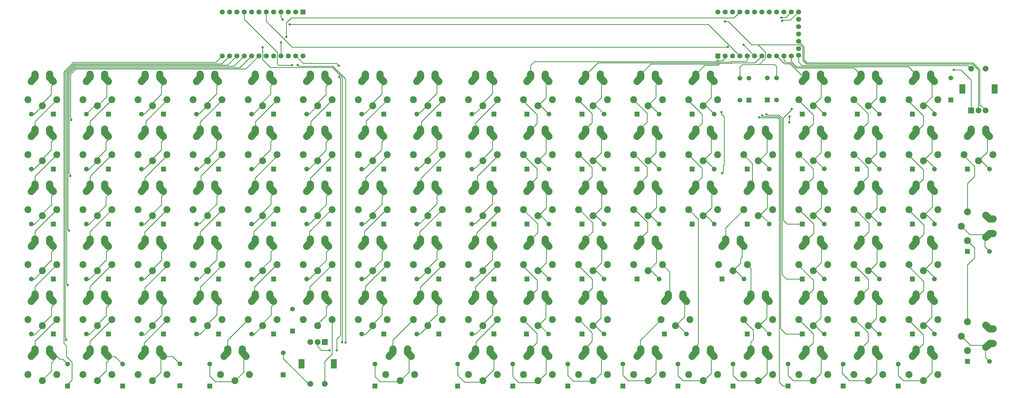
<source format=gbr>
%TF.GenerationSoftware,KiCad,Pcbnew,(5.1.6)-1*%
%TF.CreationDate,2021-03-17T18:03:01-05:00*%
%TF.ProjectId,ThreeToOne,54687265-6554-46f4-9f6e-652e6b696361,rev?*%
%TF.SameCoordinates,Original*%
%TF.FileFunction,Copper,L2,Bot*%
%TF.FilePolarity,Positive*%
%FSLAX46Y46*%
G04 Gerber Fmt 4.6, Leading zero omitted, Abs format (unit mm)*
G04 Created by KiCad (PCBNEW (5.1.6)-1) date 2021-03-17 18:03:01*
%MOMM*%
%LPD*%
G01*
G04 APERTURE LIST*
%TA.AperFunction,ComponentPad*%
%ADD10C,1.651000*%
%TD*%
%TA.AperFunction,ComponentPad*%
%ADD11R,1.651000X1.651000*%
%TD*%
%TA.AperFunction,Conductor*%
%ADD12C,2.400000*%
%TD*%
%TA.AperFunction,ComponentPad*%
%ADD13C,2.000000*%
%TD*%
%TA.AperFunction,ComponentPad*%
%ADD14C,1.752600*%
%TD*%
%TA.AperFunction,ComponentPad*%
%ADD15R,1.752600X1.752600*%
%TD*%
%TA.AperFunction,ComponentPad*%
%ADD16R,2.000000X2.000000*%
%TD*%
%TA.AperFunction,ComponentPad*%
%ADD17R,2.000000X3.200000*%
%TD*%
%TA.AperFunction,ViaPad*%
%ADD18C,0.800000*%
%TD*%
%TA.AperFunction,Conductor*%
%ADD19C,0.250000*%
%TD*%
G04 APERTURE END LIST*
D10*
%TO.P,R1,2*%
%TO.N,Net-(LED1-Pad2)*%
X470693750Y-154622500D03*
%TO.P,R1,1*%
%TO.N,E2GND*%
X470693750Y-147002500D03*
%TD*%
%TO.P,R0,2*%
%TO.N,Net-(LED0-Pad2)*%
X457993750Y-154781250D03*
%TO.P,R0,1*%
%TO.N,E2GND*%
X457993750Y-147161250D03*
%TD*%
D11*
%TO.P,LED1,2*%
%TO.N,Net-(LED1-Pad2)*%
X467518750Y-154622500D03*
D10*
%TO.P,LED1,1*%
%TO.N,Net-(LED1-Pad1)*%
X467518750Y-147002500D03*
%TD*%
D11*
%TO.P,LED0,2*%
%TO.N,Net-(LED0-Pad2)*%
X461168750Y-154781250D03*
D10*
%TO.P,LED0,1*%
%TO.N,Net-(LED0-Pad1)*%
X461168750Y-147161250D03*
%TD*%
D12*
%TO.N,Col3*%
%TO.C,SW4*%
X268843750Y-154612500D03*
X278843750Y-154612500D03*
%TO.N,Net-(D4-Pad1)*%
X273843750Y-156712500D03*
D13*
%TD*%
%TO.P,SW4,1*%
%TO.N,Col3*%
X278843750Y-154612500D03*
%TO.P,SW4,2*%
%TO.N,Net-(D4-Pad1)*%
X273843750Y-156712500D03*
%TO.P,SW4,1*%
%TO.N,Col3*%
X268843750Y-154612500D03*
%TO.P,SW4,2*%
%TO.N,Net-(D4-Pad1)*%
X276383750Y-145732500D03*
%TO.P,SW4,1*%
%TO.N,Col3*%
X271343750Y-146812500D03*
%TO.P,SW4,2*%
%TO.N,Net-(D4-Pad1)*%
X276343750Y-146312500D03*
%TO.P,SW4,1*%
%TO.N,Col3*%
X270033750Y-148272500D03*
%TO.P,SW4,2*%
%TO.N,Net-(D4-Pad1)*%
X277653750Y-148272500D03*
%TD*%
%TO.N,Col3*%
%TO.C,SW4*%
%TA.AperFunction,Conductor*%
G36*
G01*
X270096416Y-146397535D02*
X270056874Y-145817503D01*
G75*
G02*
X271218960Y-144485379I1247105J85019D01*
G01*
X271218960Y-144485379D01*
G75*
G02*
X272551084Y-145647465I85019J-1247105D01*
G01*
X272590626Y-146227497D01*
G75*
G02*
X271428540Y-147559621I-1247105J-85019D01*
G01*
X271428540Y-147559621D01*
G75*
G02*
X270096416Y-146397535I-85019J1247105D01*
G01*
G37*
%TD.AperFunction*%
%TO.P,SW4,1*%
%TO.N,Col3*%
X271303750Y-145732500D03*
%TO.P,SW4,2*%
%TO.N,Net-(D4-Pad1)*%
X276343750Y-146812500D03*
%TD*%
%TO.N,Net-(D4-Pad1)*%
%TO.C,SW4*%
%TA.AperFunction,Conductor*%
G36*
G01*
X275096873Y-146227497D02*
X275136416Y-145647465D01*
G75*
G02*
X276468540Y-144485379I1247105J-85019D01*
G01*
X276468540Y-144485379D01*
G75*
G02*
X277630626Y-145817503I-85019J-1247105D01*
G01*
X277591084Y-146397535D01*
G75*
G02*
X276258960Y-147559621I-1247105J85019D01*
G01*
X276258960Y-147559621D01*
G75*
G02*
X275096874Y-146227497I85019J1247105D01*
G01*
G37*
%TD.AperFunction*%
%TO.N,Net-(D4-Pad1)*%
%TO.C,SW4*%
%TA.AperFunction,Conductor*%
G36*
G01*
X277274144Y-145977705D02*
X278584134Y-147437713D01*
G75*
G02*
X278488536Y-149202893I-930389J-834791D01*
G01*
X278488536Y-149202893D01*
G75*
G02*
X276723356Y-149107295I-834791J930389D01*
G01*
X275413366Y-147647287D01*
G75*
G02*
X275508964Y-145882107I930389J834791D01*
G01*
X275508964Y-145882107D01*
G75*
G02*
X277274144Y-145977705I834791J-930389D01*
G01*
G37*
%TD.AperFunction*%
%TO.N,Col3*%
%TA.AperFunction,Conductor*%
G36*
G01*
X272274135Y-147647286D02*
X270964144Y-149107295D01*
G75*
G02*
X269198964Y-149202893I-930389J834791D01*
G01*
X269198964Y-149202893D01*
G75*
G02*
X269103366Y-147437713I834791J930389D01*
G01*
X270413356Y-145977705D01*
G75*
G02*
X272178536Y-145882107I930389J-834791D01*
G01*
X272178536Y-145882107D01*
G75*
G02*
X272274134Y-147647287I-834791J-930389D01*
G01*
G37*
%TD.AperFunction*%
%TD*%
%TO.P,SW4,1*%
%TO.N,Col3*%
X271343750Y-146312500D03*
D12*
%TO.N,Col6*%
%TO.C,SW7*%
X325993750Y-154612500D03*
X335993750Y-154612500D03*
%TO.N,Net-(D7-Pad1)*%
X330993750Y-156712500D03*
D13*
%TD*%
%TO.P,SW7,1*%
%TO.N,Col6*%
X335993750Y-154612500D03*
%TO.P,SW7,2*%
%TO.N,Net-(D7-Pad1)*%
X330993750Y-156712500D03*
%TO.P,SW7,1*%
%TO.N,Col6*%
X325993750Y-154612500D03*
%TO.P,SW7,2*%
%TO.N,Net-(D7-Pad1)*%
X333533750Y-145732500D03*
%TO.P,SW7,1*%
%TO.N,Col6*%
X328493750Y-146812500D03*
%TO.P,SW7,2*%
%TO.N,Net-(D7-Pad1)*%
X333493750Y-146312500D03*
%TO.P,SW7,1*%
%TO.N,Col6*%
X327183750Y-148272500D03*
%TO.P,SW7,2*%
%TO.N,Net-(D7-Pad1)*%
X334803750Y-148272500D03*
%TD*%
%TO.N,Col6*%
%TO.C,SW7*%
%TA.AperFunction,Conductor*%
G36*
G01*
X327246416Y-146397535D02*
X327206874Y-145817503D01*
G75*
G02*
X328368960Y-144485379I1247105J85019D01*
G01*
X328368960Y-144485379D01*
G75*
G02*
X329701084Y-145647465I85019J-1247105D01*
G01*
X329740626Y-146227497D01*
G75*
G02*
X328578540Y-147559621I-1247105J-85019D01*
G01*
X328578540Y-147559621D01*
G75*
G02*
X327246416Y-146397535I-85019J1247105D01*
G01*
G37*
%TD.AperFunction*%
%TO.P,SW7,1*%
%TO.N,Col6*%
X328453750Y-145732500D03*
%TO.P,SW7,2*%
%TO.N,Net-(D7-Pad1)*%
X333493750Y-146812500D03*
%TD*%
%TO.N,Net-(D7-Pad1)*%
%TO.C,SW7*%
%TA.AperFunction,Conductor*%
G36*
G01*
X332246873Y-146227497D02*
X332286416Y-145647465D01*
G75*
G02*
X333618540Y-144485379I1247105J-85019D01*
G01*
X333618540Y-144485379D01*
G75*
G02*
X334780626Y-145817503I-85019J-1247105D01*
G01*
X334741084Y-146397535D01*
G75*
G02*
X333408960Y-147559621I-1247105J85019D01*
G01*
X333408960Y-147559621D01*
G75*
G02*
X332246874Y-146227497I85019J1247105D01*
G01*
G37*
%TD.AperFunction*%
%TO.N,Net-(D7-Pad1)*%
%TO.C,SW7*%
%TA.AperFunction,Conductor*%
G36*
G01*
X334424144Y-145977705D02*
X335734134Y-147437713D01*
G75*
G02*
X335638536Y-149202893I-930389J-834791D01*
G01*
X335638536Y-149202893D01*
G75*
G02*
X333873356Y-149107295I-834791J930389D01*
G01*
X332563366Y-147647287D01*
G75*
G02*
X332658964Y-145882107I930389J834791D01*
G01*
X332658964Y-145882107D01*
G75*
G02*
X334424144Y-145977705I834791J-930389D01*
G01*
G37*
%TD.AperFunction*%
%TO.N,Col6*%
%TA.AperFunction,Conductor*%
G36*
G01*
X329424135Y-147647286D02*
X328114144Y-149107295D01*
G75*
G02*
X326348964Y-149202893I-930389J834791D01*
G01*
X326348964Y-149202893D01*
G75*
G02*
X326253366Y-147437713I834791J930389D01*
G01*
X327563356Y-145977705D01*
G75*
G02*
X329328536Y-145882107I930389J-834791D01*
G01*
X329328536Y-145882107D01*
G75*
G02*
X329424134Y-147647287I-834791J-930389D01*
G01*
G37*
%TD.AperFunction*%
%TD*%
%TO.P,SW7,1*%
%TO.N,Col6*%
X328493750Y-146312500D03*
D12*
%TO.N,Col5*%
%TO.C,SW6*%
X306943750Y-154612500D03*
X316943750Y-154612500D03*
%TO.N,Net-(D6-Pad1)*%
X311943750Y-156712500D03*
D13*
%TD*%
%TO.P,SW6,1*%
%TO.N,Col5*%
X316943750Y-154612500D03*
%TO.P,SW6,2*%
%TO.N,Net-(D6-Pad1)*%
X311943750Y-156712500D03*
%TO.P,SW6,1*%
%TO.N,Col5*%
X306943750Y-154612500D03*
%TO.P,SW6,2*%
%TO.N,Net-(D6-Pad1)*%
X314483750Y-145732500D03*
%TO.P,SW6,1*%
%TO.N,Col5*%
X309443750Y-146812500D03*
%TO.P,SW6,2*%
%TO.N,Net-(D6-Pad1)*%
X314443750Y-146312500D03*
%TO.P,SW6,1*%
%TO.N,Col5*%
X308133750Y-148272500D03*
%TO.P,SW6,2*%
%TO.N,Net-(D6-Pad1)*%
X315753750Y-148272500D03*
%TD*%
%TO.N,Col5*%
%TO.C,SW6*%
%TA.AperFunction,Conductor*%
G36*
G01*
X308196416Y-146397535D02*
X308156874Y-145817503D01*
G75*
G02*
X309318960Y-144485379I1247105J85019D01*
G01*
X309318960Y-144485379D01*
G75*
G02*
X310651084Y-145647465I85019J-1247105D01*
G01*
X310690626Y-146227497D01*
G75*
G02*
X309528540Y-147559621I-1247105J-85019D01*
G01*
X309528540Y-147559621D01*
G75*
G02*
X308196416Y-146397535I-85019J1247105D01*
G01*
G37*
%TD.AperFunction*%
%TO.P,SW6,1*%
%TO.N,Col5*%
X309403750Y-145732500D03*
%TO.P,SW6,2*%
%TO.N,Net-(D6-Pad1)*%
X314443750Y-146812500D03*
%TD*%
%TO.N,Net-(D6-Pad1)*%
%TO.C,SW6*%
%TA.AperFunction,Conductor*%
G36*
G01*
X313196873Y-146227497D02*
X313236416Y-145647465D01*
G75*
G02*
X314568540Y-144485379I1247105J-85019D01*
G01*
X314568540Y-144485379D01*
G75*
G02*
X315730626Y-145817503I-85019J-1247105D01*
G01*
X315691084Y-146397535D01*
G75*
G02*
X314358960Y-147559621I-1247105J85019D01*
G01*
X314358960Y-147559621D01*
G75*
G02*
X313196874Y-146227497I85019J1247105D01*
G01*
G37*
%TD.AperFunction*%
%TO.N,Net-(D6-Pad1)*%
%TO.C,SW6*%
%TA.AperFunction,Conductor*%
G36*
G01*
X315374144Y-145977705D02*
X316684134Y-147437713D01*
G75*
G02*
X316588536Y-149202893I-930389J-834791D01*
G01*
X316588536Y-149202893D01*
G75*
G02*
X314823356Y-149107295I-834791J930389D01*
G01*
X313513366Y-147647287D01*
G75*
G02*
X313608964Y-145882107I930389J834791D01*
G01*
X313608964Y-145882107D01*
G75*
G02*
X315374144Y-145977705I834791J-930389D01*
G01*
G37*
%TD.AperFunction*%
%TO.N,Col5*%
%TA.AperFunction,Conductor*%
G36*
G01*
X310374135Y-147647286D02*
X309064144Y-149107295D01*
G75*
G02*
X307298964Y-149202893I-930389J834791D01*
G01*
X307298964Y-149202893D01*
G75*
G02*
X307203366Y-147437713I834791J930389D01*
G01*
X308513356Y-145977705D01*
G75*
G02*
X310278536Y-145882107I930389J-834791D01*
G01*
X310278536Y-145882107D01*
G75*
G02*
X310374134Y-147647287I-834791J-930389D01*
G01*
G37*
%TD.AperFunction*%
%TD*%
%TO.P,SW6,1*%
%TO.N,Col5*%
X309443750Y-146312500D03*
D14*
%TO.P,U2,25*%
%TO.N,E3*%
X478313750Y-136842500D03*
%TO.P,U2,26*%
%TO.N,E4*%
X478313750Y-134302500D03*
%TO.P,U2,27*%
%TO.N,N/C*%
X478313750Y-131762500D03*
%TO.P,U2,28*%
X478313750Y-129222500D03*
%TO.P,U2,29*%
X478313750Y-126682500D03*
%TO.P,U2,24*%
X450373750Y-124142500D03*
%TO.P,U2,12*%
%TO.N,Col17*%
X478313750Y-139153900D03*
%TO.P,U2,23*%
%TO.N,E2GND*%
X452913750Y-124142500D03*
%TO.P,U2,22*%
%TO.N,N/C*%
X455453750Y-124142500D03*
%TO.P,U2,21*%
%TO.N,TRRSVcc*%
X457993750Y-124142500D03*
%TO.P,U2,20*%
%TO.N,Row6*%
X460533750Y-124142500D03*
%TO.P,U2,19*%
%TO.N,Row7*%
X463073750Y-124142500D03*
%TO.P,U2,18*%
%TO.N,Row11*%
X465613750Y-124142500D03*
%TO.P,U2,17*%
%TO.N,Row10*%
X468153750Y-124142500D03*
%TO.P,U2,16*%
%TO.N,Row9*%
X470693750Y-124142500D03*
%TO.P,U2,15*%
%TO.N,Row8*%
X473233750Y-124142500D03*
%TO.P,U2,14*%
%TO.N,Net-(LED0-Pad1)*%
X475773750Y-124142500D03*
%TO.P,U2,13*%
%TO.N,Net-(LED1-Pad1)*%
X478313750Y-124142500D03*
%TO.P,U2,11*%
%TO.N,Col16*%
X475773750Y-139382500D03*
%TO.P,U2,10*%
%TO.N,Col15*%
X473233750Y-139382500D03*
%TO.P,U2,9*%
%TO.N,Col14*%
X470693750Y-139382500D03*
%TO.P,U2,8*%
%TO.N,Col13*%
X468153750Y-139382500D03*
%TO.P,U2,7*%
%TO.N,Col12*%
X465613750Y-139382500D03*
%TO.P,U2,6*%
%TO.N,TRRSComm*%
X463073750Y-139382500D03*
%TO.P,U2,5*%
%TO.N,Col11*%
X460533750Y-139382500D03*
%TO.P,U2,4*%
%TO.N,TRRSGnd*%
X457993750Y-139382500D03*
%TO.P,U2,3*%
%TO.N,N/C*%
X455453750Y-139382500D03*
%TO.P,U2,2*%
%TO.N,Col10*%
X452913750Y-139382500D03*
D15*
%TO.P,U2,1*%
%TO.N,Col9*%
X450373750Y-139382500D03*
%TD*%
D14*
%TO.P,U1,24*%
%TO.N,N/C*%
X306863750Y-139382500D03*
%TO.P,U1,12*%
%TO.N,Col2*%
X278923750Y-124142500D03*
%TO.P,U1,23*%
%TO.N,EGND1*%
X304323750Y-139382500D03*
%TO.P,U1,22*%
%TO.N,N/C*%
X301783750Y-139382500D03*
%TO.P,U1,21*%
%TO.N,TRRSVcc*%
X299243750Y-139382500D03*
%TO.P,U1,20*%
%TO.N,Col1*%
X296703750Y-139382500D03*
%TO.P,U1,19*%
%TO.N,Col0*%
X294163750Y-139382500D03*
%TO.P,U1,18*%
%TO.N,Row0*%
X291623750Y-139382500D03*
%TO.P,U1,17*%
%TO.N,Row1*%
X289083750Y-139382500D03*
%TO.P,U1,16*%
%TO.N,Row2*%
X286543750Y-139382500D03*
%TO.P,U1,15*%
%TO.N,Row3*%
X284003750Y-139382500D03*
%TO.P,U1,14*%
%TO.N,Row4*%
X281463750Y-139382500D03*
%TO.P,U1,13*%
%TO.N,Row5*%
X278923750Y-139382500D03*
%TO.P,U1,11*%
%TO.N,Col3*%
X281463750Y-124142500D03*
%TO.P,U1,10*%
%TO.N,Col4*%
X284003750Y-124142500D03*
%TO.P,U1,9*%
%TO.N,Col5*%
X286543750Y-124142500D03*
%TO.P,U1,8*%
%TO.N,E1*%
X289083750Y-124142500D03*
%TO.P,U1,7*%
%TO.N,E2*%
X291623750Y-124142500D03*
%TO.P,U1,6*%
%TO.N,TRRSComm*%
X294163750Y-124142500D03*
%TO.P,U1,5*%
%TO.N,Col6*%
X296703750Y-124142500D03*
%TO.P,U1,4*%
%TO.N,TRRSGnd*%
X299243750Y-124142500D03*
%TO.P,U1,3*%
%TO.N,N/C*%
X301783750Y-124142500D03*
%TO.P,U1,2*%
%TO.N,Col7*%
X304323750Y-124142500D03*
D15*
%TO.P,U1,1*%
%TO.N,Col8*%
X306863750Y-124142500D03*
%TD*%
D12*
%TO.N,Col16*%
%TO.C,SW69*%
X516493750Y-211762500D03*
X526493750Y-211762500D03*
%TO.N,Net-(D69-Pad1)*%
X521493750Y-213862500D03*
D13*
%TD*%
%TO.P,SW69,1*%
%TO.N,Col16*%
X526493750Y-211762500D03*
%TO.P,SW69,2*%
%TO.N,Net-(D69-Pad1)*%
X521493750Y-213862500D03*
%TO.P,SW69,1*%
%TO.N,Col16*%
X516493750Y-211762500D03*
%TO.P,SW69,2*%
%TO.N,Net-(D69-Pad1)*%
X524033750Y-202882500D03*
%TO.P,SW69,1*%
%TO.N,Col16*%
X518993750Y-203962500D03*
%TO.P,SW69,2*%
%TO.N,Net-(D69-Pad1)*%
X523993750Y-203462500D03*
%TO.P,SW69,1*%
%TO.N,Col16*%
X517683750Y-205422500D03*
%TO.P,SW69,2*%
%TO.N,Net-(D69-Pad1)*%
X525303750Y-205422500D03*
%TD*%
%TO.N,Col16*%
%TO.C,SW69*%
%TA.AperFunction,Conductor*%
G36*
G01*
X517746416Y-203547535D02*
X517706874Y-202967503D01*
G75*
G02*
X518868960Y-201635379I1247105J85019D01*
G01*
X518868960Y-201635379D01*
G75*
G02*
X520201084Y-202797465I85019J-1247105D01*
G01*
X520240626Y-203377497D01*
G75*
G02*
X519078540Y-204709621I-1247105J-85019D01*
G01*
X519078540Y-204709621D01*
G75*
G02*
X517746416Y-203547535I-85019J1247105D01*
G01*
G37*
%TD.AperFunction*%
%TO.P,SW69,1*%
%TO.N,Col16*%
X518953750Y-202882500D03*
%TO.P,SW69,2*%
%TO.N,Net-(D69-Pad1)*%
X523993750Y-203962500D03*
%TD*%
%TO.N,Net-(D69-Pad1)*%
%TO.C,SW69*%
%TA.AperFunction,Conductor*%
G36*
G01*
X522746873Y-203377497D02*
X522786416Y-202797465D01*
G75*
G02*
X524118540Y-201635379I1247105J-85019D01*
G01*
X524118540Y-201635379D01*
G75*
G02*
X525280626Y-202967503I-85019J-1247105D01*
G01*
X525241084Y-203547535D01*
G75*
G02*
X523908960Y-204709621I-1247105J85019D01*
G01*
X523908960Y-204709621D01*
G75*
G02*
X522746874Y-203377497I85019J1247105D01*
G01*
G37*
%TD.AperFunction*%
%TO.N,Net-(D69-Pad1)*%
%TO.C,SW69*%
%TA.AperFunction,Conductor*%
G36*
G01*
X524924144Y-203127705D02*
X526234134Y-204587713D01*
G75*
G02*
X526138536Y-206352893I-930389J-834791D01*
G01*
X526138536Y-206352893D01*
G75*
G02*
X524373356Y-206257295I-834791J930389D01*
G01*
X523063366Y-204797287D01*
G75*
G02*
X523158964Y-203032107I930389J834791D01*
G01*
X523158964Y-203032107D01*
G75*
G02*
X524924144Y-203127705I834791J-930389D01*
G01*
G37*
%TD.AperFunction*%
%TO.N,Col16*%
%TA.AperFunction,Conductor*%
G36*
G01*
X519924135Y-204797286D02*
X518614144Y-206257295D01*
G75*
G02*
X516848964Y-206352893I-930389J834791D01*
G01*
X516848964Y-206352893D01*
G75*
G02*
X516753366Y-204587713I834791J930389D01*
G01*
X518063356Y-203127705D01*
G75*
G02*
X519828536Y-203032107I930389J-834791D01*
G01*
X519828536Y-203032107D01*
G75*
G02*
X519924134Y-204797287I-834791J-930389D01*
G01*
G37*
%TD.AperFunction*%
%TD*%
%TO.P,SW69,1*%
%TO.N,Col16*%
X518993750Y-203462500D03*
D11*
%TO.P,D101,2*%
%TO.N,Row11*%
X512762500Y-253841250D03*
D10*
%TO.P,D101,1*%
%TO.N,Net-(D101-Pad1)*%
X512762500Y-246221250D03*
%TD*%
D11*
%TO.P,D100,2*%
%TO.N,Row11*%
X493712500Y-253841250D03*
D10*
%TO.P,D100,1*%
%TO.N,Net-(D100-Pad1)*%
X493712500Y-246221250D03*
%TD*%
D11*
%TO.P,D99,2*%
%TO.N,Row11*%
X474662500Y-253841250D03*
D10*
%TO.P,D99,1*%
%TO.N,Net-(D99-Pad1)*%
X474662500Y-246221250D03*
%TD*%
D11*
%TO.P,D98,2*%
%TO.N,Row11*%
X455612500Y-253841250D03*
D10*
%TO.P,D98,1*%
%TO.N,Net-(D98-Pad1)*%
X455612500Y-246221250D03*
%TD*%
D11*
%TO.P,D97,2*%
%TO.N,Row11*%
X436562500Y-253841250D03*
D10*
%TO.P,D97,1*%
%TO.N,Net-(D97-Pad1)*%
X436562500Y-246221250D03*
%TD*%
D11*
%TO.P,D96,2*%
%TO.N,Row11*%
X417512500Y-253841250D03*
D10*
%TO.P,D96,1*%
%TO.N,Net-(D96-Pad1)*%
X417512500Y-246221250D03*
%TD*%
D11*
%TO.P,D95,2*%
%TO.N,Row11*%
X398462500Y-253841250D03*
D10*
%TO.P,D95,1*%
%TO.N,Net-(D95-Pad1)*%
X398462500Y-246221250D03*
%TD*%
D11*
%TO.P,D94,2*%
%TO.N,Row11*%
X379412500Y-253841250D03*
D10*
%TO.P,D94,1*%
%TO.N,Net-(D94-Pad1)*%
X379412500Y-246221250D03*
%TD*%
D11*
%TO.P,D93,2*%
%TO.N,Row5*%
X360362500Y-253841250D03*
D10*
%TO.P,D93,1*%
%TO.N,Net-(D93-Pad1)*%
X360362500Y-246221250D03*
%TD*%
D11*
%TO.P,D92,2*%
%TO.N,Row5*%
X331787500Y-253841250D03*
D10*
%TO.P,D92,1*%
%TO.N,Net-(D92-Pad1)*%
X331787500Y-246221250D03*
%TD*%
D11*
%TO.P,D91,2*%
%TO.N,Row5*%
X300037500Y-249872500D03*
D10*
%TO.P,D91,1*%
%TO.N,Net-(D91-Pad1)*%
X300037500Y-242252500D03*
%TD*%
D11*
%TO.P,D90,2*%
%TO.N,Row5*%
X274637500Y-253841250D03*
D10*
%TO.P,D90,1*%
%TO.N,Net-(D90-Pad1)*%
X274637500Y-246221250D03*
%TD*%
D11*
%TO.P,D89,2*%
%TO.N,Row5*%
X264318750Y-253682500D03*
D10*
%TO.P,D89,1*%
%TO.N,Net-(D89-Pad1)*%
X264318750Y-246062500D03*
%TD*%
D11*
%TO.P,D88,2*%
%TO.N,Row5*%
X244475000Y-253841250D03*
D10*
%TO.P,D88,1*%
%TO.N,Net-(D88-Pad1)*%
X244475000Y-246221250D03*
%TD*%
D11*
%TO.P,D87,2*%
%TO.N,Row5*%
X225425000Y-253841250D03*
D10*
%TO.P,D87,1*%
%TO.N,Net-(D87-Pad1)*%
X225425000Y-246221250D03*
%TD*%
D11*
%TO.P,D86,2*%
%TO.N,Row11*%
X536733750Y-245268750D03*
D10*
%TO.P,D86,1*%
%TO.N,Net-(D86-Pad1)*%
X544353750Y-245268750D03*
%TD*%
D11*
%TO.P,D85,2*%
%TO.N,Row10*%
X517683750Y-235743750D03*
D10*
%TO.P,D85,1*%
%TO.N,Net-(D85-Pad1)*%
X525303750Y-235743750D03*
%TD*%
D11*
%TO.P,D84,2*%
%TO.N,Row10*%
X498633750Y-235743750D03*
D10*
%TO.P,D84,1*%
%TO.N,Net-(D84-Pad1)*%
X506253750Y-235743750D03*
%TD*%
D11*
%TO.P,D83,2*%
%TO.N,Row10*%
X479583750Y-235743750D03*
D10*
%TO.P,D83,1*%
%TO.N,Net-(D83-Pad1)*%
X487203750Y-235743750D03*
%TD*%
D11*
%TO.P,D82,2*%
%TO.N,Row10*%
X460533750Y-235743750D03*
D10*
%TO.P,D82,1*%
%TO.N,Net-(D82-Pad1)*%
X468153750Y-235743750D03*
%TD*%
D11*
%TO.P,D81,2*%
%TO.N,Row10*%
X431958750Y-235743750D03*
D10*
%TO.P,D81,1*%
%TO.N,Net-(D81-Pad1)*%
X439578750Y-235743750D03*
%TD*%
D11*
%TO.P,D80,2*%
%TO.N,Row10*%
X403383750Y-235743750D03*
D10*
%TO.P,D80,1*%
%TO.N,Net-(D80-Pad1)*%
X411003750Y-235743750D03*
%TD*%
D11*
%TO.P,D79,2*%
%TO.N,Row10*%
X384175000Y-235743750D03*
D10*
%TO.P,D79,1*%
%TO.N,Net-(D79-Pad1)*%
X391795000Y-235743750D03*
%TD*%
D11*
%TO.P,D78,2*%
%TO.N,Row4*%
X372903750Y-235743750D03*
D10*
%TO.P,D78,1*%
%TO.N,Net-(D78-Pad1)*%
X365283750Y-235743750D03*
%TD*%
D11*
%TO.P,D77,2*%
%TO.N,Row4*%
X353853750Y-235743750D03*
D10*
%TO.P,D77,1*%
%TO.N,Net-(D77-Pad1)*%
X346233750Y-235743750D03*
%TD*%
D11*
%TO.P,D76,2*%
%TO.N,Row4*%
X334803750Y-235743750D03*
D10*
%TO.P,D76,1*%
%TO.N,Net-(D76-Pad1)*%
X327183750Y-235743750D03*
%TD*%
D11*
%TO.P,D75,2*%
%TO.N,Row4*%
X303212500Y-234791250D03*
D10*
%TO.P,D75,1*%
%TO.N,Net-(D75-Pad1)*%
X303212500Y-227171250D03*
%TD*%
D11*
%TO.P,D74,2*%
%TO.N,Row4*%
X296703750Y-235743750D03*
D10*
%TO.P,D74,1*%
%TO.N,Net-(D74-Pad1)*%
X289083750Y-235743750D03*
%TD*%
D11*
%TO.P,D73,2*%
%TO.N,Row4*%
X277653750Y-235743750D03*
D10*
%TO.P,D73,1*%
%TO.N,Net-(D73-Pad1)*%
X270033750Y-235743750D03*
%TD*%
D11*
%TO.P,D72,2*%
%TO.N,Row4*%
X258603750Y-235743750D03*
D10*
%TO.P,D72,1*%
%TO.N,Net-(D72-Pad1)*%
X250983750Y-235743750D03*
%TD*%
D11*
%TO.P,D71,2*%
%TO.N,Row4*%
X239553750Y-235743750D03*
D10*
%TO.P,D71,1*%
%TO.N,Net-(D71-Pad1)*%
X231933750Y-235743750D03*
%TD*%
D11*
%TO.P,D70,2*%
%TO.N,Row4*%
X220503750Y-235743750D03*
D10*
%TO.P,D70,1*%
%TO.N,Net-(D70-Pad1)*%
X212883750Y-235743750D03*
%TD*%
D11*
%TO.P,D69,2*%
%TO.N,Row9*%
X517683750Y-216693750D03*
D10*
%TO.P,D69,1*%
%TO.N,Net-(D69-Pad1)*%
X525303750Y-216693750D03*
%TD*%
D11*
%TO.P,D68,2*%
%TO.N,Row9*%
X498633750Y-216693750D03*
D10*
%TO.P,D68,1*%
%TO.N,Net-(D68-Pad1)*%
X506253750Y-216693750D03*
%TD*%
D11*
%TO.P,D67,2*%
%TO.N,Row9*%
X479583750Y-216693750D03*
D10*
%TO.P,D67,1*%
%TO.N,Net-(D67-Pad1)*%
X487203750Y-216693750D03*
%TD*%
D11*
%TO.P,D66,2*%
%TO.N,Row9*%
X451802500Y-216693750D03*
D10*
%TO.P,D66,1*%
%TO.N,Net-(D66-Pad1)*%
X459422500Y-216693750D03*
%TD*%
D11*
%TO.P,D65,2*%
%TO.N,Row9*%
X422433750Y-216693750D03*
D10*
%TO.P,D65,1*%
%TO.N,Net-(D65-Pad1)*%
X430053750Y-216693750D03*
%TD*%
D11*
%TO.P,D64,2*%
%TO.N,Row9*%
X403383750Y-216693750D03*
D10*
%TO.P,D64,1*%
%TO.N,Net-(D64-Pad1)*%
X411003750Y-216693750D03*
%TD*%
D11*
%TO.P,D63,2*%
%TO.N,Row9*%
X384333750Y-216693750D03*
D10*
%TO.P,D63,1*%
%TO.N,Net-(D63-Pad1)*%
X391953750Y-216693750D03*
%TD*%
D11*
%TO.P,D62,2*%
%TO.N,Row3*%
X372903750Y-216693750D03*
D10*
%TO.P,D62,1*%
%TO.N,Net-(D62-Pad1)*%
X365283750Y-216693750D03*
%TD*%
D11*
%TO.P,D61,2*%
%TO.N,Row3*%
X353853750Y-216693750D03*
D10*
%TO.P,D61,1*%
%TO.N,Net-(D61-Pad1)*%
X346233750Y-216693750D03*
%TD*%
D11*
%TO.P,D60,2*%
%TO.N,Row3*%
X334803750Y-216693750D03*
D10*
%TO.P,D60,1*%
%TO.N,Net-(D60-Pad1)*%
X327183750Y-216693750D03*
%TD*%
D11*
%TO.P,D59,2*%
%TO.N,Row3*%
X315753750Y-216693750D03*
D10*
%TO.P,D59,1*%
%TO.N,Net-(D59-Pad1)*%
X308133750Y-216693750D03*
%TD*%
D11*
%TO.P,D58,2*%
%TO.N,Row3*%
X296703750Y-216693750D03*
D10*
%TO.P,D58,1*%
%TO.N,Net-(D58-Pad1)*%
X289083750Y-216693750D03*
%TD*%
D11*
%TO.P,D57,2*%
%TO.N,Row3*%
X277653750Y-216693750D03*
D10*
%TO.P,D57,1*%
%TO.N,Net-(D57-Pad1)*%
X270033750Y-216693750D03*
%TD*%
D11*
%TO.P,D56,2*%
%TO.N,Row3*%
X258603750Y-216693750D03*
D10*
%TO.P,D56,1*%
%TO.N,Net-(D56-Pad1)*%
X250983750Y-216693750D03*
%TD*%
D11*
%TO.P,D55,2*%
%TO.N,Row3*%
X239553750Y-216693750D03*
D10*
%TO.P,D55,1*%
%TO.N,Net-(D55-Pad1)*%
X231933750Y-216693750D03*
%TD*%
D11*
%TO.P,D54,2*%
%TO.N,Row3*%
X220503750Y-216693750D03*
D10*
%TO.P,D54,1*%
%TO.N,Net-(D54-Pad1)*%
X212883750Y-216693750D03*
%TD*%
D11*
%TO.P,D53,2*%
%TO.N,Row9*%
X536733750Y-207168750D03*
D10*
%TO.P,D53,1*%
%TO.N,Net-(D53-Pad1)*%
X544353750Y-207168750D03*
%TD*%
D11*
%TO.P,D52,2*%
%TO.N,Row8*%
X517683750Y-197643750D03*
D10*
%TO.P,D52,1*%
%TO.N,Net-(D52-Pad1)*%
X525303750Y-197643750D03*
%TD*%
D11*
%TO.P,D51,2*%
%TO.N,Row8*%
X498633750Y-197643750D03*
D10*
%TO.P,D51,1*%
%TO.N,Net-(D51-Pad1)*%
X506253750Y-197643750D03*
%TD*%
D11*
%TO.P,D50,2*%
%TO.N,Row8*%
X479583750Y-197643750D03*
D10*
%TO.P,D50,1*%
%TO.N,Net-(D50-Pad1)*%
X487203750Y-197643750D03*
%TD*%
D11*
%TO.P,D49,2*%
%TO.N,Row8*%
X460533750Y-197643750D03*
D10*
%TO.P,D49,1*%
%TO.N,Net-(D49-Pad1)*%
X468153750Y-197643750D03*
%TD*%
D11*
%TO.P,D48,2*%
%TO.N,Row8*%
X441483750Y-197643750D03*
D10*
%TO.P,D48,1*%
%TO.N,Net-(D48-Pad1)*%
X449103750Y-197643750D03*
%TD*%
D11*
%TO.P,D47,2*%
%TO.N,Row8*%
X422433750Y-197643750D03*
D10*
%TO.P,D47,1*%
%TO.N,Net-(D47-Pad1)*%
X430053750Y-197643750D03*
%TD*%
D11*
%TO.P,D46,2*%
%TO.N,Row8*%
X403383750Y-197643750D03*
D10*
%TO.P,D46,1*%
%TO.N,Net-(D46-Pad1)*%
X411003750Y-197643750D03*
%TD*%
D11*
%TO.P,D45,2*%
%TO.N,Row8*%
X384333750Y-197643750D03*
D10*
%TO.P,D45,1*%
%TO.N,Net-(D45-Pad1)*%
X391953750Y-197643750D03*
%TD*%
D11*
%TO.P,D44,2*%
%TO.N,Row2*%
X372903750Y-197643750D03*
D10*
%TO.P,D44,1*%
%TO.N,Net-(D44-Pad1)*%
X365283750Y-197643750D03*
%TD*%
D11*
%TO.P,D43,2*%
%TO.N,Row2*%
X353853750Y-197643750D03*
D10*
%TO.P,D43,1*%
%TO.N,Net-(D43-Pad1)*%
X346233750Y-197643750D03*
%TD*%
D11*
%TO.P,D42,2*%
%TO.N,Row2*%
X334803750Y-197643750D03*
D10*
%TO.P,D42,1*%
%TO.N,Net-(D42-Pad1)*%
X327183750Y-197643750D03*
%TD*%
D11*
%TO.P,D41,2*%
%TO.N,Row2*%
X315753750Y-197643750D03*
D10*
%TO.P,D41,1*%
%TO.N,Net-(D41-Pad1)*%
X308133750Y-197643750D03*
%TD*%
D11*
%TO.P,D40,2*%
%TO.N,Row2*%
X296703750Y-197643750D03*
D10*
%TO.P,D40,1*%
%TO.N,Net-(D40-Pad1)*%
X289083750Y-197643750D03*
%TD*%
D11*
%TO.P,D39,2*%
%TO.N,Row2*%
X277653750Y-197643750D03*
D10*
%TO.P,D39,1*%
%TO.N,Net-(D39-Pad1)*%
X270033750Y-197643750D03*
%TD*%
D11*
%TO.P,D38,2*%
%TO.N,Row2*%
X258603750Y-197643750D03*
D10*
%TO.P,D38,1*%
%TO.N,Net-(D38-Pad1)*%
X250983750Y-197643750D03*
%TD*%
D11*
%TO.P,D37,2*%
%TO.N,Row2*%
X239553750Y-197643750D03*
D10*
%TO.P,D37,1*%
%TO.N,Net-(D37-Pad1)*%
X231933750Y-197643750D03*
%TD*%
D11*
%TO.P,D36,2*%
%TO.N,Row2*%
X220503750Y-197643750D03*
D10*
%TO.P,D36,1*%
%TO.N,Net-(D36-Pad1)*%
X212883750Y-197643750D03*
%TD*%
D11*
%TO.P,D35,2*%
%TO.N,Row7*%
X536733750Y-178593750D03*
D10*
%TO.P,D35,1*%
%TO.N,Net-(D35-Pad1)*%
X544353750Y-178593750D03*
%TD*%
D11*
%TO.P,D34,2*%
%TO.N,Row7*%
X517683750Y-178593750D03*
D10*
%TO.P,D34,1*%
%TO.N,Net-(D34-Pad1)*%
X525303750Y-178593750D03*
%TD*%
D11*
%TO.P,D33,2*%
%TO.N,Row7*%
X498633750Y-178593750D03*
D10*
%TO.P,D33,1*%
%TO.N,Net-(D33-Pad1)*%
X506253750Y-178593750D03*
%TD*%
D11*
%TO.P,D32,2*%
%TO.N,Row7*%
X479583750Y-178520000D03*
D10*
%TO.P,D32,1*%
%TO.N,Net-(D32-Pad1)*%
X487203750Y-178520000D03*
%TD*%
D11*
%TO.P,D31,2*%
%TO.N,Row7*%
X460533750Y-178593750D03*
D10*
%TO.P,D31,1*%
%TO.N,Net-(D31-Pad1)*%
X468153750Y-178593750D03*
%TD*%
D11*
%TO.P,D30,2*%
%TO.N,Row7*%
X441483750Y-178593750D03*
D10*
%TO.P,D30,1*%
%TO.N,Net-(D30-Pad1)*%
X449103750Y-178593750D03*
%TD*%
D11*
%TO.P,D29,2*%
%TO.N,Row7*%
X422433750Y-178593750D03*
D10*
%TO.P,D29,1*%
%TO.N,Net-(D29-Pad1)*%
X430053750Y-178593750D03*
%TD*%
D11*
%TO.P,D28,2*%
%TO.N,Row7*%
X403383750Y-178593750D03*
D10*
%TO.P,D28,1*%
%TO.N,Net-(D28-Pad1)*%
X411003750Y-178593750D03*
%TD*%
D11*
%TO.P,D27,2*%
%TO.N,Row7*%
X384333750Y-178593750D03*
D10*
%TO.P,D27,1*%
%TO.N,Net-(D27-Pad1)*%
X391953750Y-178593750D03*
%TD*%
D11*
%TO.P,D26,2*%
%TO.N,Row1*%
X372903750Y-178593750D03*
D10*
%TO.P,D26,1*%
%TO.N,Net-(D26-Pad1)*%
X365283750Y-178593750D03*
%TD*%
D11*
%TO.P,D25,2*%
%TO.N,Row1*%
X353853750Y-178593750D03*
D10*
%TO.P,D25,1*%
%TO.N,Net-(D25-Pad1)*%
X346233750Y-178593750D03*
%TD*%
D11*
%TO.P,D24,2*%
%TO.N,Row1*%
X334803750Y-178593750D03*
D10*
%TO.P,D24,1*%
%TO.N,Net-(D24-Pad1)*%
X327183750Y-178593750D03*
%TD*%
D11*
%TO.P,D23,2*%
%TO.N,Row1*%
X315753750Y-178593750D03*
D10*
%TO.P,D23,1*%
%TO.N,Net-(D23-Pad1)*%
X308133750Y-178593750D03*
%TD*%
D11*
%TO.P,D22,2*%
%TO.N,Row1*%
X296703750Y-178593750D03*
D10*
%TO.P,D22,1*%
%TO.N,Net-(D22-Pad1)*%
X289083750Y-178593750D03*
%TD*%
D11*
%TO.P,D21,2*%
%TO.N,Row1*%
X277653750Y-178593750D03*
D10*
%TO.P,D21,1*%
%TO.N,Net-(D21-Pad1)*%
X270033750Y-178593750D03*
%TD*%
D11*
%TO.P,D20,2*%
%TO.N,Row1*%
X258603750Y-178593750D03*
D10*
%TO.P,D20,1*%
%TO.N,Net-(D20-Pad1)*%
X250983750Y-178593750D03*
%TD*%
D11*
%TO.P,D19,2*%
%TO.N,Row1*%
X239553750Y-178593750D03*
D10*
%TO.P,D19,1*%
%TO.N,Net-(D19-Pad1)*%
X231933750Y-178593750D03*
%TD*%
D11*
%TO.P,D18,2*%
%TO.N,Row1*%
X220503750Y-178593750D03*
D10*
%TO.P,D18,1*%
%TO.N,Net-(D18-Pad1)*%
X212883750Y-178593750D03*
%TD*%
D11*
%TO.P,D17,2*%
%TO.N,Row6*%
X531018750Y-154622500D03*
D10*
%TO.P,D17,1*%
%TO.N,Net-(D17-Pad1)*%
X531018750Y-147002500D03*
%TD*%
D11*
%TO.P,D16,2*%
%TO.N,Row6*%
X517683750Y-159543750D03*
D10*
%TO.P,D16,1*%
%TO.N,Net-(D16-Pad1)*%
X525303750Y-159543750D03*
%TD*%
D11*
%TO.P,D15,2*%
%TO.N,Row6*%
X498633750Y-159543750D03*
D10*
%TO.P,D15,1*%
%TO.N,Net-(D15-Pad1)*%
X506253750Y-159543750D03*
%TD*%
D11*
%TO.P,D14,2*%
%TO.N,Row6*%
X479583750Y-159543750D03*
D10*
%TO.P,D14,1*%
%TO.N,Net-(D14-Pad1)*%
X487203750Y-159543750D03*
%TD*%
D11*
%TO.P,D13,2*%
%TO.N,Row6*%
X441483750Y-159543750D03*
D10*
%TO.P,D13,1*%
%TO.N,Net-(D13-Pad1)*%
X449103750Y-159543750D03*
%TD*%
D11*
%TO.P,D12,2*%
%TO.N,Row6*%
X422433750Y-159543750D03*
D10*
%TO.P,D12,1*%
%TO.N,Net-(D12-Pad1)*%
X430053750Y-159543750D03*
%TD*%
D11*
%TO.P,D11,2*%
%TO.N,Row6*%
X403383750Y-159543750D03*
D10*
%TO.P,D11,1*%
%TO.N,Net-(D11-Pad1)*%
X411003750Y-159543750D03*
%TD*%
D11*
%TO.P,D10,2*%
%TO.N,Row6*%
X384333750Y-159543750D03*
D10*
%TO.P,D10,1*%
%TO.N,Net-(D10-Pad1)*%
X391953750Y-159543750D03*
%TD*%
D11*
%TO.P,D9,2*%
%TO.N,Row0*%
X372903750Y-159543750D03*
D10*
%TO.P,D9,1*%
%TO.N,Net-(D9-Pad1)*%
X365283750Y-159543750D03*
%TD*%
D11*
%TO.P,D8,2*%
%TO.N,Row0*%
X353853750Y-159543750D03*
D10*
%TO.P,D8,1*%
%TO.N,Net-(D8-Pad1)*%
X346233750Y-159543750D03*
%TD*%
D11*
%TO.P,D7,2*%
%TO.N,Row0*%
X334803750Y-159543750D03*
D10*
%TO.P,D7,1*%
%TO.N,Net-(D7-Pad1)*%
X327183750Y-159543750D03*
%TD*%
D11*
%TO.P,D6,2*%
%TO.N,Row0*%
X315753750Y-159543750D03*
D10*
%TO.P,D6,1*%
%TO.N,Net-(D6-Pad1)*%
X308133750Y-159543750D03*
%TD*%
D11*
%TO.P,D5,2*%
%TO.N,Row0*%
X296703750Y-159543750D03*
D10*
%TO.P,D5,1*%
%TO.N,Net-(D5-Pad1)*%
X289083750Y-159543750D03*
%TD*%
D11*
%TO.P,D4,2*%
%TO.N,Row0*%
X277653750Y-159543750D03*
D10*
%TO.P,D4,1*%
%TO.N,Net-(D4-Pad1)*%
X270033750Y-159543750D03*
%TD*%
D11*
%TO.P,D3,2*%
%TO.N,Row0*%
X258603750Y-159543750D03*
D10*
%TO.P,D3,1*%
%TO.N,Net-(D3-Pad1)*%
X250983750Y-159543750D03*
%TD*%
D11*
%TO.P,D2,2*%
%TO.N,Row0*%
X239553750Y-159543750D03*
D10*
%TO.P,D2,1*%
%TO.N,Net-(D2-Pad1)*%
X231933750Y-159543750D03*
%TD*%
D11*
%TO.P,D1,2*%
%TO.N,Row0*%
X220503750Y-159543750D03*
D10*
%TO.P,D1,1*%
%TO.N,Net-(D1-Pad1)*%
X212883750Y-159543750D03*
%TD*%
D16*
%TO.P,SW17,A*%
%TO.N,E3*%
X538043750Y-158312500D03*
D13*
%TO.P,SW17,C*%
%TO.N,E2GND*%
X540543750Y-158312500D03*
%TO.P,SW17,B*%
%TO.N,E4*%
X543043750Y-158312500D03*
D17*
%TO.P,SW17,MP*%
%TO.N,N/C*%
X534943750Y-150812500D03*
X546143750Y-150812500D03*
D13*
%TO.P,SW17,S2*%
%TO.N,Col17*%
X538043750Y-143812500D03*
%TO.P,SW17,S1*%
%TO.N,Net-(D17-Pad1)*%
X543043750Y-143812500D03*
%TD*%
D12*
%TO.N,Col16*%
%TO.C,SW101*%
X516493750Y-249862500D03*
X526493750Y-249862500D03*
%TO.N,Net-(D101-Pad1)*%
X521493750Y-251962500D03*
D13*
%TD*%
%TO.P,SW101,1*%
%TO.N,Col16*%
X526493750Y-249862500D03*
%TO.P,SW101,2*%
%TO.N,Net-(D101-Pad1)*%
X521493750Y-251962500D03*
%TO.P,SW101,1*%
%TO.N,Col16*%
X516493750Y-249862500D03*
%TO.P,SW101,2*%
%TO.N,Net-(D101-Pad1)*%
X524033750Y-240982500D03*
%TO.P,SW101,1*%
%TO.N,Col16*%
X518993750Y-242062500D03*
%TO.P,SW101,2*%
%TO.N,Net-(D101-Pad1)*%
X523993750Y-241562500D03*
%TO.P,SW101,1*%
%TO.N,Col16*%
X517683750Y-243522500D03*
%TO.P,SW101,2*%
%TO.N,Net-(D101-Pad1)*%
X525303750Y-243522500D03*
%TD*%
%TO.N,Col16*%
%TO.C,SW101*%
%TA.AperFunction,Conductor*%
G36*
G01*
X517746416Y-241647535D02*
X517706874Y-241067503D01*
G75*
G02*
X518868960Y-239735379I1247105J85019D01*
G01*
X518868960Y-239735379D01*
G75*
G02*
X520201084Y-240897465I85019J-1247105D01*
G01*
X520240626Y-241477497D01*
G75*
G02*
X519078540Y-242809621I-1247105J-85019D01*
G01*
X519078540Y-242809621D01*
G75*
G02*
X517746416Y-241647535I-85019J1247105D01*
G01*
G37*
%TD.AperFunction*%
%TO.P,SW101,1*%
%TO.N,Col16*%
X518953750Y-240982500D03*
%TO.P,SW101,2*%
%TO.N,Net-(D101-Pad1)*%
X523993750Y-242062500D03*
%TD*%
%TO.N,Net-(D101-Pad1)*%
%TO.C,SW101*%
%TA.AperFunction,Conductor*%
G36*
G01*
X522746873Y-241477497D02*
X522786416Y-240897465D01*
G75*
G02*
X524118540Y-239735379I1247105J-85019D01*
G01*
X524118540Y-239735379D01*
G75*
G02*
X525280626Y-241067503I-85019J-1247105D01*
G01*
X525241084Y-241647535D01*
G75*
G02*
X523908960Y-242809621I-1247105J85019D01*
G01*
X523908960Y-242809621D01*
G75*
G02*
X522746874Y-241477497I85019J1247105D01*
G01*
G37*
%TD.AperFunction*%
%TO.N,Net-(D101-Pad1)*%
%TO.C,SW101*%
%TA.AperFunction,Conductor*%
G36*
G01*
X524924144Y-241227705D02*
X526234134Y-242687713D01*
G75*
G02*
X526138536Y-244452893I-930389J-834791D01*
G01*
X526138536Y-244452893D01*
G75*
G02*
X524373356Y-244357295I-834791J930389D01*
G01*
X523063366Y-242897287D01*
G75*
G02*
X523158964Y-241132107I930389J834791D01*
G01*
X523158964Y-241132107D01*
G75*
G02*
X524924144Y-241227705I834791J-930389D01*
G01*
G37*
%TD.AperFunction*%
%TO.N,Col16*%
%TA.AperFunction,Conductor*%
G36*
G01*
X519924135Y-242897286D02*
X518614144Y-244357295D01*
G75*
G02*
X516848964Y-244452893I-930389J834791D01*
G01*
X516848964Y-244452893D01*
G75*
G02*
X516753366Y-242687713I834791J930389D01*
G01*
X518063356Y-241227705D01*
G75*
G02*
X519828536Y-241132107I930389J-834791D01*
G01*
X519828536Y-241132107D01*
G75*
G02*
X519924134Y-242897287I-834791J-930389D01*
G01*
G37*
%TD.AperFunction*%
%TD*%
%TO.P,SW101,1*%
%TO.N,Col16*%
X518993750Y-241562500D03*
D12*
%TO.N,Col15*%
%TO.C,SW100*%
X497443750Y-249862500D03*
X507443750Y-249862500D03*
%TO.N,Net-(D100-Pad1)*%
X502443750Y-251962500D03*
D13*
%TD*%
%TO.P,SW100,1*%
%TO.N,Col15*%
X507443750Y-249862500D03*
%TO.P,SW100,2*%
%TO.N,Net-(D100-Pad1)*%
X502443750Y-251962500D03*
%TO.P,SW100,1*%
%TO.N,Col15*%
X497443750Y-249862500D03*
%TO.P,SW100,2*%
%TO.N,Net-(D100-Pad1)*%
X504983750Y-240982500D03*
%TO.P,SW100,1*%
%TO.N,Col15*%
X499943750Y-242062500D03*
%TO.P,SW100,2*%
%TO.N,Net-(D100-Pad1)*%
X504943750Y-241562500D03*
%TO.P,SW100,1*%
%TO.N,Col15*%
X498633750Y-243522500D03*
%TO.P,SW100,2*%
%TO.N,Net-(D100-Pad1)*%
X506253750Y-243522500D03*
%TD*%
%TO.N,Col15*%
%TO.C,SW100*%
%TA.AperFunction,Conductor*%
G36*
G01*
X498696416Y-241647535D02*
X498656874Y-241067503D01*
G75*
G02*
X499818960Y-239735379I1247105J85019D01*
G01*
X499818960Y-239735379D01*
G75*
G02*
X501151084Y-240897465I85019J-1247105D01*
G01*
X501190626Y-241477497D01*
G75*
G02*
X500028540Y-242809621I-1247105J-85019D01*
G01*
X500028540Y-242809621D01*
G75*
G02*
X498696416Y-241647535I-85019J1247105D01*
G01*
G37*
%TD.AperFunction*%
%TO.P,SW100,1*%
%TO.N,Col15*%
X499903750Y-240982500D03*
%TO.P,SW100,2*%
%TO.N,Net-(D100-Pad1)*%
X504943750Y-242062500D03*
%TD*%
%TO.N,Net-(D100-Pad1)*%
%TO.C,SW100*%
%TA.AperFunction,Conductor*%
G36*
G01*
X503696873Y-241477497D02*
X503736416Y-240897465D01*
G75*
G02*
X505068540Y-239735379I1247105J-85019D01*
G01*
X505068540Y-239735379D01*
G75*
G02*
X506230626Y-241067503I-85019J-1247105D01*
G01*
X506191084Y-241647535D01*
G75*
G02*
X504858960Y-242809621I-1247105J85019D01*
G01*
X504858960Y-242809621D01*
G75*
G02*
X503696874Y-241477497I85019J1247105D01*
G01*
G37*
%TD.AperFunction*%
%TO.N,Net-(D100-Pad1)*%
%TO.C,SW100*%
%TA.AperFunction,Conductor*%
G36*
G01*
X505874144Y-241227705D02*
X507184134Y-242687713D01*
G75*
G02*
X507088536Y-244452893I-930389J-834791D01*
G01*
X507088536Y-244452893D01*
G75*
G02*
X505323356Y-244357295I-834791J930389D01*
G01*
X504013366Y-242897287D01*
G75*
G02*
X504108964Y-241132107I930389J834791D01*
G01*
X504108964Y-241132107D01*
G75*
G02*
X505874144Y-241227705I834791J-930389D01*
G01*
G37*
%TD.AperFunction*%
%TO.N,Col15*%
%TA.AperFunction,Conductor*%
G36*
G01*
X500874135Y-242897286D02*
X499564144Y-244357295D01*
G75*
G02*
X497798964Y-244452893I-930389J834791D01*
G01*
X497798964Y-244452893D01*
G75*
G02*
X497703366Y-242687713I834791J930389D01*
G01*
X499013356Y-241227705D01*
G75*
G02*
X500778536Y-241132107I930389J-834791D01*
G01*
X500778536Y-241132107D01*
G75*
G02*
X500874134Y-242897287I-834791J-930389D01*
G01*
G37*
%TD.AperFunction*%
%TD*%
%TO.P,SW100,1*%
%TO.N,Col15*%
X499943750Y-241562500D03*
D12*
%TO.N,Col14*%
%TO.C,SW99*%
X478393750Y-249862500D03*
X488393750Y-249862500D03*
%TO.N,Net-(D99-Pad1)*%
X483393750Y-251962500D03*
D13*
%TD*%
%TO.P,SW99,1*%
%TO.N,Col14*%
X488393750Y-249862500D03*
%TO.P,SW99,2*%
%TO.N,Net-(D99-Pad1)*%
X483393750Y-251962500D03*
%TO.P,SW99,1*%
%TO.N,Col14*%
X478393750Y-249862500D03*
%TO.P,SW99,2*%
%TO.N,Net-(D99-Pad1)*%
X485933750Y-240982500D03*
%TO.P,SW99,1*%
%TO.N,Col14*%
X480893750Y-242062500D03*
%TO.P,SW99,2*%
%TO.N,Net-(D99-Pad1)*%
X485893750Y-241562500D03*
%TO.P,SW99,1*%
%TO.N,Col14*%
X479583750Y-243522500D03*
%TO.P,SW99,2*%
%TO.N,Net-(D99-Pad1)*%
X487203750Y-243522500D03*
%TD*%
%TO.N,Col14*%
%TO.C,SW99*%
%TA.AperFunction,Conductor*%
G36*
G01*
X479646416Y-241647535D02*
X479606874Y-241067503D01*
G75*
G02*
X480768960Y-239735379I1247105J85019D01*
G01*
X480768960Y-239735379D01*
G75*
G02*
X482101084Y-240897465I85019J-1247105D01*
G01*
X482140626Y-241477497D01*
G75*
G02*
X480978540Y-242809621I-1247105J-85019D01*
G01*
X480978540Y-242809621D01*
G75*
G02*
X479646416Y-241647535I-85019J1247105D01*
G01*
G37*
%TD.AperFunction*%
%TO.P,SW99,1*%
%TO.N,Col14*%
X480853750Y-240982500D03*
%TO.P,SW99,2*%
%TO.N,Net-(D99-Pad1)*%
X485893750Y-242062500D03*
%TD*%
%TO.N,Net-(D99-Pad1)*%
%TO.C,SW99*%
%TA.AperFunction,Conductor*%
G36*
G01*
X484646873Y-241477497D02*
X484686416Y-240897465D01*
G75*
G02*
X486018540Y-239735379I1247105J-85019D01*
G01*
X486018540Y-239735379D01*
G75*
G02*
X487180626Y-241067503I-85019J-1247105D01*
G01*
X487141084Y-241647535D01*
G75*
G02*
X485808960Y-242809621I-1247105J85019D01*
G01*
X485808960Y-242809621D01*
G75*
G02*
X484646874Y-241477497I85019J1247105D01*
G01*
G37*
%TD.AperFunction*%
%TO.N,Net-(D99-Pad1)*%
%TO.C,SW99*%
%TA.AperFunction,Conductor*%
G36*
G01*
X486824144Y-241227705D02*
X488134134Y-242687713D01*
G75*
G02*
X488038536Y-244452893I-930389J-834791D01*
G01*
X488038536Y-244452893D01*
G75*
G02*
X486273356Y-244357295I-834791J930389D01*
G01*
X484963366Y-242897287D01*
G75*
G02*
X485058964Y-241132107I930389J834791D01*
G01*
X485058964Y-241132107D01*
G75*
G02*
X486824144Y-241227705I834791J-930389D01*
G01*
G37*
%TD.AperFunction*%
%TO.N,Col14*%
%TA.AperFunction,Conductor*%
G36*
G01*
X481824135Y-242897286D02*
X480514144Y-244357295D01*
G75*
G02*
X478748964Y-244452893I-930389J834791D01*
G01*
X478748964Y-244452893D01*
G75*
G02*
X478653366Y-242687713I834791J930389D01*
G01*
X479963356Y-241227705D01*
G75*
G02*
X481728536Y-241132107I930389J-834791D01*
G01*
X481728536Y-241132107D01*
G75*
G02*
X481824134Y-242897287I-834791J-930389D01*
G01*
G37*
%TD.AperFunction*%
%TD*%
%TO.P,SW99,1*%
%TO.N,Col14*%
X480893750Y-241562500D03*
D12*
%TO.N,Col13*%
%TO.C,SW98*%
X459343750Y-249862500D03*
X469343750Y-249862500D03*
%TO.N,Net-(D98-Pad1)*%
X464343750Y-251962500D03*
D13*
%TD*%
%TO.P,SW98,1*%
%TO.N,Col13*%
X469343750Y-249862500D03*
%TO.P,SW98,2*%
%TO.N,Net-(D98-Pad1)*%
X464343750Y-251962500D03*
%TO.P,SW98,1*%
%TO.N,Col13*%
X459343750Y-249862500D03*
%TO.P,SW98,2*%
%TO.N,Net-(D98-Pad1)*%
X466883750Y-240982500D03*
%TO.P,SW98,1*%
%TO.N,Col13*%
X461843750Y-242062500D03*
%TO.P,SW98,2*%
%TO.N,Net-(D98-Pad1)*%
X466843750Y-241562500D03*
%TO.P,SW98,1*%
%TO.N,Col13*%
X460533750Y-243522500D03*
%TO.P,SW98,2*%
%TO.N,Net-(D98-Pad1)*%
X468153750Y-243522500D03*
%TD*%
%TO.N,Col13*%
%TO.C,SW98*%
%TA.AperFunction,Conductor*%
G36*
G01*
X460596416Y-241647535D02*
X460556874Y-241067503D01*
G75*
G02*
X461718960Y-239735379I1247105J85019D01*
G01*
X461718960Y-239735379D01*
G75*
G02*
X463051084Y-240897465I85019J-1247105D01*
G01*
X463090626Y-241477497D01*
G75*
G02*
X461928540Y-242809621I-1247105J-85019D01*
G01*
X461928540Y-242809621D01*
G75*
G02*
X460596416Y-241647535I-85019J1247105D01*
G01*
G37*
%TD.AperFunction*%
%TO.P,SW98,1*%
%TO.N,Col13*%
X461803750Y-240982500D03*
%TO.P,SW98,2*%
%TO.N,Net-(D98-Pad1)*%
X466843750Y-242062500D03*
%TD*%
%TO.N,Net-(D98-Pad1)*%
%TO.C,SW98*%
%TA.AperFunction,Conductor*%
G36*
G01*
X465596873Y-241477497D02*
X465636416Y-240897465D01*
G75*
G02*
X466968540Y-239735379I1247105J-85019D01*
G01*
X466968540Y-239735379D01*
G75*
G02*
X468130626Y-241067503I-85019J-1247105D01*
G01*
X468091084Y-241647535D01*
G75*
G02*
X466758960Y-242809621I-1247105J85019D01*
G01*
X466758960Y-242809621D01*
G75*
G02*
X465596874Y-241477497I85019J1247105D01*
G01*
G37*
%TD.AperFunction*%
%TO.N,Net-(D98-Pad1)*%
%TO.C,SW98*%
%TA.AperFunction,Conductor*%
G36*
G01*
X467774144Y-241227705D02*
X469084134Y-242687713D01*
G75*
G02*
X468988536Y-244452893I-930389J-834791D01*
G01*
X468988536Y-244452893D01*
G75*
G02*
X467223356Y-244357295I-834791J930389D01*
G01*
X465913366Y-242897287D01*
G75*
G02*
X466008964Y-241132107I930389J834791D01*
G01*
X466008964Y-241132107D01*
G75*
G02*
X467774144Y-241227705I834791J-930389D01*
G01*
G37*
%TD.AperFunction*%
%TO.N,Col13*%
%TA.AperFunction,Conductor*%
G36*
G01*
X462774135Y-242897286D02*
X461464144Y-244357295D01*
G75*
G02*
X459698964Y-244452893I-930389J834791D01*
G01*
X459698964Y-244452893D01*
G75*
G02*
X459603366Y-242687713I834791J930389D01*
G01*
X460913356Y-241227705D01*
G75*
G02*
X462678536Y-241132107I930389J-834791D01*
G01*
X462678536Y-241132107D01*
G75*
G02*
X462774134Y-242897287I-834791J-930389D01*
G01*
G37*
%TD.AperFunction*%
%TD*%
%TO.P,SW98,1*%
%TO.N,Col13*%
X461843750Y-241562500D03*
D12*
%TO.N,Col12*%
%TO.C,SW97*%
X440293750Y-249862500D03*
X450293750Y-249862500D03*
%TO.N,Net-(D97-Pad1)*%
X445293750Y-251962500D03*
D13*
%TD*%
%TO.P,SW97,1*%
%TO.N,Col12*%
X450293750Y-249862500D03*
%TO.P,SW97,2*%
%TO.N,Net-(D97-Pad1)*%
X445293750Y-251962500D03*
%TO.P,SW97,1*%
%TO.N,Col12*%
X440293750Y-249862500D03*
%TO.P,SW97,2*%
%TO.N,Net-(D97-Pad1)*%
X447833750Y-240982500D03*
%TO.P,SW97,1*%
%TO.N,Col12*%
X442793750Y-242062500D03*
%TO.P,SW97,2*%
%TO.N,Net-(D97-Pad1)*%
X447793750Y-241562500D03*
%TO.P,SW97,1*%
%TO.N,Col12*%
X441483750Y-243522500D03*
%TO.P,SW97,2*%
%TO.N,Net-(D97-Pad1)*%
X449103750Y-243522500D03*
%TD*%
%TO.N,Col12*%
%TO.C,SW97*%
%TA.AperFunction,Conductor*%
G36*
G01*
X441546416Y-241647535D02*
X441506874Y-241067503D01*
G75*
G02*
X442668960Y-239735379I1247105J85019D01*
G01*
X442668960Y-239735379D01*
G75*
G02*
X444001084Y-240897465I85019J-1247105D01*
G01*
X444040626Y-241477497D01*
G75*
G02*
X442878540Y-242809621I-1247105J-85019D01*
G01*
X442878540Y-242809621D01*
G75*
G02*
X441546416Y-241647535I-85019J1247105D01*
G01*
G37*
%TD.AperFunction*%
%TO.P,SW97,1*%
%TO.N,Col12*%
X442753750Y-240982500D03*
%TO.P,SW97,2*%
%TO.N,Net-(D97-Pad1)*%
X447793750Y-242062500D03*
%TD*%
%TO.N,Net-(D97-Pad1)*%
%TO.C,SW97*%
%TA.AperFunction,Conductor*%
G36*
G01*
X446546873Y-241477497D02*
X446586416Y-240897465D01*
G75*
G02*
X447918540Y-239735379I1247105J-85019D01*
G01*
X447918540Y-239735379D01*
G75*
G02*
X449080626Y-241067503I-85019J-1247105D01*
G01*
X449041084Y-241647535D01*
G75*
G02*
X447708960Y-242809621I-1247105J85019D01*
G01*
X447708960Y-242809621D01*
G75*
G02*
X446546874Y-241477497I85019J1247105D01*
G01*
G37*
%TD.AperFunction*%
%TO.N,Net-(D97-Pad1)*%
%TO.C,SW97*%
%TA.AperFunction,Conductor*%
G36*
G01*
X448724144Y-241227705D02*
X450034134Y-242687713D01*
G75*
G02*
X449938536Y-244452893I-930389J-834791D01*
G01*
X449938536Y-244452893D01*
G75*
G02*
X448173356Y-244357295I-834791J930389D01*
G01*
X446863366Y-242897287D01*
G75*
G02*
X446958964Y-241132107I930389J834791D01*
G01*
X446958964Y-241132107D01*
G75*
G02*
X448724144Y-241227705I834791J-930389D01*
G01*
G37*
%TD.AperFunction*%
%TO.N,Col12*%
%TA.AperFunction,Conductor*%
G36*
G01*
X443724135Y-242897286D02*
X442414144Y-244357295D01*
G75*
G02*
X440648964Y-244452893I-930389J834791D01*
G01*
X440648964Y-244452893D01*
G75*
G02*
X440553366Y-242687713I834791J930389D01*
G01*
X441863356Y-241227705D01*
G75*
G02*
X443628536Y-241132107I930389J-834791D01*
G01*
X443628536Y-241132107D01*
G75*
G02*
X443724134Y-242897287I-834791J-930389D01*
G01*
G37*
%TD.AperFunction*%
%TD*%
%TO.P,SW97,1*%
%TO.N,Col12*%
X442793750Y-241562500D03*
D12*
%TO.N,Col11*%
%TO.C,SW96*%
X421243750Y-249862500D03*
X431243750Y-249862500D03*
%TO.N,Net-(D96-Pad1)*%
X426243750Y-251962500D03*
D13*
%TD*%
%TO.P,SW96,1*%
%TO.N,Col11*%
X431243750Y-249862500D03*
%TO.P,SW96,2*%
%TO.N,Net-(D96-Pad1)*%
X426243750Y-251962500D03*
%TO.P,SW96,1*%
%TO.N,Col11*%
X421243750Y-249862500D03*
%TO.P,SW96,2*%
%TO.N,Net-(D96-Pad1)*%
X428783750Y-240982500D03*
%TO.P,SW96,1*%
%TO.N,Col11*%
X423743750Y-242062500D03*
%TO.P,SW96,2*%
%TO.N,Net-(D96-Pad1)*%
X428743750Y-241562500D03*
%TO.P,SW96,1*%
%TO.N,Col11*%
X422433750Y-243522500D03*
%TO.P,SW96,2*%
%TO.N,Net-(D96-Pad1)*%
X430053750Y-243522500D03*
%TD*%
%TO.N,Col11*%
%TO.C,SW96*%
%TA.AperFunction,Conductor*%
G36*
G01*
X422496416Y-241647535D02*
X422456874Y-241067503D01*
G75*
G02*
X423618960Y-239735379I1247105J85019D01*
G01*
X423618960Y-239735379D01*
G75*
G02*
X424951084Y-240897465I85019J-1247105D01*
G01*
X424990626Y-241477497D01*
G75*
G02*
X423828540Y-242809621I-1247105J-85019D01*
G01*
X423828540Y-242809621D01*
G75*
G02*
X422496416Y-241647535I-85019J1247105D01*
G01*
G37*
%TD.AperFunction*%
%TO.P,SW96,1*%
%TO.N,Col11*%
X423703750Y-240982500D03*
%TO.P,SW96,2*%
%TO.N,Net-(D96-Pad1)*%
X428743750Y-242062500D03*
%TD*%
%TO.N,Net-(D96-Pad1)*%
%TO.C,SW96*%
%TA.AperFunction,Conductor*%
G36*
G01*
X427496873Y-241477497D02*
X427536416Y-240897465D01*
G75*
G02*
X428868540Y-239735379I1247105J-85019D01*
G01*
X428868540Y-239735379D01*
G75*
G02*
X430030626Y-241067503I-85019J-1247105D01*
G01*
X429991084Y-241647535D01*
G75*
G02*
X428658960Y-242809621I-1247105J85019D01*
G01*
X428658960Y-242809621D01*
G75*
G02*
X427496874Y-241477497I85019J1247105D01*
G01*
G37*
%TD.AperFunction*%
%TO.N,Net-(D96-Pad1)*%
%TO.C,SW96*%
%TA.AperFunction,Conductor*%
G36*
G01*
X429674144Y-241227705D02*
X430984134Y-242687713D01*
G75*
G02*
X430888536Y-244452893I-930389J-834791D01*
G01*
X430888536Y-244452893D01*
G75*
G02*
X429123356Y-244357295I-834791J930389D01*
G01*
X427813366Y-242897287D01*
G75*
G02*
X427908964Y-241132107I930389J834791D01*
G01*
X427908964Y-241132107D01*
G75*
G02*
X429674144Y-241227705I834791J-930389D01*
G01*
G37*
%TD.AperFunction*%
%TO.N,Col11*%
%TA.AperFunction,Conductor*%
G36*
G01*
X424674135Y-242897286D02*
X423364144Y-244357295D01*
G75*
G02*
X421598964Y-244452893I-930389J834791D01*
G01*
X421598964Y-244452893D01*
G75*
G02*
X421503366Y-242687713I834791J930389D01*
G01*
X422813356Y-241227705D01*
G75*
G02*
X424578536Y-241132107I930389J-834791D01*
G01*
X424578536Y-241132107D01*
G75*
G02*
X424674134Y-242897287I-834791J-930389D01*
G01*
G37*
%TD.AperFunction*%
%TD*%
%TO.P,SW96,1*%
%TO.N,Col11*%
X423743750Y-241562500D03*
D12*
%TO.N,Col10*%
%TO.C,SW95*%
X402193750Y-249862500D03*
X412193750Y-249862500D03*
%TO.N,Net-(D95-Pad1)*%
X407193750Y-251962500D03*
D13*
%TD*%
%TO.P,SW95,1*%
%TO.N,Col10*%
X412193750Y-249862500D03*
%TO.P,SW95,2*%
%TO.N,Net-(D95-Pad1)*%
X407193750Y-251962500D03*
%TO.P,SW95,1*%
%TO.N,Col10*%
X402193750Y-249862500D03*
%TO.P,SW95,2*%
%TO.N,Net-(D95-Pad1)*%
X409733750Y-240982500D03*
%TO.P,SW95,1*%
%TO.N,Col10*%
X404693750Y-242062500D03*
%TO.P,SW95,2*%
%TO.N,Net-(D95-Pad1)*%
X409693750Y-241562500D03*
%TO.P,SW95,1*%
%TO.N,Col10*%
X403383750Y-243522500D03*
%TO.P,SW95,2*%
%TO.N,Net-(D95-Pad1)*%
X411003750Y-243522500D03*
%TD*%
%TO.N,Col10*%
%TO.C,SW95*%
%TA.AperFunction,Conductor*%
G36*
G01*
X403446416Y-241647535D02*
X403406874Y-241067503D01*
G75*
G02*
X404568960Y-239735379I1247105J85019D01*
G01*
X404568960Y-239735379D01*
G75*
G02*
X405901084Y-240897465I85019J-1247105D01*
G01*
X405940626Y-241477497D01*
G75*
G02*
X404778540Y-242809621I-1247105J-85019D01*
G01*
X404778540Y-242809621D01*
G75*
G02*
X403446416Y-241647535I-85019J1247105D01*
G01*
G37*
%TD.AperFunction*%
%TO.P,SW95,1*%
%TO.N,Col10*%
X404653750Y-240982500D03*
%TO.P,SW95,2*%
%TO.N,Net-(D95-Pad1)*%
X409693750Y-242062500D03*
%TD*%
%TO.N,Net-(D95-Pad1)*%
%TO.C,SW95*%
%TA.AperFunction,Conductor*%
G36*
G01*
X408446873Y-241477497D02*
X408486416Y-240897465D01*
G75*
G02*
X409818540Y-239735379I1247105J-85019D01*
G01*
X409818540Y-239735379D01*
G75*
G02*
X410980626Y-241067503I-85019J-1247105D01*
G01*
X410941084Y-241647535D01*
G75*
G02*
X409608960Y-242809621I-1247105J85019D01*
G01*
X409608960Y-242809621D01*
G75*
G02*
X408446874Y-241477497I85019J1247105D01*
G01*
G37*
%TD.AperFunction*%
%TO.N,Net-(D95-Pad1)*%
%TO.C,SW95*%
%TA.AperFunction,Conductor*%
G36*
G01*
X410624144Y-241227705D02*
X411934134Y-242687713D01*
G75*
G02*
X411838536Y-244452893I-930389J-834791D01*
G01*
X411838536Y-244452893D01*
G75*
G02*
X410073356Y-244357295I-834791J930389D01*
G01*
X408763366Y-242897287D01*
G75*
G02*
X408858964Y-241132107I930389J834791D01*
G01*
X408858964Y-241132107D01*
G75*
G02*
X410624144Y-241227705I834791J-930389D01*
G01*
G37*
%TD.AperFunction*%
%TO.N,Col10*%
%TA.AperFunction,Conductor*%
G36*
G01*
X405624135Y-242897286D02*
X404314144Y-244357295D01*
G75*
G02*
X402548964Y-244452893I-930389J834791D01*
G01*
X402548964Y-244452893D01*
G75*
G02*
X402453366Y-242687713I834791J930389D01*
G01*
X403763356Y-241227705D01*
G75*
G02*
X405528536Y-241132107I930389J-834791D01*
G01*
X405528536Y-241132107D01*
G75*
G02*
X405624134Y-242897287I-834791J-930389D01*
G01*
G37*
%TD.AperFunction*%
%TD*%
%TO.P,SW95,1*%
%TO.N,Col10*%
X404693750Y-241562500D03*
D12*
%TO.N,Col9*%
%TO.C,SW94*%
X383143750Y-249862500D03*
X393143750Y-249862500D03*
%TO.N,Net-(D94-Pad1)*%
X388143750Y-251962500D03*
D13*
%TD*%
%TO.P,SW94,1*%
%TO.N,Col9*%
X393143750Y-249862500D03*
%TO.P,SW94,2*%
%TO.N,Net-(D94-Pad1)*%
X388143750Y-251962500D03*
%TO.P,SW94,1*%
%TO.N,Col9*%
X383143750Y-249862500D03*
%TO.P,SW94,2*%
%TO.N,Net-(D94-Pad1)*%
X390683750Y-240982500D03*
%TO.P,SW94,1*%
%TO.N,Col9*%
X385643750Y-242062500D03*
%TO.P,SW94,2*%
%TO.N,Net-(D94-Pad1)*%
X390643750Y-241562500D03*
%TO.P,SW94,1*%
%TO.N,Col9*%
X384333750Y-243522500D03*
%TO.P,SW94,2*%
%TO.N,Net-(D94-Pad1)*%
X391953750Y-243522500D03*
%TD*%
%TO.N,Col9*%
%TO.C,SW94*%
%TA.AperFunction,Conductor*%
G36*
G01*
X384396416Y-241647535D02*
X384356874Y-241067503D01*
G75*
G02*
X385518960Y-239735379I1247105J85019D01*
G01*
X385518960Y-239735379D01*
G75*
G02*
X386851084Y-240897465I85019J-1247105D01*
G01*
X386890626Y-241477497D01*
G75*
G02*
X385728540Y-242809621I-1247105J-85019D01*
G01*
X385728540Y-242809621D01*
G75*
G02*
X384396416Y-241647535I-85019J1247105D01*
G01*
G37*
%TD.AperFunction*%
%TO.P,SW94,1*%
%TO.N,Col9*%
X385603750Y-240982500D03*
%TO.P,SW94,2*%
%TO.N,Net-(D94-Pad1)*%
X390643750Y-242062500D03*
%TD*%
%TO.N,Net-(D94-Pad1)*%
%TO.C,SW94*%
%TA.AperFunction,Conductor*%
G36*
G01*
X389396873Y-241477497D02*
X389436416Y-240897465D01*
G75*
G02*
X390768540Y-239735379I1247105J-85019D01*
G01*
X390768540Y-239735379D01*
G75*
G02*
X391930626Y-241067503I-85019J-1247105D01*
G01*
X391891084Y-241647535D01*
G75*
G02*
X390558960Y-242809621I-1247105J85019D01*
G01*
X390558960Y-242809621D01*
G75*
G02*
X389396874Y-241477497I85019J1247105D01*
G01*
G37*
%TD.AperFunction*%
%TO.N,Net-(D94-Pad1)*%
%TO.C,SW94*%
%TA.AperFunction,Conductor*%
G36*
G01*
X391574144Y-241227705D02*
X392884134Y-242687713D01*
G75*
G02*
X392788536Y-244452893I-930389J-834791D01*
G01*
X392788536Y-244452893D01*
G75*
G02*
X391023356Y-244357295I-834791J930389D01*
G01*
X389713366Y-242897287D01*
G75*
G02*
X389808964Y-241132107I930389J834791D01*
G01*
X389808964Y-241132107D01*
G75*
G02*
X391574144Y-241227705I834791J-930389D01*
G01*
G37*
%TD.AperFunction*%
%TO.N,Col9*%
%TA.AperFunction,Conductor*%
G36*
G01*
X386574135Y-242897286D02*
X385264144Y-244357295D01*
G75*
G02*
X383498964Y-244452893I-930389J834791D01*
G01*
X383498964Y-244452893D01*
G75*
G02*
X383403366Y-242687713I834791J930389D01*
G01*
X384713356Y-241227705D01*
G75*
G02*
X386478536Y-241132107I930389J-834791D01*
G01*
X386478536Y-241132107D01*
G75*
G02*
X386574134Y-242897287I-834791J-930389D01*
G01*
G37*
%TD.AperFunction*%
%TD*%
%TO.P,SW94,1*%
%TO.N,Col9*%
X385643750Y-241562500D03*
D12*
%TO.N,Col8*%
%TO.C,SW93*%
X364093750Y-249862500D03*
X374093750Y-249862500D03*
%TO.N,Net-(D93-Pad1)*%
X369093750Y-251962500D03*
D13*
%TD*%
%TO.P,SW93,1*%
%TO.N,Col8*%
X374093750Y-249862500D03*
%TO.P,SW93,2*%
%TO.N,Net-(D93-Pad1)*%
X369093750Y-251962500D03*
%TO.P,SW93,1*%
%TO.N,Col8*%
X364093750Y-249862500D03*
%TO.P,SW93,2*%
%TO.N,Net-(D93-Pad1)*%
X371633750Y-240982500D03*
%TO.P,SW93,1*%
%TO.N,Col8*%
X366593750Y-242062500D03*
%TO.P,SW93,2*%
%TO.N,Net-(D93-Pad1)*%
X371593750Y-241562500D03*
%TO.P,SW93,1*%
%TO.N,Col8*%
X365283750Y-243522500D03*
%TO.P,SW93,2*%
%TO.N,Net-(D93-Pad1)*%
X372903750Y-243522500D03*
%TD*%
%TO.N,Col8*%
%TO.C,SW93*%
%TA.AperFunction,Conductor*%
G36*
G01*
X365346416Y-241647535D02*
X365306874Y-241067503D01*
G75*
G02*
X366468960Y-239735379I1247105J85019D01*
G01*
X366468960Y-239735379D01*
G75*
G02*
X367801084Y-240897465I85019J-1247105D01*
G01*
X367840626Y-241477497D01*
G75*
G02*
X366678540Y-242809621I-1247105J-85019D01*
G01*
X366678540Y-242809621D01*
G75*
G02*
X365346416Y-241647535I-85019J1247105D01*
G01*
G37*
%TD.AperFunction*%
%TO.P,SW93,1*%
%TO.N,Col8*%
X366553750Y-240982500D03*
%TO.P,SW93,2*%
%TO.N,Net-(D93-Pad1)*%
X371593750Y-242062500D03*
%TD*%
%TO.N,Net-(D93-Pad1)*%
%TO.C,SW93*%
%TA.AperFunction,Conductor*%
G36*
G01*
X370346873Y-241477497D02*
X370386416Y-240897465D01*
G75*
G02*
X371718540Y-239735379I1247105J-85019D01*
G01*
X371718540Y-239735379D01*
G75*
G02*
X372880626Y-241067503I-85019J-1247105D01*
G01*
X372841084Y-241647535D01*
G75*
G02*
X371508960Y-242809621I-1247105J85019D01*
G01*
X371508960Y-242809621D01*
G75*
G02*
X370346874Y-241477497I85019J1247105D01*
G01*
G37*
%TD.AperFunction*%
%TO.N,Net-(D93-Pad1)*%
%TO.C,SW93*%
%TA.AperFunction,Conductor*%
G36*
G01*
X372524144Y-241227705D02*
X373834134Y-242687713D01*
G75*
G02*
X373738536Y-244452893I-930389J-834791D01*
G01*
X373738536Y-244452893D01*
G75*
G02*
X371973356Y-244357295I-834791J930389D01*
G01*
X370663366Y-242897287D01*
G75*
G02*
X370758964Y-241132107I930389J834791D01*
G01*
X370758964Y-241132107D01*
G75*
G02*
X372524144Y-241227705I834791J-930389D01*
G01*
G37*
%TD.AperFunction*%
%TO.N,Col8*%
%TA.AperFunction,Conductor*%
G36*
G01*
X367524135Y-242897286D02*
X366214144Y-244357295D01*
G75*
G02*
X364448964Y-244452893I-930389J834791D01*
G01*
X364448964Y-244452893D01*
G75*
G02*
X364353366Y-242687713I834791J930389D01*
G01*
X365663356Y-241227705D01*
G75*
G02*
X367428536Y-241132107I930389J-834791D01*
G01*
X367428536Y-241132107D01*
G75*
G02*
X367524134Y-242897287I-834791J-930389D01*
G01*
G37*
%TD.AperFunction*%
%TD*%
%TO.P,SW93,1*%
%TO.N,Col8*%
X366593750Y-241562500D03*
D12*
%TO.N,Col7*%
%TO.C,SW92*%
X335518750Y-249862500D03*
X345518750Y-249862500D03*
%TO.N,Net-(D92-Pad1)*%
X340518750Y-251962500D03*
D13*
%TD*%
%TO.P,SW92,1*%
%TO.N,Col7*%
X345518750Y-249862500D03*
%TO.P,SW92,2*%
%TO.N,Net-(D92-Pad1)*%
X340518750Y-251962500D03*
%TO.P,SW92,1*%
%TO.N,Col7*%
X335518750Y-249862500D03*
%TO.P,SW92,2*%
%TO.N,Net-(D92-Pad1)*%
X343058750Y-240982500D03*
%TO.P,SW92,1*%
%TO.N,Col7*%
X338018750Y-242062500D03*
%TO.P,SW92,2*%
%TO.N,Net-(D92-Pad1)*%
X343018750Y-241562500D03*
%TO.P,SW92,1*%
%TO.N,Col7*%
X336708750Y-243522500D03*
%TO.P,SW92,2*%
%TO.N,Net-(D92-Pad1)*%
X344328750Y-243522500D03*
%TD*%
%TO.N,Col7*%
%TO.C,SW92*%
%TA.AperFunction,Conductor*%
G36*
G01*
X336771416Y-241647535D02*
X336731874Y-241067503D01*
G75*
G02*
X337893960Y-239735379I1247105J85019D01*
G01*
X337893960Y-239735379D01*
G75*
G02*
X339226084Y-240897465I85019J-1247105D01*
G01*
X339265626Y-241477497D01*
G75*
G02*
X338103540Y-242809621I-1247105J-85019D01*
G01*
X338103540Y-242809621D01*
G75*
G02*
X336771416Y-241647535I-85019J1247105D01*
G01*
G37*
%TD.AperFunction*%
%TO.P,SW92,1*%
%TO.N,Col7*%
X337978750Y-240982500D03*
%TO.P,SW92,2*%
%TO.N,Net-(D92-Pad1)*%
X343018750Y-242062500D03*
%TD*%
%TO.N,Net-(D92-Pad1)*%
%TO.C,SW92*%
%TA.AperFunction,Conductor*%
G36*
G01*
X341771873Y-241477497D02*
X341811416Y-240897465D01*
G75*
G02*
X343143540Y-239735379I1247105J-85019D01*
G01*
X343143540Y-239735379D01*
G75*
G02*
X344305626Y-241067503I-85019J-1247105D01*
G01*
X344266084Y-241647535D01*
G75*
G02*
X342933960Y-242809621I-1247105J85019D01*
G01*
X342933960Y-242809621D01*
G75*
G02*
X341771874Y-241477497I85019J1247105D01*
G01*
G37*
%TD.AperFunction*%
%TO.N,Net-(D92-Pad1)*%
%TO.C,SW92*%
%TA.AperFunction,Conductor*%
G36*
G01*
X343949144Y-241227705D02*
X345259134Y-242687713D01*
G75*
G02*
X345163536Y-244452893I-930389J-834791D01*
G01*
X345163536Y-244452893D01*
G75*
G02*
X343398356Y-244357295I-834791J930389D01*
G01*
X342088366Y-242897287D01*
G75*
G02*
X342183964Y-241132107I930389J834791D01*
G01*
X342183964Y-241132107D01*
G75*
G02*
X343949144Y-241227705I834791J-930389D01*
G01*
G37*
%TD.AperFunction*%
%TO.N,Col7*%
%TA.AperFunction,Conductor*%
G36*
G01*
X338949135Y-242897286D02*
X337639144Y-244357295D01*
G75*
G02*
X335873964Y-244452893I-930389J834791D01*
G01*
X335873964Y-244452893D01*
G75*
G02*
X335778366Y-242687713I834791J930389D01*
G01*
X337088356Y-241227705D01*
G75*
G02*
X338853536Y-241132107I930389J-834791D01*
G01*
X338853536Y-241132107D01*
G75*
G02*
X338949134Y-242897287I-834791J-930389D01*
G01*
G37*
%TD.AperFunction*%
%TD*%
%TO.P,SW92,1*%
%TO.N,Col7*%
X338018750Y-241562500D03*
D16*
%TO.P,SW91,A*%
%TO.N,E1*%
X314443750Y-238562500D03*
D13*
%TO.P,SW91,C*%
%TO.N,EGND1*%
X311943750Y-238562500D03*
%TO.P,SW91,B*%
%TO.N,E2*%
X309443750Y-238562500D03*
D17*
%TO.P,SW91,MP*%
%TO.N,N/C*%
X317543750Y-246062500D03*
X306343750Y-246062500D03*
D13*
%TO.P,SW91,S2*%
%TO.N,Col5*%
X314443750Y-253062500D03*
%TO.P,SW91,S1*%
%TO.N,Net-(D91-Pad1)*%
X309443750Y-253062500D03*
%TD*%
D12*
%TO.N,Col4*%
%TO.C,SW90*%
X278368750Y-249862500D03*
X288368750Y-249862500D03*
%TO.N,Net-(D90-Pad1)*%
X283368750Y-251962500D03*
D13*
%TD*%
%TO.P,SW90,1*%
%TO.N,Col4*%
X288368750Y-249862500D03*
%TO.P,SW90,2*%
%TO.N,Net-(D90-Pad1)*%
X283368750Y-251962500D03*
%TO.P,SW90,1*%
%TO.N,Col4*%
X278368750Y-249862500D03*
%TO.P,SW90,2*%
%TO.N,Net-(D90-Pad1)*%
X285908750Y-240982500D03*
%TO.P,SW90,1*%
%TO.N,Col4*%
X280868750Y-242062500D03*
%TO.P,SW90,2*%
%TO.N,Net-(D90-Pad1)*%
X285868750Y-241562500D03*
%TO.P,SW90,1*%
%TO.N,Col4*%
X279558750Y-243522500D03*
%TO.P,SW90,2*%
%TO.N,Net-(D90-Pad1)*%
X287178750Y-243522500D03*
%TD*%
%TO.N,Col4*%
%TO.C,SW90*%
%TA.AperFunction,Conductor*%
G36*
G01*
X279621416Y-241647535D02*
X279581874Y-241067503D01*
G75*
G02*
X280743960Y-239735379I1247105J85019D01*
G01*
X280743960Y-239735379D01*
G75*
G02*
X282076084Y-240897465I85019J-1247105D01*
G01*
X282115626Y-241477497D01*
G75*
G02*
X280953540Y-242809621I-1247105J-85019D01*
G01*
X280953540Y-242809621D01*
G75*
G02*
X279621416Y-241647535I-85019J1247105D01*
G01*
G37*
%TD.AperFunction*%
%TO.P,SW90,1*%
%TO.N,Col4*%
X280828750Y-240982500D03*
%TO.P,SW90,2*%
%TO.N,Net-(D90-Pad1)*%
X285868750Y-242062500D03*
%TD*%
%TO.N,Net-(D90-Pad1)*%
%TO.C,SW90*%
%TA.AperFunction,Conductor*%
G36*
G01*
X284621873Y-241477497D02*
X284661416Y-240897465D01*
G75*
G02*
X285993540Y-239735379I1247105J-85019D01*
G01*
X285993540Y-239735379D01*
G75*
G02*
X287155626Y-241067503I-85019J-1247105D01*
G01*
X287116084Y-241647535D01*
G75*
G02*
X285783960Y-242809621I-1247105J85019D01*
G01*
X285783960Y-242809621D01*
G75*
G02*
X284621874Y-241477497I85019J1247105D01*
G01*
G37*
%TD.AperFunction*%
%TO.N,Net-(D90-Pad1)*%
%TO.C,SW90*%
%TA.AperFunction,Conductor*%
G36*
G01*
X286799144Y-241227705D02*
X288109134Y-242687713D01*
G75*
G02*
X288013536Y-244452893I-930389J-834791D01*
G01*
X288013536Y-244452893D01*
G75*
G02*
X286248356Y-244357295I-834791J930389D01*
G01*
X284938366Y-242897287D01*
G75*
G02*
X285033964Y-241132107I930389J834791D01*
G01*
X285033964Y-241132107D01*
G75*
G02*
X286799144Y-241227705I834791J-930389D01*
G01*
G37*
%TD.AperFunction*%
%TO.N,Col4*%
%TA.AperFunction,Conductor*%
G36*
G01*
X281799135Y-242897286D02*
X280489144Y-244357295D01*
G75*
G02*
X278723964Y-244452893I-930389J834791D01*
G01*
X278723964Y-244452893D01*
G75*
G02*
X278628366Y-242687713I834791J930389D01*
G01*
X279938356Y-241227705D01*
G75*
G02*
X281703536Y-241132107I930389J-834791D01*
G01*
X281703536Y-241132107D01*
G75*
G02*
X281799134Y-242897287I-834791J-930389D01*
G01*
G37*
%TD.AperFunction*%
%TD*%
%TO.P,SW90,1*%
%TO.N,Col4*%
X280868750Y-241562500D03*
D12*
%TO.N,Col2*%
%TO.C,SW89*%
X249793750Y-249862500D03*
X259793750Y-249862500D03*
%TO.N,Net-(D89-Pad1)*%
X254793750Y-251962500D03*
D13*
%TD*%
%TO.P,SW89,1*%
%TO.N,Col2*%
X259793750Y-249862500D03*
%TO.P,SW89,2*%
%TO.N,Net-(D89-Pad1)*%
X254793750Y-251962500D03*
%TO.P,SW89,1*%
%TO.N,Col2*%
X249793750Y-249862500D03*
%TO.P,SW89,2*%
%TO.N,Net-(D89-Pad1)*%
X257333750Y-240982500D03*
%TO.P,SW89,1*%
%TO.N,Col2*%
X252293750Y-242062500D03*
%TO.P,SW89,2*%
%TO.N,Net-(D89-Pad1)*%
X257293750Y-241562500D03*
%TO.P,SW89,1*%
%TO.N,Col2*%
X250983750Y-243522500D03*
%TO.P,SW89,2*%
%TO.N,Net-(D89-Pad1)*%
X258603750Y-243522500D03*
%TD*%
%TO.N,Col2*%
%TO.C,SW89*%
%TA.AperFunction,Conductor*%
G36*
G01*
X251046416Y-241647535D02*
X251006874Y-241067503D01*
G75*
G02*
X252168960Y-239735379I1247105J85019D01*
G01*
X252168960Y-239735379D01*
G75*
G02*
X253501084Y-240897465I85019J-1247105D01*
G01*
X253540626Y-241477497D01*
G75*
G02*
X252378540Y-242809621I-1247105J-85019D01*
G01*
X252378540Y-242809621D01*
G75*
G02*
X251046416Y-241647535I-85019J1247105D01*
G01*
G37*
%TD.AperFunction*%
%TO.P,SW89,1*%
%TO.N,Col2*%
X252253750Y-240982500D03*
%TO.P,SW89,2*%
%TO.N,Net-(D89-Pad1)*%
X257293750Y-242062500D03*
%TD*%
%TO.N,Net-(D89-Pad1)*%
%TO.C,SW89*%
%TA.AperFunction,Conductor*%
G36*
G01*
X256046873Y-241477497D02*
X256086416Y-240897465D01*
G75*
G02*
X257418540Y-239735379I1247105J-85019D01*
G01*
X257418540Y-239735379D01*
G75*
G02*
X258580626Y-241067503I-85019J-1247105D01*
G01*
X258541084Y-241647535D01*
G75*
G02*
X257208960Y-242809621I-1247105J85019D01*
G01*
X257208960Y-242809621D01*
G75*
G02*
X256046874Y-241477497I85019J1247105D01*
G01*
G37*
%TD.AperFunction*%
%TO.N,Net-(D89-Pad1)*%
%TO.C,SW89*%
%TA.AperFunction,Conductor*%
G36*
G01*
X258224144Y-241227705D02*
X259534134Y-242687713D01*
G75*
G02*
X259438536Y-244452893I-930389J-834791D01*
G01*
X259438536Y-244452893D01*
G75*
G02*
X257673356Y-244357295I-834791J930389D01*
G01*
X256363366Y-242897287D01*
G75*
G02*
X256458964Y-241132107I930389J834791D01*
G01*
X256458964Y-241132107D01*
G75*
G02*
X258224144Y-241227705I834791J-930389D01*
G01*
G37*
%TD.AperFunction*%
%TO.N,Col2*%
%TA.AperFunction,Conductor*%
G36*
G01*
X253224135Y-242897286D02*
X251914144Y-244357295D01*
G75*
G02*
X250148964Y-244452893I-930389J834791D01*
G01*
X250148964Y-244452893D01*
G75*
G02*
X250053366Y-242687713I834791J930389D01*
G01*
X251363356Y-241227705D01*
G75*
G02*
X253128536Y-241132107I930389J-834791D01*
G01*
X253128536Y-241132107D01*
G75*
G02*
X253224134Y-242897287I-834791J-930389D01*
G01*
G37*
%TD.AperFunction*%
%TD*%
%TO.P,SW89,1*%
%TO.N,Col2*%
X252293750Y-241562500D03*
D12*
%TO.N,Col1*%
%TO.C,SW88*%
X230743750Y-249862500D03*
X240743750Y-249862500D03*
%TO.N,Net-(D88-Pad1)*%
X235743750Y-251962500D03*
D13*
%TD*%
%TO.P,SW88,1*%
%TO.N,Col1*%
X240743750Y-249862500D03*
%TO.P,SW88,2*%
%TO.N,Net-(D88-Pad1)*%
X235743750Y-251962500D03*
%TO.P,SW88,1*%
%TO.N,Col1*%
X230743750Y-249862500D03*
%TO.P,SW88,2*%
%TO.N,Net-(D88-Pad1)*%
X238283750Y-240982500D03*
%TO.P,SW88,1*%
%TO.N,Col1*%
X233243750Y-242062500D03*
%TO.P,SW88,2*%
%TO.N,Net-(D88-Pad1)*%
X238243750Y-241562500D03*
%TO.P,SW88,1*%
%TO.N,Col1*%
X231933750Y-243522500D03*
%TO.P,SW88,2*%
%TO.N,Net-(D88-Pad1)*%
X239553750Y-243522500D03*
%TD*%
%TO.N,Col1*%
%TO.C,SW88*%
%TA.AperFunction,Conductor*%
G36*
G01*
X231996416Y-241647535D02*
X231956874Y-241067503D01*
G75*
G02*
X233118960Y-239735379I1247105J85019D01*
G01*
X233118960Y-239735379D01*
G75*
G02*
X234451084Y-240897465I85019J-1247105D01*
G01*
X234490626Y-241477497D01*
G75*
G02*
X233328540Y-242809621I-1247105J-85019D01*
G01*
X233328540Y-242809621D01*
G75*
G02*
X231996416Y-241647535I-85019J1247105D01*
G01*
G37*
%TD.AperFunction*%
%TO.P,SW88,1*%
%TO.N,Col1*%
X233203750Y-240982500D03*
%TO.P,SW88,2*%
%TO.N,Net-(D88-Pad1)*%
X238243750Y-242062500D03*
%TD*%
%TO.N,Net-(D88-Pad1)*%
%TO.C,SW88*%
%TA.AperFunction,Conductor*%
G36*
G01*
X236996873Y-241477497D02*
X237036416Y-240897465D01*
G75*
G02*
X238368540Y-239735379I1247105J-85019D01*
G01*
X238368540Y-239735379D01*
G75*
G02*
X239530626Y-241067503I-85019J-1247105D01*
G01*
X239491084Y-241647535D01*
G75*
G02*
X238158960Y-242809621I-1247105J85019D01*
G01*
X238158960Y-242809621D01*
G75*
G02*
X236996874Y-241477497I85019J1247105D01*
G01*
G37*
%TD.AperFunction*%
%TO.N,Net-(D88-Pad1)*%
%TO.C,SW88*%
%TA.AperFunction,Conductor*%
G36*
G01*
X239174144Y-241227705D02*
X240484134Y-242687713D01*
G75*
G02*
X240388536Y-244452893I-930389J-834791D01*
G01*
X240388536Y-244452893D01*
G75*
G02*
X238623356Y-244357295I-834791J930389D01*
G01*
X237313366Y-242897287D01*
G75*
G02*
X237408964Y-241132107I930389J834791D01*
G01*
X237408964Y-241132107D01*
G75*
G02*
X239174144Y-241227705I834791J-930389D01*
G01*
G37*
%TD.AperFunction*%
%TO.N,Col1*%
%TA.AperFunction,Conductor*%
G36*
G01*
X234174135Y-242897286D02*
X232864144Y-244357295D01*
G75*
G02*
X231098964Y-244452893I-930389J834791D01*
G01*
X231098964Y-244452893D01*
G75*
G02*
X231003366Y-242687713I834791J930389D01*
G01*
X232313356Y-241227705D01*
G75*
G02*
X234078536Y-241132107I930389J-834791D01*
G01*
X234078536Y-241132107D01*
G75*
G02*
X234174134Y-242897287I-834791J-930389D01*
G01*
G37*
%TD.AperFunction*%
%TD*%
%TO.P,SW88,1*%
%TO.N,Col1*%
X233243750Y-241562500D03*
D12*
%TO.N,Col0*%
%TO.C,SW87*%
X211693750Y-249862500D03*
X221693750Y-249862500D03*
%TO.N,Net-(D87-Pad1)*%
X216693750Y-251962500D03*
D13*
%TD*%
%TO.P,SW87,1*%
%TO.N,Col0*%
X221693750Y-249862500D03*
%TO.P,SW87,2*%
%TO.N,Net-(D87-Pad1)*%
X216693750Y-251962500D03*
%TO.P,SW87,1*%
%TO.N,Col0*%
X211693750Y-249862500D03*
%TO.P,SW87,2*%
%TO.N,Net-(D87-Pad1)*%
X219233750Y-240982500D03*
%TO.P,SW87,1*%
%TO.N,Col0*%
X214193750Y-242062500D03*
%TO.P,SW87,2*%
%TO.N,Net-(D87-Pad1)*%
X219193750Y-241562500D03*
%TO.P,SW87,1*%
%TO.N,Col0*%
X212883750Y-243522500D03*
%TO.P,SW87,2*%
%TO.N,Net-(D87-Pad1)*%
X220503750Y-243522500D03*
%TD*%
%TO.N,Col0*%
%TO.C,SW87*%
%TA.AperFunction,Conductor*%
G36*
G01*
X212946416Y-241647535D02*
X212906874Y-241067503D01*
G75*
G02*
X214068960Y-239735379I1247105J85019D01*
G01*
X214068960Y-239735379D01*
G75*
G02*
X215401084Y-240897465I85019J-1247105D01*
G01*
X215440626Y-241477497D01*
G75*
G02*
X214278540Y-242809621I-1247105J-85019D01*
G01*
X214278540Y-242809621D01*
G75*
G02*
X212946416Y-241647535I-85019J1247105D01*
G01*
G37*
%TD.AperFunction*%
%TO.P,SW87,1*%
%TO.N,Col0*%
X214153750Y-240982500D03*
%TO.P,SW87,2*%
%TO.N,Net-(D87-Pad1)*%
X219193750Y-242062500D03*
%TD*%
%TO.N,Net-(D87-Pad1)*%
%TO.C,SW87*%
%TA.AperFunction,Conductor*%
G36*
G01*
X217946873Y-241477497D02*
X217986416Y-240897465D01*
G75*
G02*
X219318540Y-239735379I1247105J-85019D01*
G01*
X219318540Y-239735379D01*
G75*
G02*
X220480626Y-241067503I-85019J-1247105D01*
G01*
X220441084Y-241647535D01*
G75*
G02*
X219108960Y-242809621I-1247105J85019D01*
G01*
X219108960Y-242809621D01*
G75*
G02*
X217946874Y-241477497I85019J1247105D01*
G01*
G37*
%TD.AperFunction*%
%TO.N,Net-(D87-Pad1)*%
%TO.C,SW87*%
%TA.AperFunction,Conductor*%
G36*
G01*
X220124144Y-241227705D02*
X221434134Y-242687713D01*
G75*
G02*
X221338536Y-244452893I-930389J-834791D01*
G01*
X221338536Y-244452893D01*
G75*
G02*
X219573356Y-244357295I-834791J930389D01*
G01*
X218263366Y-242897287D01*
G75*
G02*
X218358964Y-241132107I930389J834791D01*
G01*
X218358964Y-241132107D01*
G75*
G02*
X220124144Y-241227705I834791J-930389D01*
G01*
G37*
%TD.AperFunction*%
%TO.N,Col0*%
%TA.AperFunction,Conductor*%
G36*
G01*
X215124135Y-242897286D02*
X213814144Y-244357295D01*
G75*
G02*
X212048964Y-244452893I-930389J834791D01*
G01*
X212048964Y-244452893D01*
G75*
G02*
X211953366Y-242687713I834791J930389D01*
G01*
X213263356Y-241227705D01*
G75*
G02*
X215028536Y-241132107I930389J-834791D01*
G01*
X215028536Y-241132107D01*
G75*
G02*
X215124134Y-242897287I-834791J-930389D01*
G01*
G37*
%TD.AperFunction*%
%TD*%
%TO.P,SW87,1*%
%TO.N,Col0*%
X214193750Y-241562500D03*
D12*
%TO.N,Col17*%
%TO.C,SW86*%
X536743750Y-231537500D03*
X536743750Y-241537500D03*
%TO.N,Net-(D86-Pad1)*%
X534643750Y-236537500D03*
D13*
%TD*%
%TO.P,SW86,1*%
%TO.N,Col17*%
X536743750Y-241537500D03*
%TO.P,SW86,2*%
%TO.N,Net-(D86-Pad1)*%
X534643750Y-236537500D03*
%TO.P,SW86,1*%
%TO.N,Col17*%
X536743750Y-231537500D03*
%TO.P,SW86,2*%
%TO.N,Net-(D86-Pad1)*%
X545623750Y-239077500D03*
%TO.P,SW86,1*%
%TO.N,Col17*%
X544543750Y-234037500D03*
%TO.P,SW86,2*%
%TO.N,Net-(D86-Pad1)*%
X545043750Y-239037500D03*
%TO.P,SW86,1*%
%TO.N,Col17*%
X543083750Y-232727500D03*
%TO.P,SW86,2*%
%TO.N,Net-(D86-Pad1)*%
X543083750Y-240347500D03*
%TD*%
%TO.N,Col17*%
%TO.C,SW86*%
%TA.AperFunction,Conductor*%
G36*
G01*
X544958715Y-232790166D02*
X545538747Y-232750624D01*
G75*
G02*
X546870871Y-233912710I85019J-1247105D01*
G01*
X546870871Y-233912710D01*
G75*
G02*
X545708785Y-235244834I-1247105J-85019D01*
G01*
X545128753Y-235284376D01*
G75*
G02*
X543796629Y-234122290I-85019J1247105D01*
G01*
X543796629Y-234122290D01*
G75*
G02*
X544958715Y-232790166I1247105J85019D01*
G01*
G37*
%TD.AperFunction*%
%TO.P,SW86,1*%
%TO.N,Col17*%
X545623750Y-233997500D03*
%TO.P,SW86,2*%
%TO.N,Net-(D86-Pad1)*%
X544543750Y-239037500D03*
%TD*%
%TO.N,Net-(D86-Pad1)*%
%TO.C,SW86*%
%TA.AperFunction,Conductor*%
G36*
G01*
X545128753Y-237790623D02*
X545708785Y-237830166D01*
G75*
G02*
X546870871Y-239162290I-85019J-1247105D01*
G01*
X546870871Y-239162290D01*
G75*
G02*
X545538747Y-240324376I-1247105J85019D01*
G01*
X544958715Y-240284834D01*
G75*
G02*
X543796629Y-238952710I85019J1247105D01*
G01*
X543796629Y-238952710D01*
G75*
G02*
X545128753Y-237790624I1247105J-85019D01*
G01*
G37*
%TD.AperFunction*%
%TO.N,Net-(D86-Pad1)*%
%TO.C,SW86*%
%TA.AperFunction,Conductor*%
G36*
G01*
X545378545Y-239967894D02*
X543918537Y-241277884D01*
G75*
G02*
X542153357Y-241182286I-834791J930389D01*
G01*
X542153357Y-241182286D01*
G75*
G02*
X542248955Y-239417106I930389J834791D01*
G01*
X543708963Y-238107116D01*
G75*
G02*
X545474143Y-238202714I834791J-930389D01*
G01*
X545474143Y-238202714D01*
G75*
G02*
X545378545Y-239967894I-930389J-834791D01*
G01*
G37*
%TD.AperFunction*%
%TO.N,Col17*%
%TA.AperFunction,Conductor*%
G36*
G01*
X543708964Y-234967885D02*
X542248955Y-233657894D01*
G75*
G02*
X542153357Y-231892714I834791J930389D01*
G01*
X542153357Y-231892714D01*
G75*
G02*
X543918537Y-231797116I930389J-834791D01*
G01*
X545378545Y-233107106D01*
G75*
G02*
X545474143Y-234872286I-834791J-930389D01*
G01*
X545474143Y-234872286D01*
G75*
G02*
X543708963Y-234967884I-930389J834791D01*
G01*
G37*
%TD.AperFunction*%
%TD*%
%TO.P,SW86,1*%
%TO.N,Col17*%
X545043750Y-234037500D03*
D12*
%TO.N,Col16*%
%TO.C,SW85*%
X516493750Y-230812500D03*
X526493750Y-230812500D03*
%TO.N,Net-(D85-Pad1)*%
X521493750Y-232912500D03*
D13*
%TD*%
%TO.P,SW85,1*%
%TO.N,Col16*%
X526493750Y-230812500D03*
%TO.P,SW85,2*%
%TO.N,Net-(D85-Pad1)*%
X521493750Y-232912500D03*
%TO.P,SW85,1*%
%TO.N,Col16*%
X516493750Y-230812500D03*
%TO.P,SW85,2*%
%TO.N,Net-(D85-Pad1)*%
X524033750Y-221932500D03*
%TO.P,SW85,1*%
%TO.N,Col16*%
X518993750Y-223012500D03*
%TO.P,SW85,2*%
%TO.N,Net-(D85-Pad1)*%
X523993750Y-222512500D03*
%TO.P,SW85,1*%
%TO.N,Col16*%
X517683750Y-224472500D03*
%TO.P,SW85,2*%
%TO.N,Net-(D85-Pad1)*%
X525303750Y-224472500D03*
%TD*%
%TO.N,Col16*%
%TO.C,SW85*%
%TA.AperFunction,Conductor*%
G36*
G01*
X517746416Y-222597535D02*
X517706874Y-222017503D01*
G75*
G02*
X518868960Y-220685379I1247105J85019D01*
G01*
X518868960Y-220685379D01*
G75*
G02*
X520201084Y-221847465I85019J-1247105D01*
G01*
X520240626Y-222427497D01*
G75*
G02*
X519078540Y-223759621I-1247105J-85019D01*
G01*
X519078540Y-223759621D01*
G75*
G02*
X517746416Y-222597535I-85019J1247105D01*
G01*
G37*
%TD.AperFunction*%
%TO.P,SW85,1*%
%TO.N,Col16*%
X518953750Y-221932500D03*
%TO.P,SW85,2*%
%TO.N,Net-(D85-Pad1)*%
X523993750Y-223012500D03*
%TD*%
%TO.N,Net-(D85-Pad1)*%
%TO.C,SW85*%
%TA.AperFunction,Conductor*%
G36*
G01*
X522746873Y-222427497D02*
X522786416Y-221847465D01*
G75*
G02*
X524118540Y-220685379I1247105J-85019D01*
G01*
X524118540Y-220685379D01*
G75*
G02*
X525280626Y-222017503I-85019J-1247105D01*
G01*
X525241084Y-222597535D01*
G75*
G02*
X523908960Y-223759621I-1247105J85019D01*
G01*
X523908960Y-223759621D01*
G75*
G02*
X522746874Y-222427497I85019J1247105D01*
G01*
G37*
%TD.AperFunction*%
%TO.N,Net-(D85-Pad1)*%
%TO.C,SW85*%
%TA.AperFunction,Conductor*%
G36*
G01*
X524924144Y-222177705D02*
X526234134Y-223637713D01*
G75*
G02*
X526138536Y-225402893I-930389J-834791D01*
G01*
X526138536Y-225402893D01*
G75*
G02*
X524373356Y-225307295I-834791J930389D01*
G01*
X523063366Y-223847287D01*
G75*
G02*
X523158964Y-222082107I930389J834791D01*
G01*
X523158964Y-222082107D01*
G75*
G02*
X524924144Y-222177705I834791J-930389D01*
G01*
G37*
%TD.AperFunction*%
%TO.N,Col16*%
%TA.AperFunction,Conductor*%
G36*
G01*
X519924135Y-223847286D02*
X518614144Y-225307295D01*
G75*
G02*
X516848964Y-225402893I-930389J834791D01*
G01*
X516848964Y-225402893D01*
G75*
G02*
X516753366Y-223637713I834791J930389D01*
G01*
X518063356Y-222177705D01*
G75*
G02*
X519828536Y-222082107I930389J-834791D01*
G01*
X519828536Y-222082107D01*
G75*
G02*
X519924134Y-223847287I-834791J-930389D01*
G01*
G37*
%TD.AperFunction*%
%TD*%
%TO.P,SW85,1*%
%TO.N,Col16*%
X518993750Y-222512500D03*
D12*
%TO.N,Col15*%
%TO.C,SW84*%
X497443750Y-230812500D03*
X507443750Y-230812500D03*
%TO.N,Net-(D84-Pad1)*%
X502443750Y-232912500D03*
D13*
%TD*%
%TO.P,SW84,1*%
%TO.N,Col15*%
X507443750Y-230812500D03*
%TO.P,SW84,2*%
%TO.N,Net-(D84-Pad1)*%
X502443750Y-232912500D03*
%TO.P,SW84,1*%
%TO.N,Col15*%
X497443750Y-230812500D03*
%TO.P,SW84,2*%
%TO.N,Net-(D84-Pad1)*%
X504983750Y-221932500D03*
%TO.P,SW84,1*%
%TO.N,Col15*%
X499943750Y-223012500D03*
%TO.P,SW84,2*%
%TO.N,Net-(D84-Pad1)*%
X504943750Y-222512500D03*
%TO.P,SW84,1*%
%TO.N,Col15*%
X498633750Y-224472500D03*
%TO.P,SW84,2*%
%TO.N,Net-(D84-Pad1)*%
X506253750Y-224472500D03*
%TD*%
%TO.N,Col15*%
%TO.C,SW84*%
%TA.AperFunction,Conductor*%
G36*
G01*
X498696416Y-222597535D02*
X498656874Y-222017503D01*
G75*
G02*
X499818960Y-220685379I1247105J85019D01*
G01*
X499818960Y-220685379D01*
G75*
G02*
X501151084Y-221847465I85019J-1247105D01*
G01*
X501190626Y-222427497D01*
G75*
G02*
X500028540Y-223759621I-1247105J-85019D01*
G01*
X500028540Y-223759621D01*
G75*
G02*
X498696416Y-222597535I-85019J1247105D01*
G01*
G37*
%TD.AperFunction*%
%TO.P,SW84,1*%
%TO.N,Col15*%
X499903750Y-221932500D03*
%TO.P,SW84,2*%
%TO.N,Net-(D84-Pad1)*%
X504943750Y-223012500D03*
%TD*%
%TO.N,Net-(D84-Pad1)*%
%TO.C,SW84*%
%TA.AperFunction,Conductor*%
G36*
G01*
X503696873Y-222427497D02*
X503736416Y-221847465D01*
G75*
G02*
X505068540Y-220685379I1247105J-85019D01*
G01*
X505068540Y-220685379D01*
G75*
G02*
X506230626Y-222017503I-85019J-1247105D01*
G01*
X506191084Y-222597535D01*
G75*
G02*
X504858960Y-223759621I-1247105J85019D01*
G01*
X504858960Y-223759621D01*
G75*
G02*
X503696874Y-222427497I85019J1247105D01*
G01*
G37*
%TD.AperFunction*%
%TO.N,Net-(D84-Pad1)*%
%TO.C,SW84*%
%TA.AperFunction,Conductor*%
G36*
G01*
X505874144Y-222177705D02*
X507184134Y-223637713D01*
G75*
G02*
X507088536Y-225402893I-930389J-834791D01*
G01*
X507088536Y-225402893D01*
G75*
G02*
X505323356Y-225307295I-834791J930389D01*
G01*
X504013366Y-223847287D01*
G75*
G02*
X504108964Y-222082107I930389J834791D01*
G01*
X504108964Y-222082107D01*
G75*
G02*
X505874144Y-222177705I834791J-930389D01*
G01*
G37*
%TD.AperFunction*%
%TO.N,Col15*%
%TA.AperFunction,Conductor*%
G36*
G01*
X500874135Y-223847286D02*
X499564144Y-225307295D01*
G75*
G02*
X497798964Y-225402893I-930389J834791D01*
G01*
X497798964Y-225402893D01*
G75*
G02*
X497703366Y-223637713I834791J930389D01*
G01*
X499013356Y-222177705D01*
G75*
G02*
X500778536Y-222082107I930389J-834791D01*
G01*
X500778536Y-222082107D01*
G75*
G02*
X500874134Y-223847287I-834791J-930389D01*
G01*
G37*
%TD.AperFunction*%
%TD*%
%TO.P,SW84,1*%
%TO.N,Col15*%
X499943750Y-222512500D03*
D12*
%TO.N,Col14*%
%TO.C,SW83*%
X478393750Y-230812500D03*
X488393750Y-230812500D03*
%TO.N,Net-(D83-Pad1)*%
X483393750Y-232912500D03*
D13*
%TD*%
%TO.P,SW83,1*%
%TO.N,Col14*%
X488393750Y-230812500D03*
%TO.P,SW83,2*%
%TO.N,Net-(D83-Pad1)*%
X483393750Y-232912500D03*
%TO.P,SW83,1*%
%TO.N,Col14*%
X478393750Y-230812500D03*
%TO.P,SW83,2*%
%TO.N,Net-(D83-Pad1)*%
X485933750Y-221932500D03*
%TO.P,SW83,1*%
%TO.N,Col14*%
X480893750Y-223012500D03*
%TO.P,SW83,2*%
%TO.N,Net-(D83-Pad1)*%
X485893750Y-222512500D03*
%TO.P,SW83,1*%
%TO.N,Col14*%
X479583750Y-224472500D03*
%TO.P,SW83,2*%
%TO.N,Net-(D83-Pad1)*%
X487203750Y-224472500D03*
%TD*%
%TO.N,Col14*%
%TO.C,SW83*%
%TA.AperFunction,Conductor*%
G36*
G01*
X479646416Y-222597535D02*
X479606874Y-222017503D01*
G75*
G02*
X480768960Y-220685379I1247105J85019D01*
G01*
X480768960Y-220685379D01*
G75*
G02*
X482101084Y-221847465I85019J-1247105D01*
G01*
X482140626Y-222427497D01*
G75*
G02*
X480978540Y-223759621I-1247105J-85019D01*
G01*
X480978540Y-223759621D01*
G75*
G02*
X479646416Y-222597535I-85019J1247105D01*
G01*
G37*
%TD.AperFunction*%
%TO.P,SW83,1*%
%TO.N,Col14*%
X480853750Y-221932500D03*
%TO.P,SW83,2*%
%TO.N,Net-(D83-Pad1)*%
X485893750Y-223012500D03*
%TD*%
%TO.N,Net-(D83-Pad1)*%
%TO.C,SW83*%
%TA.AperFunction,Conductor*%
G36*
G01*
X484646873Y-222427497D02*
X484686416Y-221847465D01*
G75*
G02*
X486018540Y-220685379I1247105J-85019D01*
G01*
X486018540Y-220685379D01*
G75*
G02*
X487180626Y-222017503I-85019J-1247105D01*
G01*
X487141084Y-222597535D01*
G75*
G02*
X485808960Y-223759621I-1247105J85019D01*
G01*
X485808960Y-223759621D01*
G75*
G02*
X484646874Y-222427497I85019J1247105D01*
G01*
G37*
%TD.AperFunction*%
%TO.N,Net-(D83-Pad1)*%
%TO.C,SW83*%
%TA.AperFunction,Conductor*%
G36*
G01*
X486824144Y-222177705D02*
X488134134Y-223637713D01*
G75*
G02*
X488038536Y-225402893I-930389J-834791D01*
G01*
X488038536Y-225402893D01*
G75*
G02*
X486273356Y-225307295I-834791J930389D01*
G01*
X484963366Y-223847287D01*
G75*
G02*
X485058964Y-222082107I930389J834791D01*
G01*
X485058964Y-222082107D01*
G75*
G02*
X486824144Y-222177705I834791J-930389D01*
G01*
G37*
%TD.AperFunction*%
%TO.N,Col14*%
%TA.AperFunction,Conductor*%
G36*
G01*
X481824135Y-223847286D02*
X480514144Y-225307295D01*
G75*
G02*
X478748964Y-225402893I-930389J834791D01*
G01*
X478748964Y-225402893D01*
G75*
G02*
X478653366Y-223637713I834791J930389D01*
G01*
X479963356Y-222177705D01*
G75*
G02*
X481728536Y-222082107I930389J-834791D01*
G01*
X481728536Y-222082107D01*
G75*
G02*
X481824134Y-223847287I-834791J-930389D01*
G01*
G37*
%TD.AperFunction*%
%TD*%
%TO.P,SW83,1*%
%TO.N,Col14*%
X480893750Y-222512500D03*
D12*
%TO.N,Col13*%
%TO.C,SW82*%
X459343750Y-230812500D03*
X469343750Y-230812500D03*
%TO.N,Net-(D82-Pad1)*%
X464343750Y-232912500D03*
D13*
%TD*%
%TO.P,SW82,1*%
%TO.N,Col13*%
X469343750Y-230812500D03*
%TO.P,SW82,2*%
%TO.N,Net-(D82-Pad1)*%
X464343750Y-232912500D03*
%TO.P,SW82,1*%
%TO.N,Col13*%
X459343750Y-230812500D03*
%TO.P,SW82,2*%
%TO.N,Net-(D82-Pad1)*%
X466883750Y-221932500D03*
%TO.P,SW82,1*%
%TO.N,Col13*%
X461843750Y-223012500D03*
%TO.P,SW82,2*%
%TO.N,Net-(D82-Pad1)*%
X466843750Y-222512500D03*
%TO.P,SW82,1*%
%TO.N,Col13*%
X460533750Y-224472500D03*
%TO.P,SW82,2*%
%TO.N,Net-(D82-Pad1)*%
X468153750Y-224472500D03*
%TD*%
%TO.N,Col13*%
%TO.C,SW82*%
%TA.AperFunction,Conductor*%
G36*
G01*
X460596416Y-222597535D02*
X460556874Y-222017503D01*
G75*
G02*
X461718960Y-220685379I1247105J85019D01*
G01*
X461718960Y-220685379D01*
G75*
G02*
X463051084Y-221847465I85019J-1247105D01*
G01*
X463090626Y-222427497D01*
G75*
G02*
X461928540Y-223759621I-1247105J-85019D01*
G01*
X461928540Y-223759621D01*
G75*
G02*
X460596416Y-222597535I-85019J1247105D01*
G01*
G37*
%TD.AperFunction*%
%TO.P,SW82,1*%
%TO.N,Col13*%
X461803750Y-221932500D03*
%TO.P,SW82,2*%
%TO.N,Net-(D82-Pad1)*%
X466843750Y-223012500D03*
%TD*%
%TO.N,Net-(D82-Pad1)*%
%TO.C,SW82*%
%TA.AperFunction,Conductor*%
G36*
G01*
X465596873Y-222427497D02*
X465636416Y-221847465D01*
G75*
G02*
X466968540Y-220685379I1247105J-85019D01*
G01*
X466968540Y-220685379D01*
G75*
G02*
X468130626Y-222017503I-85019J-1247105D01*
G01*
X468091084Y-222597535D01*
G75*
G02*
X466758960Y-223759621I-1247105J85019D01*
G01*
X466758960Y-223759621D01*
G75*
G02*
X465596874Y-222427497I85019J1247105D01*
G01*
G37*
%TD.AperFunction*%
%TO.N,Net-(D82-Pad1)*%
%TO.C,SW82*%
%TA.AperFunction,Conductor*%
G36*
G01*
X467774144Y-222177705D02*
X469084134Y-223637713D01*
G75*
G02*
X468988536Y-225402893I-930389J-834791D01*
G01*
X468988536Y-225402893D01*
G75*
G02*
X467223356Y-225307295I-834791J930389D01*
G01*
X465913366Y-223847287D01*
G75*
G02*
X466008964Y-222082107I930389J834791D01*
G01*
X466008964Y-222082107D01*
G75*
G02*
X467774144Y-222177705I834791J-930389D01*
G01*
G37*
%TD.AperFunction*%
%TO.N,Col13*%
%TA.AperFunction,Conductor*%
G36*
G01*
X462774135Y-223847286D02*
X461464144Y-225307295D01*
G75*
G02*
X459698964Y-225402893I-930389J834791D01*
G01*
X459698964Y-225402893D01*
G75*
G02*
X459603366Y-223637713I834791J930389D01*
G01*
X460913356Y-222177705D01*
G75*
G02*
X462678536Y-222082107I930389J-834791D01*
G01*
X462678536Y-222082107D01*
G75*
G02*
X462774134Y-223847287I-834791J-930389D01*
G01*
G37*
%TD.AperFunction*%
%TD*%
%TO.P,SW82,1*%
%TO.N,Col13*%
X461843750Y-222512500D03*
D12*
%TO.N,Col11*%
%TO.C,SW81*%
X430768750Y-230812500D03*
X440768750Y-230812500D03*
%TO.N,Net-(D81-Pad1)*%
X435768750Y-232912500D03*
D13*
%TD*%
%TO.P,SW81,1*%
%TO.N,Col11*%
X440768750Y-230812500D03*
%TO.P,SW81,2*%
%TO.N,Net-(D81-Pad1)*%
X435768750Y-232912500D03*
%TO.P,SW81,1*%
%TO.N,Col11*%
X430768750Y-230812500D03*
%TO.P,SW81,2*%
%TO.N,Net-(D81-Pad1)*%
X438308750Y-221932500D03*
%TO.P,SW81,1*%
%TO.N,Col11*%
X433268750Y-223012500D03*
%TO.P,SW81,2*%
%TO.N,Net-(D81-Pad1)*%
X438268750Y-222512500D03*
%TO.P,SW81,1*%
%TO.N,Col11*%
X431958750Y-224472500D03*
%TO.P,SW81,2*%
%TO.N,Net-(D81-Pad1)*%
X439578750Y-224472500D03*
%TD*%
%TO.N,Col11*%
%TO.C,SW81*%
%TA.AperFunction,Conductor*%
G36*
G01*
X432021416Y-222597535D02*
X431981874Y-222017503D01*
G75*
G02*
X433143960Y-220685379I1247105J85019D01*
G01*
X433143960Y-220685379D01*
G75*
G02*
X434476084Y-221847465I85019J-1247105D01*
G01*
X434515626Y-222427497D01*
G75*
G02*
X433353540Y-223759621I-1247105J-85019D01*
G01*
X433353540Y-223759621D01*
G75*
G02*
X432021416Y-222597535I-85019J1247105D01*
G01*
G37*
%TD.AperFunction*%
%TO.P,SW81,1*%
%TO.N,Col11*%
X433228750Y-221932500D03*
%TO.P,SW81,2*%
%TO.N,Net-(D81-Pad1)*%
X438268750Y-223012500D03*
%TD*%
%TO.N,Net-(D81-Pad1)*%
%TO.C,SW81*%
%TA.AperFunction,Conductor*%
G36*
G01*
X437021873Y-222427497D02*
X437061416Y-221847465D01*
G75*
G02*
X438393540Y-220685379I1247105J-85019D01*
G01*
X438393540Y-220685379D01*
G75*
G02*
X439555626Y-222017503I-85019J-1247105D01*
G01*
X439516084Y-222597535D01*
G75*
G02*
X438183960Y-223759621I-1247105J85019D01*
G01*
X438183960Y-223759621D01*
G75*
G02*
X437021874Y-222427497I85019J1247105D01*
G01*
G37*
%TD.AperFunction*%
%TO.N,Net-(D81-Pad1)*%
%TO.C,SW81*%
%TA.AperFunction,Conductor*%
G36*
G01*
X439199144Y-222177705D02*
X440509134Y-223637713D01*
G75*
G02*
X440413536Y-225402893I-930389J-834791D01*
G01*
X440413536Y-225402893D01*
G75*
G02*
X438648356Y-225307295I-834791J930389D01*
G01*
X437338366Y-223847287D01*
G75*
G02*
X437433964Y-222082107I930389J834791D01*
G01*
X437433964Y-222082107D01*
G75*
G02*
X439199144Y-222177705I834791J-930389D01*
G01*
G37*
%TD.AperFunction*%
%TO.N,Col11*%
%TA.AperFunction,Conductor*%
G36*
G01*
X434199135Y-223847286D02*
X432889144Y-225307295D01*
G75*
G02*
X431123964Y-225402893I-930389J834791D01*
G01*
X431123964Y-225402893D01*
G75*
G02*
X431028366Y-223637713I834791J930389D01*
G01*
X432338356Y-222177705D01*
G75*
G02*
X434103536Y-222082107I930389J-834791D01*
G01*
X434103536Y-222082107D01*
G75*
G02*
X434199134Y-223847287I-834791J-930389D01*
G01*
G37*
%TD.AperFunction*%
%TD*%
%TO.P,SW81,1*%
%TO.N,Col11*%
X433268750Y-222512500D03*
D12*
%TO.N,Col10*%
%TO.C,SW80*%
X402193750Y-230812500D03*
X412193750Y-230812500D03*
%TO.N,Net-(D80-Pad1)*%
X407193750Y-232912500D03*
D13*
%TD*%
%TO.P,SW80,1*%
%TO.N,Col10*%
X412193750Y-230812500D03*
%TO.P,SW80,2*%
%TO.N,Net-(D80-Pad1)*%
X407193750Y-232912500D03*
%TO.P,SW80,1*%
%TO.N,Col10*%
X402193750Y-230812500D03*
%TO.P,SW80,2*%
%TO.N,Net-(D80-Pad1)*%
X409733750Y-221932500D03*
%TO.P,SW80,1*%
%TO.N,Col10*%
X404693750Y-223012500D03*
%TO.P,SW80,2*%
%TO.N,Net-(D80-Pad1)*%
X409693750Y-222512500D03*
%TO.P,SW80,1*%
%TO.N,Col10*%
X403383750Y-224472500D03*
%TO.P,SW80,2*%
%TO.N,Net-(D80-Pad1)*%
X411003750Y-224472500D03*
%TD*%
%TO.N,Col10*%
%TO.C,SW80*%
%TA.AperFunction,Conductor*%
G36*
G01*
X403446416Y-222597535D02*
X403406874Y-222017503D01*
G75*
G02*
X404568960Y-220685379I1247105J85019D01*
G01*
X404568960Y-220685379D01*
G75*
G02*
X405901084Y-221847465I85019J-1247105D01*
G01*
X405940626Y-222427497D01*
G75*
G02*
X404778540Y-223759621I-1247105J-85019D01*
G01*
X404778540Y-223759621D01*
G75*
G02*
X403446416Y-222597535I-85019J1247105D01*
G01*
G37*
%TD.AperFunction*%
%TO.P,SW80,1*%
%TO.N,Col10*%
X404653750Y-221932500D03*
%TO.P,SW80,2*%
%TO.N,Net-(D80-Pad1)*%
X409693750Y-223012500D03*
%TD*%
%TO.N,Net-(D80-Pad1)*%
%TO.C,SW80*%
%TA.AperFunction,Conductor*%
G36*
G01*
X408446873Y-222427497D02*
X408486416Y-221847465D01*
G75*
G02*
X409818540Y-220685379I1247105J-85019D01*
G01*
X409818540Y-220685379D01*
G75*
G02*
X410980626Y-222017503I-85019J-1247105D01*
G01*
X410941084Y-222597535D01*
G75*
G02*
X409608960Y-223759621I-1247105J85019D01*
G01*
X409608960Y-223759621D01*
G75*
G02*
X408446874Y-222427497I85019J1247105D01*
G01*
G37*
%TD.AperFunction*%
%TO.N,Net-(D80-Pad1)*%
%TO.C,SW80*%
%TA.AperFunction,Conductor*%
G36*
G01*
X410624144Y-222177705D02*
X411934134Y-223637713D01*
G75*
G02*
X411838536Y-225402893I-930389J-834791D01*
G01*
X411838536Y-225402893D01*
G75*
G02*
X410073356Y-225307295I-834791J930389D01*
G01*
X408763366Y-223847287D01*
G75*
G02*
X408858964Y-222082107I930389J834791D01*
G01*
X408858964Y-222082107D01*
G75*
G02*
X410624144Y-222177705I834791J-930389D01*
G01*
G37*
%TD.AperFunction*%
%TO.N,Col10*%
%TA.AperFunction,Conductor*%
G36*
G01*
X405624135Y-223847286D02*
X404314144Y-225307295D01*
G75*
G02*
X402548964Y-225402893I-930389J834791D01*
G01*
X402548964Y-225402893D01*
G75*
G02*
X402453366Y-223637713I834791J930389D01*
G01*
X403763356Y-222177705D01*
G75*
G02*
X405528536Y-222082107I930389J-834791D01*
G01*
X405528536Y-222082107D01*
G75*
G02*
X405624134Y-223847287I-834791J-930389D01*
G01*
G37*
%TD.AperFunction*%
%TD*%
%TO.P,SW80,1*%
%TO.N,Col10*%
X404693750Y-222512500D03*
D12*
%TO.N,Col9*%
%TO.C,SW79*%
X383143750Y-230812500D03*
X393143750Y-230812500D03*
%TO.N,Net-(D79-Pad1)*%
X388143750Y-232912500D03*
D13*
%TD*%
%TO.P,SW79,1*%
%TO.N,Col9*%
X393143750Y-230812500D03*
%TO.P,SW79,2*%
%TO.N,Net-(D79-Pad1)*%
X388143750Y-232912500D03*
%TO.P,SW79,1*%
%TO.N,Col9*%
X383143750Y-230812500D03*
%TO.P,SW79,2*%
%TO.N,Net-(D79-Pad1)*%
X390683750Y-221932500D03*
%TO.P,SW79,1*%
%TO.N,Col9*%
X385643750Y-223012500D03*
%TO.P,SW79,2*%
%TO.N,Net-(D79-Pad1)*%
X390643750Y-222512500D03*
%TO.P,SW79,1*%
%TO.N,Col9*%
X384333750Y-224472500D03*
%TO.P,SW79,2*%
%TO.N,Net-(D79-Pad1)*%
X391953750Y-224472500D03*
%TD*%
%TO.N,Col9*%
%TO.C,SW79*%
%TA.AperFunction,Conductor*%
G36*
G01*
X384396416Y-222597535D02*
X384356874Y-222017503D01*
G75*
G02*
X385518960Y-220685379I1247105J85019D01*
G01*
X385518960Y-220685379D01*
G75*
G02*
X386851084Y-221847465I85019J-1247105D01*
G01*
X386890626Y-222427497D01*
G75*
G02*
X385728540Y-223759621I-1247105J-85019D01*
G01*
X385728540Y-223759621D01*
G75*
G02*
X384396416Y-222597535I-85019J1247105D01*
G01*
G37*
%TD.AperFunction*%
%TO.P,SW79,1*%
%TO.N,Col9*%
X385603750Y-221932500D03*
%TO.P,SW79,2*%
%TO.N,Net-(D79-Pad1)*%
X390643750Y-223012500D03*
%TD*%
%TO.N,Net-(D79-Pad1)*%
%TO.C,SW79*%
%TA.AperFunction,Conductor*%
G36*
G01*
X389396873Y-222427497D02*
X389436416Y-221847465D01*
G75*
G02*
X390768540Y-220685379I1247105J-85019D01*
G01*
X390768540Y-220685379D01*
G75*
G02*
X391930626Y-222017503I-85019J-1247105D01*
G01*
X391891084Y-222597535D01*
G75*
G02*
X390558960Y-223759621I-1247105J85019D01*
G01*
X390558960Y-223759621D01*
G75*
G02*
X389396874Y-222427497I85019J1247105D01*
G01*
G37*
%TD.AperFunction*%
%TO.N,Net-(D79-Pad1)*%
%TO.C,SW79*%
%TA.AperFunction,Conductor*%
G36*
G01*
X391574144Y-222177705D02*
X392884134Y-223637713D01*
G75*
G02*
X392788536Y-225402893I-930389J-834791D01*
G01*
X392788536Y-225402893D01*
G75*
G02*
X391023356Y-225307295I-834791J930389D01*
G01*
X389713366Y-223847287D01*
G75*
G02*
X389808964Y-222082107I930389J834791D01*
G01*
X389808964Y-222082107D01*
G75*
G02*
X391574144Y-222177705I834791J-930389D01*
G01*
G37*
%TD.AperFunction*%
%TO.N,Col9*%
%TA.AperFunction,Conductor*%
G36*
G01*
X386574135Y-223847286D02*
X385264144Y-225307295D01*
G75*
G02*
X383498964Y-225402893I-930389J834791D01*
G01*
X383498964Y-225402893D01*
G75*
G02*
X383403366Y-223637713I834791J930389D01*
G01*
X384713356Y-222177705D01*
G75*
G02*
X386478536Y-222082107I930389J-834791D01*
G01*
X386478536Y-222082107D01*
G75*
G02*
X386574134Y-223847287I-834791J-930389D01*
G01*
G37*
%TD.AperFunction*%
%TD*%
%TO.P,SW79,1*%
%TO.N,Col9*%
X385643750Y-222512500D03*
D12*
%TO.N,Col8*%
%TO.C,SW78*%
X364093750Y-230812500D03*
X374093750Y-230812500D03*
%TO.N,Net-(D78-Pad1)*%
X369093750Y-232912500D03*
D13*
%TD*%
%TO.P,SW78,1*%
%TO.N,Col8*%
X374093750Y-230812500D03*
%TO.P,SW78,2*%
%TO.N,Net-(D78-Pad1)*%
X369093750Y-232912500D03*
%TO.P,SW78,1*%
%TO.N,Col8*%
X364093750Y-230812500D03*
%TO.P,SW78,2*%
%TO.N,Net-(D78-Pad1)*%
X371633750Y-221932500D03*
%TO.P,SW78,1*%
%TO.N,Col8*%
X366593750Y-223012500D03*
%TO.P,SW78,2*%
%TO.N,Net-(D78-Pad1)*%
X371593750Y-222512500D03*
%TO.P,SW78,1*%
%TO.N,Col8*%
X365283750Y-224472500D03*
%TO.P,SW78,2*%
%TO.N,Net-(D78-Pad1)*%
X372903750Y-224472500D03*
%TD*%
%TO.N,Col8*%
%TO.C,SW78*%
%TA.AperFunction,Conductor*%
G36*
G01*
X365346416Y-222597535D02*
X365306874Y-222017503D01*
G75*
G02*
X366468960Y-220685379I1247105J85019D01*
G01*
X366468960Y-220685379D01*
G75*
G02*
X367801084Y-221847465I85019J-1247105D01*
G01*
X367840626Y-222427497D01*
G75*
G02*
X366678540Y-223759621I-1247105J-85019D01*
G01*
X366678540Y-223759621D01*
G75*
G02*
X365346416Y-222597535I-85019J1247105D01*
G01*
G37*
%TD.AperFunction*%
%TO.P,SW78,1*%
%TO.N,Col8*%
X366553750Y-221932500D03*
%TO.P,SW78,2*%
%TO.N,Net-(D78-Pad1)*%
X371593750Y-223012500D03*
%TD*%
%TO.N,Net-(D78-Pad1)*%
%TO.C,SW78*%
%TA.AperFunction,Conductor*%
G36*
G01*
X370346873Y-222427497D02*
X370386416Y-221847465D01*
G75*
G02*
X371718540Y-220685379I1247105J-85019D01*
G01*
X371718540Y-220685379D01*
G75*
G02*
X372880626Y-222017503I-85019J-1247105D01*
G01*
X372841084Y-222597535D01*
G75*
G02*
X371508960Y-223759621I-1247105J85019D01*
G01*
X371508960Y-223759621D01*
G75*
G02*
X370346874Y-222427497I85019J1247105D01*
G01*
G37*
%TD.AperFunction*%
%TO.N,Net-(D78-Pad1)*%
%TO.C,SW78*%
%TA.AperFunction,Conductor*%
G36*
G01*
X372524144Y-222177705D02*
X373834134Y-223637713D01*
G75*
G02*
X373738536Y-225402893I-930389J-834791D01*
G01*
X373738536Y-225402893D01*
G75*
G02*
X371973356Y-225307295I-834791J930389D01*
G01*
X370663366Y-223847287D01*
G75*
G02*
X370758964Y-222082107I930389J834791D01*
G01*
X370758964Y-222082107D01*
G75*
G02*
X372524144Y-222177705I834791J-930389D01*
G01*
G37*
%TD.AperFunction*%
%TO.N,Col8*%
%TA.AperFunction,Conductor*%
G36*
G01*
X367524135Y-223847286D02*
X366214144Y-225307295D01*
G75*
G02*
X364448964Y-225402893I-930389J834791D01*
G01*
X364448964Y-225402893D01*
G75*
G02*
X364353366Y-223637713I834791J930389D01*
G01*
X365663356Y-222177705D01*
G75*
G02*
X367428536Y-222082107I930389J-834791D01*
G01*
X367428536Y-222082107D01*
G75*
G02*
X367524134Y-223847287I-834791J-930389D01*
G01*
G37*
%TD.AperFunction*%
%TD*%
%TO.P,SW78,1*%
%TO.N,Col8*%
X366593750Y-222512500D03*
D12*
%TO.N,Col7*%
%TO.C,SW77*%
X345043750Y-230812500D03*
X355043750Y-230812500D03*
%TO.N,Net-(D77-Pad1)*%
X350043750Y-232912500D03*
D13*
%TD*%
%TO.P,SW77,1*%
%TO.N,Col7*%
X355043750Y-230812500D03*
%TO.P,SW77,2*%
%TO.N,Net-(D77-Pad1)*%
X350043750Y-232912500D03*
%TO.P,SW77,1*%
%TO.N,Col7*%
X345043750Y-230812500D03*
%TO.P,SW77,2*%
%TO.N,Net-(D77-Pad1)*%
X352583750Y-221932500D03*
%TO.P,SW77,1*%
%TO.N,Col7*%
X347543750Y-223012500D03*
%TO.P,SW77,2*%
%TO.N,Net-(D77-Pad1)*%
X352543750Y-222512500D03*
%TO.P,SW77,1*%
%TO.N,Col7*%
X346233750Y-224472500D03*
%TO.P,SW77,2*%
%TO.N,Net-(D77-Pad1)*%
X353853750Y-224472500D03*
%TD*%
%TO.N,Col7*%
%TO.C,SW77*%
%TA.AperFunction,Conductor*%
G36*
G01*
X346296416Y-222597535D02*
X346256874Y-222017503D01*
G75*
G02*
X347418960Y-220685379I1247105J85019D01*
G01*
X347418960Y-220685379D01*
G75*
G02*
X348751084Y-221847465I85019J-1247105D01*
G01*
X348790626Y-222427497D01*
G75*
G02*
X347628540Y-223759621I-1247105J-85019D01*
G01*
X347628540Y-223759621D01*
G75*
G02*
X346296416Y-222597535I-85019J1247105D01*
G01*
G37*
%TD.AperFunction*%
%TO.P,SW77,1*%
%TO.N,Col7*%
X347503750Y-221932500D03*
%TO.P,SW77,2*%
%TO.N,Net-(D77-Pad1)*%
X352543750Y-223012500D03*
%TD*%
%TO.N,Net-(D77-Pad1)*%
%TO.C,SW77*%
%TA.AperFunction,Conductor*%
G36*
G01*
X351296873Y-222427497D02*
X351336416Y-221847465D01*
G75*
G02*
X352668540Y-220685379I1247105J-85019D01*
G01*
X352668540Y-220685379D01*
G75*
G02*
X353830626Y-222017503I-85019J-1247105D01*
G01*
X353791084Y-222597535D01*
G75*
G02*
X352458960Y-223759621I-1247105J85019D01*
G01*
X352458960Y-223759621D01*
G75*
G02*
X351296874Y-222427497I85019J1247105D01*
G01*
G37*
%TD.AperFunction*%
%TO.N,Net-(D77-Pad1)*%
%TO.C,SW77*%
%TA.AperFunction,Conductor*%
G36*
G01*
X353474144Y-222177705D02*
X354784134Y-223637713D01*
G75*
G02*
X354688536Y-225402893I-930389J-834791D01*
G01*
X354688536Y-225402893D01*
G75*
G02*
X352923356Y-225307295I-834791J930389D01*
G01*
X351613366Y-223847287D01*
G75*
G02*
X351708964Y-222082107I930389J834791D01*
G01*
X351708964Y-222082107D01*
G75*
G02*
X353474144Y-222177705I834791J-930389D01*
G01*
G37*
%TD.AperFunction*%
%TO.N,Col7*%
%TA.AperFunction,Conductor*%
G36*
G01*
X348474135Y-223847286D02*
X347164144Y-225307295D01*
G75*
G02*
X345398964Y-225402893I-930389J834791D01*
G01*
X345398964Y-225402893D01*
G75*
G02*
X345303366Y-223637713I834791J930389D01*
G01*
X346613356Y-222177705D01*
G75*
G02*
X348378536Y-222082107I930389J-834791D01*
G01*
X348378536Y-222082107D01*
G75*
G02*
X348474134Y-223847287I-834791J-930389D01*
G01*
G37*
%TD.AperFunction*%
%TD*%
%TO.P,SW77,1*%
%TO.N,Col7*%
X347543750Y-222512500D03*
D12*
%TO.N,Col6*%
%TO.C,SW76*%
X325993750Y-230812500D03*
X335993750Y-230812500D03*
%TO.N,Net-(D76-Pad1)*%
X330993750Y-232912500D03*
D13*
%TD*%
%TO.P,SW76,1*%
%TO.N,Col6*%
X335993750Y-230812500D03*
%TO.P,SW76,2*%
%TO.N,Net-(D76-Pad1)*%
X330993750Y-232912500D03*
%TO.P,SW76,1*%
%TO.N,Col6*%
X325993750Y-230812500D03*
%TO.P,SW76,2*%
%TO.N,Net-(D76-Pad1)*%
X333533750Y-221932500D03*
%TO.P,SW76,1*%
%TO.N,Col6*%
X328493750Y-223012500D03*
%TO.P,SW76,2*%
%TO.N,Net-(D76-Pad1)*%
X333493750Y-222512500D03*
%TO.P,SW76,1*%
%TO.N,Col6*%
X327183750Y-224472500D03*
%TO.P,SW76,2*%
%TO.N,Net-(D76-Pad1)*%
X334803750Y-224472500D03*
%TD*%
%TO.N,Col6*%
%TO.C,SW76*%
%TA.AperFunction,Conductor*%
G36*
G01*
X327246416Y-222597535D02*
X327206874Y-222017503D01*
G75*
G02*
X328368960Y-220685379I1247105J85019D01*
G01*
X328368960Y-220685379D01*
G75*
G02*
X329701084Y-221847465I85019J-1247105D01*
G01*
X329740626Y-222427497D01*
G75*
G02*
X328578540Y-223759621I-1247105J-85019D01*
G01*
X328578540Y-223759621D01*
G75*
G02*
X327246416Y-222597535I-85019J1247105D01*
G01*
G37*
%TD.AperFunction*%
%TO.P,SW76,1*%
%TO.N,Col6*%
X328453750Y-221932500D03*
%TO.P,SW76,2*%
%TO.N,Net-(D76-Pad1)*%
X333493750Y-223012500D03*
%TD*%
%TO.N,Net-(D76-Pad1)*%
%TO.C,SW76*%
%TA.AperFunction,Conductor*%
G36*
G01*
X332246873Y-222427497D02*
X332286416Y-221847465D01*
G75*
G02*
X333618540Y-220685379I1247105J-85019D01*
G01*
X333618540Y-220685379D01*
G75*
G02*
X334780626Y-222017503I-85019J-1247105D01*
G01*
X334741084Y-222597535D01*
G75*
G02*
X333408960Y-223759621I-1247105J85019D01*
G01*
X333408960Y-223759621D01*
G75*
G02*
X332246874Y-222427497I85019J1247105D01*
G01*
G37*
%TD.AperFunction*%
%TO.N,Net-(D76-Pad1)*%
%TO.C,SW76*%
%TA.AperFunction,Conductor*%
G36*
G01*
X334424144Y-222177705D02*
X335734134Y-223637713D01*
G75*
G02*
X335638536Y-225402893I-930389J-834791D01*
G01*
X335638536Y-225402893D01*
G75*
G02*
X333873356Y-225307295I-834791J930389D01*
G01*
X332563366Y-223847287D01*
G75*
G02*
X332658964Y-222082107I930389J834791D01*
G01*
X332658964Y-222082107D01*
G75*
G02*
X334424144Y-222177705I834791J-930389D01*
G01*
G37*
%TD.AperFunction*%
%TO.N,Col6*%
%TA.AperFunction,Conductor*%
G36*
G01*
X329424135Y-223847286D02*
X328114144Y-225307295D01*
G75*
G02*
X326348964Y-225402893I-930389J834791D01*
G01*
X326348964Y-225402893D01*
G75*
G02*
X326253366Y-223637713I834791J930389D01*
G01*
X327563356Y-222177705D01*
G75*
G02*
X329328536Y-222082107I930389J-834791D01*
G01*
X329328536Y-222082107D01*
G75*
G02*
X329424134Y-223847287I-834791J-930389D01*
G01*
G37*
%TD.AperFunction*%
%TD*%
%TO.P,SW76,1*%
%TO.N,Col6*%
X328493750Y-222512500D03*
D12*
%TO.N,Col5*%
%TO.C,SW75*%
X306943750Y-230812500D03*
X316943750Y-230812500D03*
%TO.N,Net-(D75-Pad1)*%
X311943750Y-232912500D03*
D13*
%TD*%
%TO.P,SW75,1*%
%TO.N,Col5*%
X316943750Y-230812500D03*
%TO.P,SW75,2*%
%TO.N,Net-(D75-Pad1)*%
X311943750Y-232912500D03*
%TO.P,SW75,1*%
%TO.N,Col5*%
X306943750Y-230812500D03*
%TO.P,SW75,2*%
%TO.N,Net-(D75-Pad1)*%
X314483750Y-221932500D03*
%TO.P,SW75,1*%
%TO.N,Col5*%
X309443750Y-223012500D03*
%TO.P,SW75,2*%
%TO.N,Net-(D75-Pad1)*%
X314443750Y-222512500D03*
%TO.P,SW75,1*%
%TO.N,Col5*%
X308133750Y-224472500D03*
%TO.P,SW75,2*%
%TO.N,Net-(D75-Pad1)*%
X315753750Y-224472500D03*
%TD*%
%TO.N,Col5*%
%TO.C,SW75*%
%TA.AperFunction,Conductor*%
G36*
G01*
X308196416Y-222597535D02*
X308156874Y-222017503D01*
G75*
G02*
X309318960Y-220685379I1247105J85019D01*
G01*
X309318960Y-220685379D01*
G75*
G02*
X310651084Y-221847465I85019J-1247105D01*
G01*
X310690626Y-222427497D01*
G75*
G02*
X309528540Y-223759621I-1247105J-85019D01*
G01*
X309528540Y-223759621D01*
G75*
G02*
X308196416Y-222597535I-85019J1247105D01*
G01*
G37*
%TD.AperFunction*%
%TO.P,SW75,1*%
%TO.N,Col5*%
X309403750Y-221932500D03*
%TO.P,SW75,2*%
%TO.N,Net-(D75-Pad1)*%
X314443750Y-223012500D03*
%TD*%
%TO.N,Net-(D75-Pad1)*%
%TO.C,SW75*%
%TA.AperFunction,Conductor*%
G36*
G01*
X313196873Y-222427497D02*
X313236416Y-221847465D01*
G75*
G02*
X314568540Y-220685379I1247105J-85019D01*
G01*
X314568540Y-220685379D01*
G75*
G02*
X315730626Y-222017503I-85019J-1247105D01*
G01*
X315691084Y-222597535D01*
G75*
G02*
X314358960Y-223759621I-1247105J85019D01*
G01*
X314358960Y-223759621D01*
G75*
G02*
X313196874Y-222427497I85019J1247105D01*
G01*
G37*
%TD.AperFunction*%
%TO.N,Net-(D75-Pad1)*%
%TO.C,SW75*%
%TA.AperFunction,Conductor*%
G36*
G01*
X315374144Y-222177705D02*
X316684134Y-223637713D01*
G75*
G02*
X316588536Y-225402893I-930389J-834791D01*
G01*
X316588536Y-225402893D01*
G75*
G02*
X314823356Y-225307295I-834791J930389D01*
G01*
X313513366Y-223847287D01*
G75*
G02*
X313608964Y-222082107I930389J834791D01*
G01*
X313608964Y-222082107D01*
G75*
G02*
X315374144Y-222177705I834791J-930389D01*
G01*
G37*
%TD.AperFunction*%
%TO.N,Col5*%
%TA.AperFunction,Conductor*%
G36*
G01*
X310374135Y-223847286D02*
X309064144Y-225307295D01*
G75*
G02*
X307298964Y-225402893I-930389J834791D01*
G01*
X307298964Y-225402893D01*
G75*
G02*
X307203366Y-223637713I834791J930389D01*
G01*
X308513356Y-222177705D01*
G75*
G02*
X310278536Y-222082107I930389J-834791D01*
G01*
X310278536Y-222082107D01*
G75*
G02*
X310374134Y-223847287I-834791J-930389D01*
G01*
G37*
%TD.AperFunction*%
%TD*%
%TO.P,SW75,1*%
%TO.N,Col5*%
X309443750Y-222512500D03*
D12*
%TO.N,Col4*%
%TO.C,SW74*%
X287893750Y-230812500D03*
X297893750Y-230812500D03*
%TO.N,Net-(D74-Pad1)*%
X292893750Y-232912500D03*
D13*
%TD*%
%TO.P,SW74,1*%
%TO.N,Col4*%
X297893750Y-230812500D03*
%TO.P,SW74,2*%
%TO.N,Net-(D74-Pad1)*%
X292893750Y-232912500D03*
%TO.P,SW74,1*%
%TO.N,Col4*%
X287893750Y-230812500D03*
%TO.P,SW74,2*%
%TO.N,Net-(D74-Pad1)*%
X295433750Y-221932500D03*
%TO.P,SW74,1*%
%TO.N,Col4*%
X290393750Y-223012500D03*
%TO.P,SW74,2*%
%TO.N,Net-(D74-Pad1)*%
X295393750Y-222512500D03*
%TO.P,SW74,1*%
%TO.N,Col4*%
X289083750Y-224472500D03*
%TO.P,SW74,2*%
%TO.N,Net-(D74-Pad1)*%
X296703750Y-224472500D03*
%TD*%
%TO.N,Col4*%
%TO.C,SW74*%
%TA.AperFunction,Conductor*%
G36*
G01*
X289146416Y-222597535D02*
X289106874Y-222017503D01*
G75*
G02*
X290268960Y-220685379I1247105J85019D01*
G01*
X290268960Y-220685379D01*
G75*
G02*
X291601084Y-221847465I85019J-1247105D01*
G01*
X291640626Y-222427497D01*
G75*
G02*
X290478540Y-223759621I-1247105J-85019D01*
G01*
X290478540Y-223759621D01*
G75*
G02*
X289146416Y-222597535I-85019J1247105D01*
G01*
G37*
%TD.AperFunction*%
%TO.P,SW74,1*%
%TO.N,Col4*%
X290353750Y-221932500D03*
%TO.P,SW74,2*%
%TO.N,Net-(D74-Pad1)*%
X295393750Y-223012500D03*
%TD*%
%TO.N,Net-(D74-Pad1)*%
%TO.C,SW74*%
%TA.AperFunction,Conductor*%
G36*
G01*
X294146873Y-222427497D02*
X294186416Y-221847465D01*
G75*
G02*
X295518540Y-220685379I1247105J-85019D01*
G01*
X295518540Y-220685379D01*
G75*
G02*
X296680626Y-222017503I-85019J-1247105D01*
G01*
X296641084Y-222597535D01*
G75*
G02*
X295308960Y-223759621I-1247105J85019D01*
G01*
X295308960Y-223759621D01*
G75*
G02*
X294146874Y-222427497I85019J1247105D01*
G01*
G37*
%TD.AperFunction*%
%TO.N,Net-(D74-Pad1)*%
%TO.C,SW74*%
%TA.AperFunction,Conductor*%
G36*
G01*
X296324144Y-222177705D02*
X297634134Y-223637713D01*
G75*
G02*
X297538536Y-225402893I-930389J-834791D01*
G01*
X297538536Y-225402893D01*
G75*
G02*
X295773356Y-225307295I-834791J930389D01*
G01*
X294463366Y-223847287D01*
G75*
G02*
X294558964Y-222082107I930389J834791D01*
G01*
X294558964Y-222082107D01*
G75*
G02*
X296324144Y-222177705I834791J-930389D01*
G01*
G37*
%TD.AperFunction*%
%TO.N,Col4*%
%TA.AperFunction,Conductor*%
G36*
G01*
X291324135Y-223847286D02*
X290014144Y-225307295D01*
G75*
G02*
X288248964Y-225402893I-930389J834791D01*
G01*
X288248964Y-225402893D01*
G75*
G02*
X288153366Y-223637713I834791J930389D01*
G01*
X289463356Y-222177705D01*
G75*
G02*
X291228536Y-222082107I930389J-834791D01*
G01*
X291228536Y-222082107D01*
G75*
G02*
X291324134Y-223847287I-834791J-930389D01*
G01*
G37*
%TD.AperFunction*%
%TD*%
%TO.P,SW74,1*%
%TO.N,Col4*%
X290393750Y-222512500D03*
D12*
%TO.N,Col3*%
%TO.C,SW73*%
X268843750Y-230812500D03*
X278843750Y-230812500D03*
%TO.N,Net-(D73-Pad1)*%
X273843750Y-232912500D03*
D13*
%TD*%
%TO.P,SW73,1*%
%TO.N,Col3*%
X278843750Y-230812500D03*
%TO.P,SW73,2*%
%TO.N,Net-(D73-Pad1)*%
X273843750Y-232912500D03*
%TO.P,SW73,1*%
%TO.N,Col3*%
X268843750Y-230812500D03*
%TO.P,SW73,2*%
%TO.N,Net-(D73-Pad1)*%
X276383750Y-221932500D03*
%TO.P,SW73,1*%
%TO.N,Col3*%
X271343750Y-223012500D03*
%TO.P,SW73,2*%
%TO.N,Net-(D73-Pad1)*%
X276343750Y-222512500D03*
%TO.P,SW73,1*%
%TO.N,Col3*%
X270033750Y-224472500D03*
%TO.P,SW73,2*%
%TO.N,Net-(D73-Pad1)*%
X277653750Y-224472500D03*
%TD*%
%TO.N,Col3*%
%TO.C,SW73*%
%TA.AperFunction,Conductor*%
G36*
G01*
X270096416Y-222597535D02*
X270056874Y-222017503D01*
G75*
G02*
X271218960Y-220685379I1247105J85019D01*
G01*
X271218960Y-220685379D01*
G75*
G02*
X272551084Y-221847465I85019J-1247105D01*
G01*
X272590626Y-222427497D01*
G75*
G02*
X271428540Y-223759621I-1247105J-85019D01*
G01*
X271428540Y-223759621D01*
G75*
G02*
X270096416Y-222597535I-85019J1247105D01*
G01*
G37*
%TD.AperFunction*%
%TO.P,SW73,1*%
%TO.N,Col3*%
X271303750Y-221932500D03*
%TO.P,SW73,2*%
%TO.N,Net-(D73-Pad1)*%
X276343750Y-223012500D03*
%TD*%
%TO.N,Net-(D73-Pad1)*%
%TO.C,SW73*%
%TA.AperFunction,Conductor*%
G36*
G01*
X275096873Y-222427497D02*
X275136416Y-221847465D01*
G75*
G02*
X276468540Y-220685379I1247105J-85019D01*
G01*
X276468540Y-220685379D01*
G75*
G02*
X277630626Y-222017503I-85019J-1247105D01*
G01*
X277591084Y-222597535D01*
G75*
G02*
X276258960Y-223759621I-1247105J85019D01*
G01*
X276258960Y-223759621D01*
G75*
G02*
X275096874Y-222427497I85019J1247105D01*
G01*
G37*
%TD.AperFunction*%
%TO.N,Net-(D73-Pad1)*%
%TO.C,SW73*%
%TA.AperFunction,Conductor*%
G36*
G01*
X277274144Y-222177705D02*
X278584134Y-223637713D01*
G75*
G02*
X278488536Y-225402893I-930389J-834791D01*
G01*
X278488536Y-225402893D01*
G75*
G02*
X276723356Y-225307295I-834791J930389D01*
G01*
X275413366Y-223847287D01*
G75*
G02*
X275508964Y-222082107I930389J834791D01*
G01*
X275508964Y-222082107D01*
G75*
G02*
X277274144Y-222177705I834791J-930389D01*
G01*
G37*
%TD.AperFunction*%
%TO.N,Col3*%
%TA.AperFunction,Conductor*%
G36*
G01*
X272274135Y-223847286D02*
X270964144Y-225307295D01*
G75*
G02*
X269198964Y-225402893I-930389J834791D01*
G01*
X269198964Y-225402893D01*
G75*
G02*
X269103366Y-223637713I834791J930389D01*
G01*
X270413356Y-222177705D01*
G75*
G02*
X272178536Y-222082107I930389J-834791D01*
G01*
X272178536Y-222082107D01*
G75*
G02*
X272274134Y-223847287I-834791J-930389D01*
G01*
G37*
%TD.AperFunction*%
%TD*%
%TO.P,SW73,1*%
%TO.N,Col3*%
X271343750Y-222512500D03*
D12*
%TO.N,Col2*%
%TO.C,SW72*%
X249793750Y-230812500D03*
X259793750Y-230812500D03*
%TO.N,Net-(D72-Pad1)*%
X254793750Y-232912500D03*
D13*
%TD*%
%TO.P,SW72,1*%
%TO.N,Col2*%
X259793750Y-230812500D03*
%TO.P,SW72,2*%
%TO.N,Net-(D72-Pad1)*%
X254793750Y-232912500D03*
%TO.P,SW72,1*%
%TO.N,Col2*%
X249793750Y-230812500D03*
%TO.P,SW72,2*%
%TO.N,Net-(D72-Pad1)*%
X257333750Y-221932500D03*
%TO.P,SW72,1*%
%TO.N,Col2*%
X252293750Y-223012500D03*
%TO.P,SW72,2*%
%TO.N,Net-(D72-Pad1)*%
X257293750Y-222512500D03*
%TO.P,SW72,1*%
%TO.N,Col2*%
X250983750Y-224472500D03*
%TO.P,SW72,2*%
%TO.N,Net-(D72-Pad1)*%
X258603750Y-224472500D03*
%TD*%
%TO.N,Col2*%
%TO.C,SW72*%
%TA.AperFunction,Conductor*%
G36*
G01*
X251046416Y-222597535D02*
X251006874Y-222017503D01*
G75*
G02*
X252168960Y-220685379I1247105J85019D01*
G01*
X252168960Y-220685379D01*
G75*
G02*
X253501084Y-221847465I85019J-1247105D01*
G01*
X253540626Y-222427497D01*
G75*
G02*
X252378540Y-223759621I-1247105J-85019D01*
G01*
X252378540Y-223759621D01*
G75*
G02*
X251046416Y-222597535I-85019J1247105D01*
G01*
G37*
%TD.AperFunction*%
%TO.P,SW72,1*%
%TO.N,Col2*%
X252253750Y-221932500D03*
%TO.P,SW72,2*%
%TO.N,Net-(D72-Pad1)*%
X257293750Y-223012500D03*
%TD*%
%TO.N,Net-(D72-Pad1)*%
%TO.C,SW72*%
%TA.AperFunction,Conductor*%
G36*
G01*
X256046873Y-222427497D02*
X256086416Y-221847465D01*
G75*
G02*
X257418540Y-220685379I1247105J-85019D01*
G01*
X257418540Y-220685379D01*
G75*
G02*
X258580626Y-222017503I-85019J-1247105D01*
G01*
X258541084Y-222597535D01*
G75*
G02*
X257208960Y-223759621I-1247105J85019D01*
G01*
X257208960Y-223759621D01*
G75*
G02*
X256046874Y-222427497I85019J1247105D01*
G01*
G37*
%TD.AperFunction*%
%TO.N,Net-(D72-Pad1)*%
%TO.C,SW72*%
%TA.AperFunction,Conductor*%
G36*
G01*
X258224144Y-222177705D02*
X259534134Y-223637713D01*
G75*
G02*
X259438536Y-225402893I-930389J-834791D01*
G01*
X259438536Y-225402893D01*
G75*
G02*
X257673356Y-225307295I-834791J930389D01*
G01*
X256363366Y-223847287D01*
G75*
G02*
X256458964Y-222082107I930389J834791D01*
G01*
X256458964Y-222082107D01*
G75*
G02*
X258224144Y-222177705I834791J-930389D01*
G01*
G37*
%TD.AperFunction*%
%TO.N,Col2*%
%TA.AperFunction,Conductor*%
G36*
G01*
X253224135Y-223847286D02*
X251914144Y-225307295D01*
G75*
G02*
X250148964Y-225402893I-930389J834791D01*
G01*
X250148964Y-225402893D01*
G75*
G02*
X250053366Y-223637713I834791J930389D01*
G01*
X251363356Y-222177705D01*
G75*
G02*
X253128536Y-222082107I930389J-834791D01*
G01*
X253128536Y-222082107D01*
G75*
G02*
X253224134Y-223847287I-834791J-930389D01*
G01*
G37*
%TD.AperFunction*%
%TD*%
%TO.P,SW72,1*%
%TO.N,Col2*%
X252293750Y-222512500D03*
D12*
%TO.N,Col1*%
%TO.C,SW71*%
X230743750Y-230812500D03*
X240743750Y-230812500D03*
%TO.N,Net-(D71-Pad1)*%
X235743750Y-232912500D03*
D13*
%TD*%
%TO.P,SW71,1*%
%TO.N,Col1*%
X240743750Y-230812500D03*
%TO.P,SW71,2*%
%TO.N,Net-(D71-Pad1)*%
X235743750Y-232912500D03*
%TO.P,SW71,1*%
%TO.N,Col1*%
X230743750Y-230812500D03*
%TO.P,SW71,2*%
%TO.N,Net-(D71-Pad1)*%
X238283750Y-221932500D03*
%TO.P,SW71,1*%
%TO.N,Col1*%
X233243750Y-223012500D03*
%TO.P,SW71,2*%
%TO.N,Net-(D71-Pad1)*%
X238243750Y-222512500D03*
%TO.P,SW71,1*%
%TO.N,Col1*%
X231933750Y-224472500D03*
%TO.P,SW71,2*%
%TO.N,Net-(D71-Pad1)*%
X239553750Y-224472500D03*
%TD*%
%TO.N,Col1*%
%TO.C,SW71*%
%TA.AperFunction,Conductor*%
G36*
G01*
X231996416Y-222597535D02*
X231956874Y-222017503D01*
G75*
G02*
X233118960Y-220685379I1247105J85019D01*
G01*
X233118960Y-220685379D01*
G75*
G02*
X234451084Y-221847465I85019J-1247105D01*
G01*
X234490626Y-222427497D01*
G75*
G02*
X233328540Y-223759621I-1247105J-85019D01*
G01*
X233328540Y-223759621D01*
G75*
G02*
X231996416Y-222597535I-85019J1247105D01*
G01*
G37*
%TD.AperFunction*%
%TO.P,SW71,1*%
%TO.N,Col1*%
X233203750Y-221932500D03*
%TO.P,SW71,2*%
%TO.N,Net-(D71-Pad1)*%
X238243750Y-223012500D03*
%TD*%
%TO.N,Net-(D71-Pad1)*%
%TO.C,SW71*%
%TA.AperFunction,Conductor*%
G36*
G01*
X236996873Y-222427497D02*
X237036416Y-221847465D01*
G75*
G02*
X238368540Y-220685379I1247105J-85019D01*
G01*
X238368540Y-220685379D01*
G75*
G02*
X239530626Y-222017503I-85019J-1247105D01*
G01*
X239491084Y-222597535D01*
G75*
G02*
X238158960Y-223759621I-1247105J85019D01*
G01*
X238158960Y-223759621D01*
G75*
G02*
X236996874Y-222427497I85019J1247105D01*
G01*
G37*
%TD.AperFunction*%
%TO.N,Net-(D71-Pad1)*%
%TO.C,SW71*%
%TA.AperFunction,Conductor*%
G36*
G01*
X239174144Y-222177705D02*
X240484134Y-223637713D01*
G75*
G02*
X240388536Y-225402893I-930389J-834791D01*
G01*
X240388536Y-225402893D01*
G75*
G02*
X238623356Y-225307295I-834791J930389D01*
G01*
X237313366Y-223847287D01*
G75*
G02*
X237408964Y-222082107I930389J834791D01*
G01*
X237408964Y-222082107D01*
G75*
G02*
X239174144Y-222177705I834791J-930389D01*
G01*
G37*
%TD.AperFunction*%
%TO.N,Col1*%
%TA.AperFunction,Conductor*%
G36*
G01*
X234174135Y-223847286D02*
X232864144Y-225307295D01*
G75*
G02*
X231098964Y-225402893I-930389J834791D01*
G01*
X231098964Y-225402893D01*
G75*
G02*
X231003366Y-223637713I834791J930389D01*
G01*
X232313356Y-222177705D01*
G75*
G02*
X234078536Y-222082107I930389J-834791D01*
G01*
X234078536Y-222082107D01*
G75*
G02*
X234174134Y-223847287I-834791J-930389D01*
G01*
G37*
%TD.AperFunction*%
%TD*%
%TO.P,SW71,1*%
%TO.N,Col1*%
X233243750Y-222512500D03*
D12*
%TO.N,Col0*%
%TO.C,SW70*%
X211693750Y-230812500D03*
X221693750Y-230812500D03*
%TO.N,Net-(D70-Pad1)*%
X216693750Y-232912500D03*
D13*
%TD*%
%TO.P,SW70,1*%
%TO.N,Col0*%
X221693750Y-230812500D03*
%TO.P,SW70,2*%
%TO.N,Net-(D70-Pad1)*%
X216693750Y-232912500D03*
%TO.P,SW70,1*%
%TO.N,Col0*%
X211693750Y-230812500D03*
%TO.P,SW70,2*%
%TO.N,Net-(D70-Pad1)*%
X219233750Y-221932500D03*
%TO.P,SW70,1*%
%TO.N,Col0*%
X214193750Y-223012500D03*
%TO.P,SW70,2*%
%TO.N,Net-(D70-Pad1)*%
X219193750Y-222512500D03*
%TO.P,SW70,1*%
%TO.N,Col0*%
X212883750Y-224472500D03*
%TO.P,SW70,2*%
%TO.N,Net-(D70-Pad1)*%
X220503750Y-224472500D03*
%TD*%
%TO.N,Col0*%
%TO.C,SW70*%
%TA.AperFunction,Conductor*%
G36*
G01*
X212946416Y-222597535D02*
X212906874Y-222017503D01*
G75*
G02*
X214068960Y-220685379I1247105J85019D01*
G01*
X214068960Y-220685379D01*
G75*
G02*
X215401084Y-221847465I85019J-1247105D01*
G01*
X215440626Y-222427497D01*
G75*
G02*
X214278540Y-223759621I-1247105J-85019D01*
G01*
X214278540Y-223759621D01*
G75*
G02*
X212946416Y-222597535I-85019J1247105D01*
G01*
G37*
%TD.AperFunction*%
%TO.P,SW70,1*%
%TO.N,Col0*%
X214153750Y-221932500D03*
%TO.P,SW70,2*%
%TO.N,Net-(D70-Pad1)*%
X219193750Y-223012500D03*
%TD*%
%TO.N,Net-(D70-Pad1)*%
%TO.C,SW70*%
%TA.AperFunction,Conductor*%
G36*
G01*
X217946873Y-222427497D02*
X217986416Y-221847465D01*
G75*
G02*
X219318540Y-220685379I1247105J-85019D01*
G01*
X219318540Y-220685379D01*
G75*
G02*
X220480626Y-222017503I-85019J-1247105D01*
G01*
X220441084Y-222597535D01*
G75*
G02*
X219108960Y-223759621I-1247105J85019D01*
G01*
X219108960Y-223759621D01*
G75*
G02*
X217946874Y-222427497I85019J1247105D01*
G01*
G37*
%TD.AperFunction*%
%TO.N,Net-(D70-Pad1)*%
%TO.C,SW70*%
%TA.AperFunction,Conductor*%
G36*
G01*
X220124144Y-222177705D02*
X221434134Y-223637713D01*
G75*
G02*
X221338536Y-225402893I-930389J-834791D01*
G01*
X221338536Y-225402893D01*
G75*
G02*
X219573356Y-225307295I-834791J930389D01*
G01*
X218263366Y-223847287D01*
G75*
G02*
X218358964Y-222082107I930389J834791D01*
G01*
X218358964Y-222082107D01*
G75*
G02*
X220124144Y-222177705I834791J-930389D01*
G01*
G37*
%TD.AperFunction*%
%TO.N,Col0*%
%TA.AperFunction,Conductor*%
G36*
G01*
X215124135Y-223847286D02*
X213814144Y-225307295D01*
G75*
G02*
X212048964Y-225402893I-930389J834791D01*
G01*
X212048964Y-225402893D01*
G75*
G02*
X211953366Y-223637713I834791J930389D01*
G01*
X213263356Y-222177705D01*
G75*
G02*
X215028536Y-222082107I930389J-834791D01*
G01*
X215028536Y-222082107D01*
G75*
G02*
X215124134Y-223847287I-834791J-930389D01*
G01*
G37*
%TD.AperFunction*%
%TD*%
%TO.P,SW70,1*%
%TO.N,Col0*%
X214193750Y-222512500D03*
D12*
%TO.N,Col15*%
%TO.C,SW68*%
X497443750Y-211762500D03*
X507443750Y-211762500D03*
%TO.N,Net-(D68-Pad1)*%
X502443750Y-213862500D03*
D13*
%TD*%
%TO.P,SW68,1*%
%TO.N,Col15*%
X507443750Y-211762500D03*
%TO.P,SW68,2*%
%TO.N,Net-(D68-Pad1)*%
X502443750Y-213862500D03*
%TO.P,SW68,1*%
%TO.N,Col15*%
X497443750Y-211762500D03*
%TO.P,SW68,2*%
%TO.N,Net-(D68-Pad1)*%
X504983750Y-202882500D03*
%TO.P,SW68,1*%
%TO.N,Col15*%
X499943750Y-203962500D03*
%TO.P,SW68,2*%
%TO.N,Net-(D68-Pad1)*%
X504943750Y-203462500D03*
%TO.P,SW68,1*%
%TO.N,Col15*%
X498633750Y-205422500D03*
%TO.P,SW68,2*%
%TO.N,Net-(D68-Pad1)*%
X506253750Y-205422500D03*
%TD*%
%TO.N,Col15*%
%TO.C,SW68*%
%TA.AperFunction,Conductor*%
G36*
G01*
X498696416Y-203547535D02*
X498656874Y-202967503D01*
G75*
G02*
X499818960Y-201635379I1247105J85019D01*
G01*
X499818960Y-201635379D01*
G75*
G02*
X501151084Y-202797465I85019J-1247105D01*
G01*
X501190626Y-203377497D01*
G75*
G02*
X500028540Y-204709621I-1247105J-85019D01*
G01*
X500028540Y-204709621D01*
G75*
G02*
X498696416Y-203547535I-85019J1247105D01*
G01*
G37*
%TD.AperFunction*%
%TO.P,SW68,1*%
%TO.N,Col15*%
X499903750Y-202882500D03*
%TO.P,SW68,2*%
%TO.N,Net-(D68-Pad1)*%
X504943750Y-203962500D03*
%TD*%
%TO.N,Net-(D68-Pad1)*%
%TO.C,SW68*%
%TA.AperFunction,Conductor*%
G36*
G01*
X503696873Y-203377497D02*
X503736416Y-202797465D01*
G75*
G02*
X505068540Y-201635379I1247105J-85019D01*
G01*
X505068540Y-201635379D01*
G75*
G02*
X506230626Y-202967503I-85019J-1247105D01*
G01*
X506191084Y-203547535D01*
G75*
G02*
X504858960Y-204709621I-1247105J85019D01*
G01*
X504858960Y-204709621D01*
G75*
G02*
X503696874Y-203377497I85019J1247105D01*
G01*
G37*
%TD.AperFunction*%
%TO.N,Net-(D68-Pad1)*%
%TO.C,SW68*%
%TA.AperFunction,Conductor*%
G36*
G01*
X505874144Y-203127705D02*
X507184134Y-204587713D01*
G75*
G02*
X507088536Y-206352893I-930389J-834791D01*
G01*
X507088536Y-206352893D01*
G75*
G02*
X505323356Y-206257295I-834791J930389D01*
G01*
X504013366Y-204797287D01*
G75*
G02*
X504108964Y-203032107I930389J834791D01*
G01*
X504108964Y-203032107D01*
G75*
G02*
X505874144Y-203127705I834791J-930389D01*
G01*
G37*
%TD.AperFunction*%
%TO.N,Col15*%
%TA.AperFunction,Conductor*%
G36*
G01*
X500874135Y-204797286D02*
X499564144Y-206257295D01*
G75*
G02*
X497798964Y-206352893I-930389J834791D01*
G01*
X497798964Y-206352893D01*
G75*
G02*
X497703366Y-204587713I834791J930389D01*
G01*
X499013356Y-203127705D01*
G75*
G02*
X500778536Y-203032107I930389J-834791D01*
G01*
X500778536Y-203032107D01*
G75*
G02*
X500874134Y-204797287I-834791J-930389D01*
G01*
G37*
%TD.AperFunction*%
%TD*%
%TO.P,SW68,1*%
%TO.N,Col15*%
X499943750Y-203462500D03*
D12*
%TO.N,Col14*%
%TO.C,SW67*%
X478393750Y-211762500D03*
X488393750Y-211762500D03*
%TO.N,Net-(D67-Pad1)*%
X483393750Y-213862500D03*
D13*
%TD*%
%TO.P,SW67,1*%
%TO.N,Col14*%
X488393750Y-211762500D03*
%TO.P,SW67,2*%
%TO.N,Net-(D67-Pad1)*%
X483393750Y-213862500D03*
%TO.P,SW67,1*%
%TO.N,Col14*%
X478393750Y-211762500D03*
%TO.P,SW67,2*%
%TO.N,Net-(D67-Pad1)*%
X485933750Y-202882500D03*
%TO.P,SW67,1*%
%TO.N,Col14*%
X480893750Y-203962500D03*
%TO.P,SW67,2*%
%TO.N,Net-(D67-Pad1)*%
X485893750Y-203462500D03*
%TO.P,SW67,1*%
%TO.N,Col14*%
X479583750Y-205422500D03*
%TO.P,SW67,2*%
%TO.N,Net-(D67-Pad1)*%
X487203750Y-205422500D03*
%TD*%
%TO.N,Col14*%
%TO.C,SW67*%
%TA.AperFunction,Conductor*%
G36*
G01*
X479646416Y-203547535D02*
X479606874Y-202967503D01*
G75*
G02*
X480768960Y-201635379I1247105J85019D01*
G01*
X480768960Y-201635379D01*
G75*
G02*
X482101084Y-202797465I85019J-1247105D01*
G01*
X482140626Y-203377497D01*
G75*
G02*
X480978540Y-204709621I-1247105J-85019D01*
G01*
X480978540Y-204709621D01*
G75*
G02*
X479646416Y-203547535I-85019J1247105D01*
G01*
G37*
%TD.AperFunction*%
%TO.P,SW67,1*%
%TO.N,Col14*%
X480853750Y-202882500D03*
%TO.P,SW67,2*%
%TO.N,Net-(D67-Pad1)*%
X485893750Y-203962500D03*
%TD*%
%TO.N,Net-(D67-Pad1)*%
%TO.C,SW67*%
%TA.AperFunction,Conductor*%
G36*
G01*
X484646873Y-203377497D02*
X484686416Y-202797465D01*
G75*
G02*
X486018540Y-201635379I1247105J-85019D01*
G01*
X486018540Y-201635379D01*
G75*
G02*
X487180626Y-202967503I-85019J-1247105D01*
G01*
X487141084Y-203547535D01*
G75*
G02*
X485808960Y-204709621I-1247105J85019D01*
G01*
X485808960Y-204709621D01*
G75*
G02*
X484646874Y-203377497I85019J1247105D01*
G01*
G37*
%TD.AperFunction*%
%TO.N,Net-(D67-Pad1)*%
%TO.C,SW67*%
%TA.AperFunction,Conductor*%
G36*
G01*
X486824144Y-203127705D02*
X488134134Y-204587713D01*
G75*
G02*
X488038536Y-206352893I-930389J-834791D01*
G01*
X488038536Y-206352893D01*
G75*
G02*
X486273356Y-206257295I-834791J930389D01*
G01*
X484963366Y-204797287D01*
G75*
G02*
X485058964Y-203032107I930389J834791D01*
G01*
X485058964Y-203032107D01*
G75*
G02*
X486824144Y-203127705I834791J-930389D01*
G01*
G37*
%TD.AperFunction*%
%TO.N,Col14*%
%TA.AperFunction,Conductor*%
G36*
G01*
X481824135Y-204797286D02*
X480514144Y-206257295D01*
G75*
G02*
X478748964Y-206352893I-930389J834791D01*
G01*
X478748964Y-206352893D01*
G75*
G02*
X478653366Y-204587713I834791J930389D01*
G01*
X479963356Y-203127705D01*
G75*
G02*
X481728536Y-203032107I930389J-834791D01*
G01*
X481728536Y-203032107D01*
G75*
G02*
X481824134Y-204797287I-834791J-930389D01*
G01*
G37*
%TD.AperFunction*%
%TD*%
%TO.P,SW67,1*%
%TO.N,Col14*%
X480893750Y-203462500D03*
D12*
%TO.N,Col13*%
%TO.C,SW66*%
X450612500Y-211762500D03*
X460612500Y-211762500D03*
%TO.N,Net-(D66-Pad1)*%
X455612500Y-213862500D03*
D13*
%TD*%
%TO.P,SW66,1*%
%TO.N,Col13*%
X460612500Y-211762500D03*
%TO.P,SW66,2*%
%TO.N,Net-(D66-Pad1)*%
X455612500Y-213862500D03*
%TO.P,SW66,1*%
%TO.N,Col13*%
X450612500Y-211762500D03*
%TO.P,SW66,2*%
%TO.N,Net-(D66-Pad1)*%
X458152500Y-202882500D03*
%TO.P,SW66,1*%
%TO.N,Col13*%
X453112500Y-203962500D03*
%TO.P,SW66,2*%
%TO.N,Net-(D66-Pad1)*%
X458112500Y-203462500D03*
%TO.P,SW66,1*%
%TO.N,Col13*%
X451802500Y-205422500D03*
%TO.P,SW66,2*%
%TO.N,Net-(D66-Pad1)*%
X459422500Y-205422500D03*
%TD*%
%TO.N,Col13*%
%TO.C,SW66*%
%TA.AperFunction,Conductor*%
G36*
G01*
X451865166Y-203547535D02*
X451825624Y-202967503D01*
G75*
G02*
X452987710Y-201635379I1247105J85019D01*
G01*
X452987710Y-201635379D01*
G75*
G02*
X454319834Y-202797465I85019J-1247105D01*
G01*
X454359376Y-203377497D01*
G75*
G02*
X453197290Y-204709621I-1247105J-85019D01*
G01*
X453197290Y-204709621D01*
G75*
G02*
X451865166Y-203547535I-85019J1247105D01*
G01*
G37*
%TD.AperFunction*%
%TO.P,SW66,1*%
%TO.N,Col13*%
X453072500Y-202882500D03*
%TO.P,SW66,2*%
%TO.N,Net-(D66-Pad1)*%
X458112500Y-203962500D03*
%TD*%
%TO.N,Net-(D66-Pad1)*%
%TO.C,SW66*%
%TA.AperFunction,Conductor*%
G36*
G01*
X456865623Y-203377497D02*
X456905166Y-202797465D01*
G75*
G02*
X458237290Y-201635379I1247105J-85019D01*
G01*
X458237290Y-201635379D01*
G75*
G02*
X459399376Y-202967503I-85019J-1247105D01*
G01*
X459359834Y-203547535D01*
G75*
G02*
X458027710Y-204709621I-1247105J85019D01*
G01*
X458027710Y-204709621D01*
G75*
G02*
X456865624Y-203377497I85019J1247105D01*
G01*
G37*
%TD.AperFunction*%
%TO.N,Net-(D66-Pad1)*%
%TO.C,SW66*%
%TA.AperFunction,Conductor*%
G36*
G01*
X459042894Y-203127705D02*
X460352884Y-204587713D01*
G75*
G02*
X460257286Y-206352893I-930389J-834791D01*
G01*
X460257286Y-206352893D01*
G75*
G02*
X458492106Y-206257295I-834791J930389D01*
G01*
X457182116Y-204797287D01*
G75*
G02*
X457277714Y-203032107I930389J834791D01*
G01*
X457277714Y-203032107D01*
G75*
G02*
X459042894Y-203127705I834791J-930389D01*
G01*
G37*
%TD.AperFunction*%
%TO.N,Col13*%
%TA.AperFunction,Conductor*%
G36*
G01*
X454042885Y-204797286D02*
X452732894Y-206257295D01*
G75*
G02*
X450967714Y-206352893I-930389J834791D01*
G01*
X450967714Y-206352893D01*
G75*
G02*
X450872116Y-204587713I834791J930389D01*
G01*
X452182106Y-203127705D01*
G75*
G02*
X453947286Y-203032107I930389J-834791D01*
G01*
X453947286Y-203032107D01*
G75*
G02*
X454042884Y-204797287I-834791J-930389D01*
G01*
G37*
%TD.AperFunction*%
%TD*%
%TO.P,SW66,1*%
%TO.N,Col13*%
X453112500Y-203462500D03*
D12*
%TO.N,Col11*%
%TO.C,SW65*%
X421243750Y-211762500D03*
X431243750Y-211762500D03*
%TO.N,Net-(D65-Pad1)*%
X426243750Y-213862500D03*
D13*
%TD*%
%TO.P,SW65,1*%
%TO.N,Col11*%
X431243750Y-211762500D03*
%TO.P,SW65,2*%
%TO.N,Net-(D65-Pad1)*%
X426243750Y-213862500D03*
%TO.P,SW65,1*%
%TO.N,Col11*%
X421243750Y-211762500D03*
%TO.P,SW65,2*%
%TO.N,Net-(D65-Pad1)*%
X428783750Y-202882500D03*
%TO.P,SW65,1*%
%TO.N,Col11*%
X423743750Y-203962500D03*
%TO.P,SW65,2*%
%TO.N,Net-(D65-Pad1)*%
X428743750Y-203462500D03*
%TO.P,SW65,1*%
%TO.N,Col11*%
X422433750Y-205422500D03*
%TO.P,SW65,2*%
%TO.N,Net-(D65-Pad1)*%
X430053750Y-205422500D03*
%TD*%
%TO.N,Col11*%
%TO.C,SW65*%
%TA.AperFunction,Conductor*%
G36*
G01*
X422496416Y-203547535D02*
X422456874Y-202967503D01*
G75*
G02*
X423618960Y-201635379I1247105J85019D01*
G01*
X423618960Y-201635379D01*
G75*
G02*
X424951084Y-202797465I85019J-1247105D01*
G01*
X424990626Y-203377497D01*
G75*
G02*
X423828540Y-204709621I-1247105J-85019D01*
G01*
X423828540Y-204709621D01*
G75*
G02*
X422496416Y-203547535I-85019J1247105D01*
G01*
G37*
%TD.AperFunction*%
%TO.P,SW65,1*%
%TO.N,Col11*%
X423703750Y-202882500D03*
%TO.P,SW65,2*%
%TO.N,Net-(D65-Pad1)*%
X428743750Y-203962500D03*
%TD*%
%TO.N,Net-(D65-Pad1)*%
%TO.C,SW65*%
%TA.AperFunction,Conductor*%
G36*
G01*
X427496873Y-203377497D02*
X427536416Y-202797465D01*
G75*
G02*
X428868540Y-201635379I1247105J-85019D01*
G01*
X428868540Y-201635379D01*
G75*
G02*
X430030626Y-202967503I-85019J-1247105D01*
G01*
X429991084Y-203547535D01*
G75*
G02*
X428658960Y-204709621I-1247105J85019D01*
G01*
X428658960Y-204709621D01*
G75*
G02*
X427496874Y-203377497I85019J1247105D01*
G01*
G37*
%TD.AperFunction*%
%TO.N,Net-(D65-Pad1)*%
%TO.C,SW65*%
%TA.AperFunction,Conductor*%
G36*
G01*
X429674144Y-203127705D02*
X430984134Y-204587713D01*
G75*
G02*
X430888536Y-206352893I-930389J-834791D01*
G01*
X430888536Y-206352893D01*
G75*
G02*
X429123356Y-206257295I-834791J930389D01*
G01*
X427813366Y-204797287D01*
G75*
G02*
X427908964Y-203032107I930389J834791D01*
G01*
X427908964Y-203032107D01*
G75*
G02*
X429674144Y-203127705I834791J-930389D01*
G01*
G37*
%TD.AperFunction*%
%TO.N,Col11*%
%TA.AperFunction,Conductor*%
G36*
G01*
X424674135Y-204797286D02*
X423364144Y-206257295D01*
G75*
G02*
X421598964Y-206352893I-930389J834791D01*
G01*
X421598964Y-206352893D01*
G75*
G02*
X421503366Y-204587713I834791J930389D01*
G01*
X422813356Y-203127705D01*
G75*
G02*
X424578536Y-203032107I930389J-834791D01*
G01*
X424578536Y-203032107D01*
G75*
G02*
X424674134Y-204797287I-834791J-930389D01*
G01*
G37*
%TD.AperFunction*%
%TD*%
%TO.P,SW65,1*%
%TO.N,Col11*%
X423743750Y-203462500D03*
D12*
%TO.N,Col10*%
%TO.C,SW64*%
X402193750Y-211762500D03*
X412193750Y-211762500D03*
%TO.N,Net-(D64-Pad1)*%
X407193750Y-213862500D03*
D13*
%TD*%
%TO.P,SW64,1*%
%TO.N,Col10*%
X412193750Y-211762500D03*
%TO.P,SW64,2*%
%TO.N,Net-(D64-Pad1)*%
X407193750Y-213862500D03*
%TO.P,SW64,1*%
%TO.N,Col10*%
X402193750Y-211762500D03*
%TO.P,SW64,2*%
%TO.N,Net-(D64-Pad1)*%
X409733750Y-202882500D03*
%TO.P,SW64,1*%
%TO.N,Col10*%
X404693750Y-203962500D03*
%TO.P,SW64,2*%
%TO.N,Net-(D64-Pad1)*%
X409693750Y-203462500D03*
%TO.P,SW64,1*%
%TO.N,Col10*%
X403383750Y-205422500D03*
%TO.P,SW64,2*%
%TO.N,Net-(D64-Pad1)*%
X411003750Y-205422500D03*
%TD*%
%TO.N,Col10*%
%TO.C,SW64*%
%TA.AperFunction,Conductor*%
G36*
G01*
X403446416Y-203547535D02*
X403406874Y-202967503D01*
G75*
G02*
X404568960Y-201635379I1247105J85019D01*
G01*
X404568960Y-201635379D01*
G75*
G02*
X405901084Y-202797465I85019J-1247105D01*
G01*
X405940626Y-203377497D01*
G75*
G02*
X404778540Y-204709621I-1247105J-85019D01*
G01*
X404778540Y-204709621D01*
G75*
G02*
X403446416Y-203547535I-85019J1247105D01*
G01*
G37*
%TD.AperFunction*%
%TO.P,SW64,1*%
%TO.N,Col10*%
X404653750Y-202882500D03*
%TO.P,SW64,2*%
%TO.N,Net-(D64-Pad1)*%
X409693750Y-203962500D03*
%TD*%
%TO.N,Net-(D64-Pad1)*%
%TO.C,SW64*%
%TA.AperFunction,Conductor*%
G36*
G01*
X408446873Y-203377497D02*
X408486416Y-202797465D01*
G75*
G02*
X409818540Y-201635379I1247105J-85019D01*
G01*
X409818540Y-201635379D01*
G75*
G02*
X410980626Y-202967503I-85019J-1247105D01*
G01*
X410941084Y-203547535D01*
G75*
G02*
X409608960Y-204709621I-1247105J85019D01*
G01*
X409608960Y-204709621D01*
G75*
G02*
X408446874Y-203377497I85019J1247105D01*
G01*
G37*
%TD.AperFunction*%
%TO.N,Net-(D64-Pad1)*%
%TO.C,SW64*%
%TA.AperFunction,Conductor*%
G36*
G01*
X410624144Y-203127705D02*
X411934134Y-204587713D01*
G75*
G02*
X411838536Y-206352893I-930389J-834791D01*
G01*
X411838536Y-206352893D01*
G75*
G02*
X410073356Y-206257295I-834791J930389D01*
G01*
X408763366Y-204797287D01*
G75*
G02*
X408858964Y-203032107I930389J834791D01*
G01*
X408858964Y-203032107D01*
G75*
G02*
X410624144Y-203127705I834791J-930389D01*
G01*
G37*
%TD.AperFunction*%
%TO.N,Col10*%
%TA.AperFunction,Conductor*%
G36*
G01*
X405624135Y-204797286D02*
X404314144Y-206257295D01*
G75*
G02*
X402548964Y-206352893I-930389J834791D01*
G01*
X402548964Y-206352893D01*
G75*
G02*
X402453366Y-204587713I834791J930389D01*
G01*
X403763356Y-203127705D01*
G75*
G02*
X405528536Y-203032107I930389J-834791D01*
G01*
X405528536Y-203032107D01*
G75*
G02*
X405624134Y-204797287I-834791J-930389D01*
G01*
G37*
%TD.AperFunction*%
%TD*%
%TO.P,SW64,1*%
%TO.N,Col10*%
X404693750Y-203462500D03*
D12*
%TO.N,Col9*%
%TO.C,SW63*%
X383143750Y-211762500D03*
X393143750Y-211762500D03*
%TO.N,Net-(D63-Pad1)*%
X388143750Y-213862500D03*
D13*
%TD*%
%TO.P,SW63,1*%
%TO.N,Col9*%
X393143750Y-211762500D03*
%TO.P,SW63,2*%
%TO.N,Net-(D63-Pad1)*%
X388143750Y-213862500D03*
%TO.P,SW63,1*%
%TO.N,Col9*%
X383143750Y-211762500D03*
%TO.P,SW63,2*%
%TO.N,Net-(D63-Pad1)*%
X390683750Y-202882500D03*
%TO.P,SW63,1*%
%TO.N,Col9*%
X385643750Y-203962500D03*
%TO.P,SW63,2*%
%TO.N,Net-(D63-Pad1)*%
X390643750Y-203462500D03*
%TO.P,SW63,1*%
%TO.N,Col9*%
X384333750Y-205422500D03*
%TO.P,SW63,2*%
%TO.N,Net-(D63-Pad1)*%
X391953750Y-205422500D03*
%TD*%
%TO.N,Col9*%
%TO.C,SW63*%
%TA.AperFunction,Conductor*%
G36*
G01*
X384396416Y-203547535D02*
X384356874Y-202967503D01*
G75*
G02*
X385518960Y-201635379I1247105J85019D01*
G01*
X385518960Y-201635379D01*
G75*
G02*
X386851084Y-202797465I85019J-1247105D01*
G01*
X386890626Y-203377497D01*
G75*
G02*
X385728540Y-204709621I-1247105J-85019D01*
G01*
X385728540Y-204709621D01*
G75*
G02*
X384396416Y-203547535I-85019J1247105D01*
G01*
G37*
%TD.AperFunction*%
%TO.P,SW63,1*%
%TO.N,Col9*%
X385603750Y-202882500D03*
%TO.P,SW63,2*%
%TO.N,Net-(D63-Pad1)*%
X390643750Y-203962500D03*
%TD*%
%TO.N,Net-(D63-Pad1)*%
%TO.C,SW63*%
%TA.AperFunction,Conductor*%
G36*
G01*
X389396873Y-203377497D02*
X389436416Y-202797465D01*
G75*
G02*
X390768540Y-201635379I1247105J-85019D01*
G01*
X390768540Y-201635379D01*
G75*
G02*
X391930626Y-202967503I-85019J-1247105D01*
G01*
X391891084Y-203547535D01*
G75*
G02*
X390558960Y-204709621I-1247105J85019D01*
G01*
X390558960Y-204709621D01*
G75*
G02*
X389396874Y-203377497I85019J1247105D01*
G01*
G37*
%TD.AperFunction*%
%TO.N,Net-(D63-Pad1)*%
%TO.C,SW63*%
%TA.AperFunction,Conductor*%
G36*
G01*
X391574144Y-203127705D02*
X392884134Y-204587713D01*
G75*
G02*
X392788536Y-206352893I-930389J-834791D01*
G01*
X392788536Y-206352893D01*
G75*
G02*
X391023356Y-206257295I-834791J930389D01*
G01*
X389713366Y-204797287D01*
G75*
G02*
X389808964Y-203032107I930389J834791D01*
G01*
X389808964Y-203032107D01*
G75*
G02*
X391574144Y-203127705I834791J-930389D01*
G01*
G37*
%TD.AperFunction*%
%TO.N,Col9*%
%TA.AperFunction,Conductor*%
G36*
G01*
X386574135Y-204797286D02*
X385264144Y-206257295D01*
G75*
G02*
X383498964Y-206352893I-930389J834791D01*
G01*
X383498964Y-206352893D01*
G75*
G02*
X383403366Y-204587713I834791J930389D01*
G01*
X384713356Y-203127705D01*
G75*
G02*
X386478536Y-203032107I930389J-834791D01*
G01*
X386478536Y-203032107D01*
G75*
G02*
X386574134Y-204797287I-834791J-930389D01*
G01*
G37*
%TD.AperFunction*%
%TD*%
%TO.P,SW63,1*%
%TO.N,Col9*%
X385643750Y-203462500D03*
D12*
%TO.N,Col8*%
%TO.C,SW62*%
X364093750Y-211762500D03*
X374093750Y-211762500D03*
%TO.N,Net-(D62-Pad1)*%
X369093750Y-213862500D03*
D13*
%TD*%
%TO.P,SW62,1*%
%TO.N,Col8*%
X374093750Y-211762500D03*
%TO.P,SW62,2*%
%TO.N,Net-(D62-Pad1)*%
X369093750Y-213862500D03*
%TO.P,SW62,1*%
%TO.N,Col8*%
X364093750Y-211762500D03*
%TO.P,SW62,2*%
%TO.N,Net-(D62-Pad1)*%
X371633750Y-202882500D03*
%TO.P,SW62,1*%
%TO.N,Col8*%
X366593750Y-203962500D03*
%TO.P,SW62,2*%
%TO.N,Net-(D62-Pad1)*%
X371593750Y-203462500D03*
%TO.P,SW62,1*%
%TO.N,Col8*%
X365283750Y-205422500D03*
%TO.P,SW62,2*%
%TO.N,Net-(D62-Pad1)*%
X372903750Y-205422500D03*
%TD*%
%TO.N,Col8*%
%TO.C,SW62*%
%TA.AperFunction,Conductor*%
G36*
G01*
X365346416Y-203547535D02*
X365306874Y-202967503D01*
G75*
G02*
X366468960Y-201635379I1247105J85019D01*
G01*
X366468960Y-201635379D01*
G75*
G02*
X367801084Y-202797465I85019J-1247105D01*
G01*
X367840626Y-203377497D01*
G75*
G02*
X366678540Y-204709621I-1247105J-85019D01*
G01*
X366678540Y-204709621D01*
G75*
G02*
X365346416Y-203547535I-85019J1247105D01*
G01*
G37*
%TD.AperFunction*%
%TO.P,SW62,1*%
%TO.N,Col8*%
X366553750Y-202882500D03*
%TO.P,SW62,2*%
%TO.N,Net-(D62-Pad1)*%
X371593750Y-203962500D03*
%TD*%
%TO.N,Net-(D62-Pad1)*%
%TO.C,SW62*%
%TA.AperFunction,Conductor*%
G36*
G01*
X370346873Y-203377497D02*
X370386416Y-202797465D01*
G75*
G02*
X371718540Y-201635379I1247105J-85019D01*
G01*
X371718540Y-201635379D01*
G75*
G02*
X372880626Y-202967503I-85019J-1247105D01*
G01*
X372841084Y-203547535D01*
G75*
G02*
X371508960Y-204709621I-1247105J85019D01*
G01*
X371508960Y-204709621D01*
G75*
G02*
X370346874Y-203377497I85019J1247105D01*
G01*
G37*
%TD.AperFunction*%
%TO.N,Net-(D62-Pad1)*%
%TO.C,SW62*%
%TA.AperFunction,Conductor*%
G36*
G01*
X372524144Y-203127705D02*
X373834134Y-204587713D01*
G75*
G02*
X373738536Y-206352893I-930389J-834791D01*
G01*
X373738536Y-206352893D01*
G75*
G02*
X371973356Y-206257295I-834791J930389D01*
G01*
X370663366Y-204797287D01*
G75*
G02*
X370758964Y-203032107I930389J834791D01*
G01*
X370758964Y-203032107D01*
G75*
G02*
X372524144Y-203127705I834791J-930389D01*
G01*
G37*
%TD.AperFunction*%
%TO.N,Col8*%
%TA.AperFunction,Conductor*%
G36*
G01*
X367524135Y-204797286D02*
X366214144Y-206257295D01*
G75*
G02*
X364448964Y-206352893I-930389J834791D01*
G01*
X364448964Y-206352893D01*
G75*
G02*
X364353366Y-204587713I834791J930389D01*
G01*
X365663356Y-203127705D01*
G75*
G02*
X367428536Y-203032107I930389J-834791D01*
G01*
X367428536Y-203032107D01*
G75*
G02*
X367524134Y-204797287I-834791J-930389D01*
G01*
G37*
%TD.AperFunction*%
%TD*%
%TO.P,SW62,1*%
%TO.N,Col8*%
X366593750Y-203462500D03*
D12*
%TO.N,Col7*%
%TO.C,SW61*%
X345043750Y-211762500D03*
X355043750Y-211762500D03*
%TO.N,Net-(D61-Pad1)*%
X350043750Y-213862500D03*
D13*
%TD*%
%TO.P,SW61,1*%
%TO.N,Col7*%
X355043750Y-211762500D03*
%TO.P,SW61,2*%
%TO.N,Net-(D61-Pad1)*%
X350043750Y-213862500D03*
%TO.P,SW61,1*%
%TO.N,Col7*%
X345043750Y-211762500D03*
%TO.P,SW61,2*%
%TO.N,Net-(D61-Pad1)*%
X352583750Y-202882500D03*
%TO.P,SW61,1*%
%TO.N,Col7*%
X347543750Y-203962500D03*
%TO.P,SW61,2*%
%TO.N,Net-(D61-Pad1)*%
X352543750Y-203462500D03*
%TO.P,SW61,1*%
%TO.N,Col7*%
X346233750Y-205422500D03*
%TO.P,SW61,2*%
%TO.N,Net-(D61-Pad1)*%
X353853750Y-205422500D03*
%TD*%
%TO.N,Col7*%
%TO.C,SW61*%
%TA.AperFunction,Conductor*%
G36*
G01*
X346296416Y-203547535D02*
X346256874Y-202967503D01*
G75*
G02*
X347418960Y-201635379I1247105J85019D01*
G01*
X347418960Y-201635379D01*
G75*
G02*
X348751084Y-202797465I85019J-1247105D01*
G01*
X348790626Y-203377497D01*
G75*
G02*
X347628540Y-204709621I-1247105J-85019D01*
G01*
X347628540Y-204709621D01*
G75*
G02*
X346296416Y-203547535I-85019J1247105D01*
G01*
G37*
%TD.AperFunction*%
%TO.P,SW61,1*%
%TO.N,Col7*%
X347503750Y-202882500D03*
%TO.P,SW61,2*%
%TO.N,Net-(D61-Pad1)*%
X352543750Y-203962500D03*
%TD*%
%TO.N,Net-(D61-Pad1)*%
%TO.C,SW61*%
%TA.AperFunction,Conductor*%
G36*
G01*
X351296873Y-203377497D02*
X351336416Y-202797465D01*
G75*
G02*
X352668540Y-201635379I1247105J-85019D01*
G01*
X352668540Y-201635379D01*
G75*
G02*
X353830626Y-202967503I-85019J-1247105D01*
G01*
X353791084Y-203547535D01*
G75*
G02*
X352458960Y-204709621I-1247105J85019D01*
G01*
X352458960Y-204709621D01*
G75*
G02*
X351296874Y-203377497I85019J1247105D01*
G01*
G37*
%TD.AperFunction*%
%TO.N,Net-(D61-Pad1)*%
%TO.C,SW61*%
%TA.AperFunction,Conductor*%
G36*
G01*
X353474144Y-203127705D02*
X354784134Y-204587713D01*
G75*
G02*
X354688536Y-206352893I-930389J-834791D01*
G01*
X354688536Y-206352893D01*
G75*
G02*
X352923356Y-206257295I-834791J930389D01*
G01*
X351613366Y-204797287D01*
G75*
G02*
X351708964Y-203032107I930389J834791D01*
G01*
X351708964Y-203032107D01*
G75*
G02*
X353474144Y-203127705I834791J-930389D01*
G01*
G37*
%TD.AperFunction*%
%TO.N,Col7*%
%TA.AperFunction,Conductor*%
G36*
G01*
X348474135Y-204797286D02*
X347164144Y-206257295D01*
G75*
G02*
X345398964Y-206352893I-930389J834791D01*
G01*
X345398964Y-206352893D01*
G75*
G02*
X345303366Y-204587713I834791J930389D01*
G01*
X346613356Y-203127705D01*
G75*
G02*
X348378536Y-203032107I930389J-834791D01*
G01*
X348378536Y-203032107D01*
G75*
G02*
X348474134Y-204797287I-834791J-930389D01*
G01*
G37*
%TD.AperFunction*%
%TD*%
%TO.P,SW61,1*%
%TO.N,Col7*%
X347543750Y-203462500D03*
D12*
%TO.N,Col6*%
%TO.C,SW60*%
X325993750Y-211762500D03*
X335993750Y-211762500D03*
%TO.N,Net-(D60-Pad1)*%
X330993750Y-213862500D03*
D13*
%TD*%
%TO.P,SW60,1*%
%TO.N,Col6*%
X335993750Y-211762500D03*
%TO.P,SW60,2*%
%TO.N,Net-(D60-Pad1)*%
X330993750Y-213862500D03*
%TO.P,SW60,1*%
%TO.N,Col6*%
X325993750Y-211762500D03*
%TO.P,SW60,2*%
%TO.N,Net-(D60-Pad1)*%
X333533750Y-202882500D03*
%TO.P,SW60,1*%
%TO.N,Col6*%
X328493750Y-203962500D03*
%TO.P,SW60,2*%
%TO.N,Net-(D60-Pad1)*%
X333493750Y-203462500D03*
%TO.P,SW60,1*%
%TO.N,Col6*%
X327183750Y-205422500D03*
%TO.P,SW60,2*%
%TO.N,Net-(D60-Pad1)*%
X334803750Y-205422500D03*
%TD*%
%TO.N,Col6*%
%TO.C,SW60*%
%TA.AperFunction,Conductor*%
G36*
G01*
X327246416Y-203547535D02*
X327206874Y-202967503D01*
G75*
G02*
X328368960Y-201635379I1247105J85019D01*
G01*
X328368960Y-201635379D01*
G75*
G02*
X329701084Y-202797465I85019J-1247105D01*
G01*
X329740626Y-203377497D01*
G75*
G02*
X328578540Y-204709621I-1247105J-85019D01*
G01*
X328578540Y-204709621D01*
G75*
G02*
X327246416Y-203547535I-85019J1247105D01*
G01*
G37*
%TD.AperFunction*%
%TO.P,SW60,1*%
%TO.N,Col6*%
X328453750Y-202882500D03*
%TO.P,SW60,2*%
%TO.N,Net-(D60-Pad1)*%
X333493750Y-203962500D03*
%TD*%
%TO.N,Net-(D60-Pad1)*%
%TO.C,SW60*%
%TA.AperFunction,Conductor*%
G36*
G01*
X332246873Y-203377497D02*
X332286416Y-202797465D01*
G75*
G02*
X333618540Y-201635379I1247105J-85019D01*
G01*
X333618540Y-201635379D01*
G75*
G02*
X334780626Y-202967503I-85019J-1247105D01*
G01*
X334741084Y-203547535D01*
G75*
G02*
X333408960Y-204709621I-1247105J85019D01*
G01*
X333408960Y-204709621D01*
G75*
G02*
X332246874Y-203377497I85019J1247105D01*
G01*
G37*
%TD.AperFunction*%
%TO.N,Net-(D60-Pad1)*%
%TO.C,SW60*%
%TA.AperFunction,Conductor*%
G36*
G01*
X334424144Y-203127705D02*
X335734134Y-204587713D01*
G75*
G02*
X335638536Y-206352893I-930389J-834791D01*
G01*
X335638536Y-206352893D01*
G75*
G02*
X333873356Y-206257295I-834791J930389D01*
G01*
X332563366Y-204797287D01*
G75*
G02*
X332658964Y-203032107I930389J834791D01*
G01*
X332658964Y-203032107D01*
G75*
G02*
X334424144Y-203127705I834791J-930389D01*
G01*
G37*
%TD.AperFunction*%
%TO.N,Col6*%
%TA.AperFunction,Conductor*%
G36*
G01*
X329424135Y-204797286D02*
X328114144Y-206257295D01*
G75*
G02*
X326348964Y-206352893I-930389J834791D01*
G01*
X326348964Y-206352893D01*
G75*
G02*
X326253366Y-204587713I834791J930389D01*
G01*
X327563356Y-203127705D01*
G75*
G02*
X329328536Y-203032107I930389J-834791D01*
G01*
X329328536Y-203032107D01*
G75*
G02*
X329424134Y-204797287I-834791J-930389D01*
G01*
G37*
%TD.AperFunction*%
%TD*%
%TO.P,SW60,1*%
%TO.N,Col6*%
X328493750Y-203462500D03*
D12*
%TO.N,Col5*%
%TO.C,SW59*%
X306943750Y-211762500D03*
X316943750Y-211762500D03*
%TO.N,Net-(D59-Pad1)*%
X311943750Y-213862500D03*
D13*
%TD*%
%TO.P,SW59,1*%
%TO.N,Col5*%
X316943750Y-211762500D03*
%TO.P,SW59,2*%
%TO.N,Net-(D59-Pad1)*%
X311943750Y-213862500D03*
%TO.P,SW59,1*%
%TO.N,Col5*%
X306943750Y-211762500D03*
%TO.P,SW59,2*%
%TO.N,Net-(D59-Pad1)*%
X314483750Y-202882500D03*
%TO.P,SW59,1*%
%TO.N,Col5*%
X309443750Y-203962500D03*
%TO.P,SW59,2*%
%TO.N,Net-(D59-Pad1)*%
X314443750Y-203462500D03*
%TO.P,SW59,1*%
%TO.N,Col5*%
X308133750Y-205422500D03*
%TO.P,SW59,2*%
%TO.N,Net-(D59-Pad1)*%
X315753750Y-205422500D03*
%TD*%
%TO.N,Col5*%
%TO.C,SW59*%
%TA.AperFunction,Conductor*%
G36*
G01*
X308196416Y-203547535D02*
X308156874Y-202967503D01*
G75*
G02*
X309318960Y-201635379I1247105J85019D01*
G01*
X309318960Y-201635379D01*
G75*
G02*
X310651084Y-202797465I85019J-1247105D01*
G01*
X310690626Y-203377497D01*
G75*
G02*
X309528540Y-204709621I-1247105J-85019D01*
G01*
X309528540Y-204709621D01*
G75*
G02*
X308196416Y-203547535I-85019J1247105D01*
G01*
G37*
%TD.AperFunction*%
%TO.P,SW59,1*%
%TO.N,Col5*%
X309403750Y-202882500D03*
%TO.P,SW59,2*%
%TO.N,Net-(D59-Pad1)*%
X314443750Y-203962500D03*
%TD*%
%TO.N,Net-(D59-Pad1)*%
%TO.C,SW59*%
%TA.AperFunction,Conductor*%
G36*
G01*
X313196873Y-203377497D02*
X313236416Y-202797465D01*
G75*
G02*
X314568540Y-201635379I1247105J-85019D01*
G01*
X314568540Y-201635379D01*
G75*
G02*
X315730626Y-202967503I-85019J-1247105D01*
G01*
X315691084Y-203547535D01*
G75*
G02*
X314358960Y-204709621I-1247105J85019D01*
G01*
X314358960Y-204709621D01*
G75*
G02*
X313196874Y-203377497I85019J1247105D01*
G01*
G37*
%TD.AperFunction*%
%TO.N,Net-(D59-Pad1)*%
%TO.C,SW59*%
%TA.AperFunction,Conductor*%
G36*
G01*
X315374144Y-203127705D02*
X316684134Y-204587713D01*
G75*
G02*
X316588536Y-206352893I-930389J-834791D01*
G01*
X316588536Y-206352893D01*
G75*
G02*
X314823356Y-206257295I-834791J930389D01*
G01*
X313513366Y-204797287D01*
G75*
G02*
X313608964Y-203032107I930389J834791D01*
G01*
X313608964Y-203032107D01*
G75*
G02*
X315374144Y-203127705I834791J-930389D01*
G01*
G37*
%TD.AperFunction*%
%TO.N,Col5*%
%TA.AperFunction,Conductor*%
G36*
G01*
X310374135Y-204797286D02*
X309064144Y-206257295D01*
G75*
G02*
X307298964Y-206352893I-930389J834791D01*
G01*
X307298964Y-206352893D01*
G75*
G02*
X307203366Y-204587713I834791J930389D01*
G01*
X308513356Y-203127705D01*
G75*
G02*
X310278536Y-203032107I930389J-834791D01*
G01*
X310278536Y-203032107D01*
G75*
G02*
X310374134Y-204797287I-834791J-930389D01*
G01*
G37*
%TD.AperFunction*%
%TD*%
%TO.P,SW59,1*%
%TO.N,Col5*%
X309443750Y-203462500D03*
D12*
%TO.N,Col4*%
%TO.C,SW58*%
X287893750Y-211762500D03*
X297893750Y-211762500D03*
%TO.N,Net-(D58-Pad1)*%
X292893750Y-213862500D03*
D13*
%TD*%
%TO.P,SW58,1*%
%TO.N,Col4*%
X297893750Y-211762500D03*
%TO.P,SW58,2*%
%TO.N,Net-(D58-Pad1)*%
X292893750Y-213862500D03*
%TO.P,SW58,1*%
%TO.N,Col4*%
X287893750Y-211762500D03*
%TO.P,SW58,2*%
%TO.N,Net-(D58-Pad1)*%
X295433750Y-202882500D03*
%TO.P,SW58,1*%
%TO.N,Col4*%
X290393750Y-203962500D03*
%TO.P,SW58,2*%
%TO.N,Net-(D58-Pad1)*%
X295393750Y-203462500D03*
%TO.P,SW58,1*%
%TO.N,Col4*%
X289083750Y-205422500D03*
%TO.P,SW58,2*%
%TO.N,Net-(D58-Pad1)*%
X296703750Y-205422500D03*
%TD*%
%TO.N,Col4*%
%TO.C,SW58*%
%TA.AperFunction,Conductor*%
G36*
G01*
X289146416Y-203547535D02*
X289106874Y-202967503D01*
G75*
G02*
X290268960Y-201635379I1247105J85019D01*
G01*
X290268960Y-201635379D01*
G75*
G02*
X291601084Y-202797465I85019J-1247105D01*
G01*
X291640626Y-203377497D01*
G75*
G02*
X290478540Y-204709621I-1247105J-85019D01*
G01*
X290478540Y-204709621D01*
G75*
G02*
X289146416Y-203547535I-85019J1247105D01*
G01*
G37*
%TD.AperFunction*%
%TO.P,SW58,1*%
%TO.N,Col4*%
X290353750Y-202882500D03*
%TO.P,SW58,2*%
%TO.N,Net-(D58-Pad1)*%
X295393750Y-203962500D03*
%TD*%
%TO.N,Net-(D58-Pad1)*%
%TO.C,SW58*%
%TA.AperFunction,Conductor*%
G36*
G01*
X294146873Y-203377497D02*
X294186416Y-202797465D01*
G75*
G02*
X295518540Y-201635379I1247105J-85019D01*
G01*
X295518540Y-201635379D01*
G75*
G02*
X296680626Y-202967503I-85019J-1247105D01*
G01*
X296641084Y-203547535D01*
G75*
G02*
X295308960Y-204709621I-1247105J85019D01*
G01*
X295308960Y-204709621D01*
G75*
G02*
X294146874Y-203377497I85019J1247105D01*
G01*
G37*
%TD.AperFunction*%
%TO.N,Net-(D58-Pad1)*%
%TO.C,SW58*%
%TA.AperFunction,Conductor*%
G36*
G01*
X296324144Y-203127705D02*
X297634134Y-204587713D01*
G75*
G02*
X297538536Y-206352893I-930389J-834791D01*
G01*
X297538536Y-206352893D01*
G75*
G02*
X295773356Y-206257295I-834791J930389D01*
G01*
X294463366Y-204797287D01*
G75*
G02*
X294558964Y-203032107I930389J834791D01*
G01*
X294558964Y-203032107D01*
G75*
G02*
X296324144Y-203127705I834791J-930389D01*
G01*
G37*
%TD.AperFunction*%
%TO.N,Col4*%
%TA.AperFunction,Conductor*%
G36*
G01*
X291324135Y-204797286D02*
X290014144Y-206257295D01*
G75*
G02*
X288248964Y-206352893I-930389J834791D01*
G01*
X288248964Y-206352893D01*
G75*
G02*
X288153366Y-204587713I834791J930389D01*
G01*
X289463356Y-203127705D01*
G75*
G02*
X291228536Y-203032107I930389J-834791D01*
G01*
X291228536Y-203032107D01*
G75*
G02*
X291324134Y-204797287I-834791J-930389D01*
G01*
G37*
%TD.AperFunction*%
%TD*%
%TO.P,SW58,1*%
%TO.N,Col4*%
X290393750Y-203462500D03*
D12*
%TO.N,Col3*%
%TO.C,SW57*%
X268843750Y-211762500D03*
X278843750Y-211762500D03*
%TO.N,Net-(D57-Pad1)*%
X273843750Y-213862500D03*
D13*
%TD*%
%TO.P,SW57,1*%
%TO.N,Col3*%
X278843750Y-211762500D03*
%TO.P,SW57,2*%
%TO.N,Net-(D57-Pad1)*%
X273843750Y-213862500D03*
%TO.P,SW57,1*%
%TO.N,Col3*%
X268843750Y-211762500D03*
%TO.P,SW57,2*%
%TO.N,Net-(D57-Pad1)*%
X276383750Y-202882500D03*
%TO.P,SW57,1*%
%TO.N,Col3*%
X271343750Y-203962500D03*
%TO.P,SW57,2*%
%TO.N,Net-(D57-Pad1)*%
X276343750Y-203462500D03*
%TO.P,SW57,1*%
%TO.N,Col3*%
X270033750Y-205422500D03*
%TO.P,SW57,2*%
%TO.N,Net-(D57-Pad1)*%
X277653750Y-205422500D03*
%TD*%
%TO.N,Col3*%
%TO.C,SW57*%
%TA.AperFunction,Conductor*%
G36*
G01*
X270096416Y-203547535D02*
X270056874Y-202967503D01*
G75*
G02*
X271218960Y-201635379I1247105J85019D01*
G01*
X271218960Y-201635379D01*
G75*
G02*
X272551084Y-202797465I85019J-1247105D01*
G01*
X272590626Y-203377497D01*
G75*
G02*
X271428540Y-204709621I-1247105J-85019D01*
G01*
X271428540Y-204709621D01*
G75*
G02*
X270096416Y-203547535I-85019J1247105D01*
G01*
G37*
%TD.AperFunction*%
%TO.P,SW57,1*%
%TO.N,Col3*%
X271303750Y-202882500D03*
%TO.P,SW57,2*%
%TO.N,Net-(D57-Pad1)*%
X276343750Y-203962500D03*
%TD*%
%TO.N,Net-(D57-Pad1)*%
%TO.C,SW57*%
%TA.AperFunction,Conductor*%
G36*
G01*
X275096873Y-203377497D02*
X275136416Y-202797465D01*
G75*
G02*
X276468540Y-201635379I1247105J-85019D01*
G01*
X276468540Y-201635379D01*
G75*
G02*
X277630626Y-202967503I-85019J-1247105D01*
G01*
X277591084Y-203547535D01*
G75*
G02*
X276258960Y-204709621I-1247105J85019D01*
G01*
X276258960Y-204709621D01*
G75*
G02*
X275096874Y-203377497I85019J1247105D01*
G01*
G37*
%TD.AperFunction*%
%TO.N,Net-(D57-Pad1)*%
%TO.C,SW57*%
%TA.AperFunction,Conductor*%
G36*
G01*
X277274144Y-203127705D02*
X278584134Y-204587713D01*
G75*
G02*
X278488536Y-206352893I-930389J-834791D01*
G01*
X278488536Y-206352893D01*
G75*
G02*
X276723356Y-206257295I-834791J930389D01*
G01*
X275413366Y-204797287D01*
G75*
G02*
X275508964Y-203032107I930389J834791D01*
G01*
X275508964Y-203032107D01*
G75*
G02*
X277274144Y-203127705I834791J-930389D01*
G01*
G37*
%TD.AperFunction*%
%TO.N,Col3*%
%TA.AperFunction,Conductor*%
G36*
G01*
X272274135Y-204797286D02*
X270964144Y-206257295D01*
G75*
G02*
X269198964Y-206352893I-930389J834791D01*
G01*
X269198964Y-206352893D01*
G75*
G02*
X269103366Y-204587713I834791J930389D01*
G01*
X270413356Y-203127705D01*
G75*
G02*
X272178536Y-203032107I930389J-834791D01*
G01*
X272178536Y-203032107D01*
G75*
G02*
X272274134Y-204797287I-834791J-930389D01*
G01*
G37*
%TD.AperFunction*%
%TD*%
%TO.P,SW57,1*%
%TO.N,Col3*%
X271343750Y-203462500D03*
D12*
%TO.N,Col2*%
%TO.C,SW56*%
X249793750Y-211762500D03*
X259793750Y-211762500D03*
%TO.N,Net-(D56-Pad1)*%
X254793750Y-213862500D03*
D13*
%TD*%
%TO.P,SW56,1*%
%TO.N,Col2*%
X259793750Y-211762500D03*
%TO.P,SW56,2*%
%TO.N,Net-(D56-Pad1)*%
X254793750Y-213862500D03*
%TO.P,SW56,1*%
%TO.N,Col2*%
X249793750Y-211762500D03*
%TO.P,SW56,2*%
%TO.N,Net-(D56-Pad1)*%
X257333750Y-202882500D03*
%TO.P,SW56,1*%
%TO.N,Col2*%
X252293750Y-203962500D03*
%TO.P,SW56,2*%
%TO.N,Net-(D56-Pad1)*%
X257293750Y-203462500D03*
%TO.P,SW56,1*%
%TO.N,Col2*%
X250983750Y-205422500D03*
%TO.P,SW56,2*%
%TO.N,Net-(D56-Pad1)*%
X258603750Y-205422500D03*
%TD*%
%TO.N,Col2*%
%TO.C,SW56*%
%TA.AperFunction,Conductor*%
G36*
G01*
X251046416Y-203547535D02*
X251006874Y-202967503D01*
G75*
G02*
X252168960Y-201635379I1247105J85019D01*
G01*
X252168960Y-201635379D01*
G75*
G02*
X253501084Y-202797465I85019J-1247105D01*
G01*
X253540626Y-203377497D01*
G75*
G02*
X252378540Y-204709621I-1247105J-85019D01*
G01*
X252378540Y-204709621D01*
G75*
G02*
X251046416Y-203547535I-85019J1247105D01*
G01*
G37*
%TD.AperFunction*%
%TO.P,SW56,1*%
%TO.N,Col2*%
X252253750Y-202882500D03*
%TO.P,SW56,2*%
%TO.N,Net-(D56-Pad1)*%
X257293750Y-203962500D03*
%TD*%
%TO.N,Net-(D56-Pad1)*%
%TO.C,SW56*%
%TA.AperFunction,Conductor*%
G36*
G01*
X256046873Y-203377497D02*
X256086416Y-202797465D01*
G75*
G02*
X257418540Y-201635379I1247105J-85019D01*
G01*
X257418540Y-201635379D01*
G75*
G02*
X258580626Y-202967503I-85019J-1247105D01*
G01*
X258541084Y-203547535D01*
G75*
G02*
X257208960Y-204709621I-1247105J85019D01*
G01*
X257208960Y-204709621D01*
G75*
G02*
X256046874Y-203377497I85019J1247105D01*
G01*
G37*
%TD.AperFunction*%
%TO.N,Net-(D56-Pad1)*%
%TO.C,SW56*%
%TA.AperFunction,Conductor*%
G36*
G01*
X258224144Y-203127705D02*
X259534134Y-204587713D01*
G75*
G02*
X259438536Y-206352893I-930389J-834791D01*
G01*
X259438536Y-206352893D01*
G75*
G02*
X257673356Y-206257295I-834791J930389D01*
G01*
X256363366Y-204797287D01*
G75*
G02*
X256458964Y-203032107I930389J834791D01*
G01*
X256458964Y-203032107D01*
G75*
G02*
X258224144Y-203127705I834791J-930389D01*
G01*
G37*
%TD.AperFunction*%
%TO.N,Col2*%
%TA.AperFunction,Conductor*%
G36*
G01*
X253224135Y-204797286D02*
X251914144Y-206257295D01*
G75*
G02*
X250148964Y-206352893I-930389J834791D01*
G01*
X250148964Y-206352893D01*
G75*
G02*
X250053366Y-204587713I834791J930389D01*
G01*
X251363356Y-203127705D01*
G75*
G02*
X253128536Y-203032107I930389J-834791D01*
G01*
X253128536Y-203032107D01*
G75*
G02*
X253224134Y-204797287I-834791J-930389D01*
G01*
G37*
%TD.AperFunction*%
%TD*%
%TO.P,SW56,1*%
%TO.N,Col2*%
X252293750Y-203462500D03*
D12*
%TO.N,Col1*%
%TO.C,SW55*%
X230743750Y-211762500D03*
X240743750Y-211762500D03*
%TO.N,Net-(D55-Pad1)*%
X235743750Y-213862500D03*
D13*
%TD*%
%TO.P,SW55,1*%
%TO.N,Col1*%
X240743750Y-211762500D03*
%TO.P,SW55,2*%
%TO.N,Net-(D55-Pad1)*%
X235743750Y-213862500D03*
%TO.P,SW55,1*%
%TO.N,Col1*%
X230743750Y-211762500D03*
%TO.P,SW55,2*%
%TO.N,Net-(D55-Pad1)*%
X238283750Y-202882500D03*
%TO.P,SW55,1*%
%TO.N,Col1*%
X233243750Y-203962500D03*
%TO.P,SW55,2*%
%TO.N,Net-(D55-Pad1)*%
X238243750Y-203462500D03*
%TO.P,SW55,1*%
%TO.N,Col1*%
X231933750Y-205422500D03*
%TO.P,SW55,2*%
%TO.N,Net-(D55-Pad1)*%
X239553750Y-205422500D03*
%TD*%
%TO.N,Col1*%
%TO.C,SW55*%
%TA.AperFunction,Conductor*%
G36*
G01*
X231996416Y-203547535D02*
X231956874Y-202967503D01*
G75*
G02*
X233118960Y-201635379I1247105J85019D01*
G01*
X233118960Y-201635379D01*
G75*
G02*
X234451084Y-202797465I85019J-1247105D01*
G01*
X234490626Y-203377497D01*
G75*
G02*
X233328540Y-204709621I-1247105J-85019D01*
G01*
X233328540Y-204709621D01*
G75*
G02*
X231996416Y-203547535I-85019J1247105D01*
G01*
G37*
%TD.AperFunction*%
%TO.P,SW55,1*%
%TO.N,Col1*%
X233203750Y-202882500D03*
%TO.P,SW55,2*%
%TO.N,Net-(D55-Pad1)*%
X238243750Y-203962500D03*
%TD*%
%TO.N,Net-(D55-Pad1)*%
%TO.C,SW55*%
%TA.AperFunction,Conductor*%
G36*
G01*
X236996873Y-203377497D02*
X237036416Y-202797465D01*
G75*
G02*
X238368540Y-201635379I1247105J-85019D01*
G01*
X238368540Y-201635379D01*
G75*
G02*
X239530626Y-202967503I-85019J-1247105D01*
G01*
X239491084Y-203547535D01*
G75*
G02*
X238158960Y-204709621I-1247105J85019D01*
G01*
X238158960Y-204709621D01*
G75*
G02*
X236996874Y-203377497I85019J1247105D01*
G01*
G37*
%TD.AperFunction*%
%TO.N,Net-(D55-Pad1)*%
%TO.C,SW55*%
%TA.AperFunction,Conductor*%
G36*
G01*
X239174144Y-203127705D02*
X240484134Y-204587713D01*
G75*
G02*
X240388536Y-206352893I-930389J-834791D01*
G01*
X240388536Y-206352893D01*
G75*
G02*
X238623356Y-206257295I-834791J930389D01*
G01*
X237313366Y-204797287D01*
G75*
G02*
X237408964Y-203032107I930389J834791D01*
G01*
X237408964Y-203032107D01*
G75*
G02*
X239174144Y-203127705I834791J-930389D01*
G01*
G37*
%TD.AperFunction*%
%TO.N,Col1*%
%TA.AperFunction,Conductor*%
G36*
G01*
X234174135Y-204797286D02*
X232864144Y-206257295D01*
G75*
G02*
X231098964Y-206352893I-930389J834791D01*
G01*
X231098964Y-206352893D01*
G75*
G02*
X231003366Y-204587713I834791J930389D01*
G01*
X232313356Y-203127705D01*
G75*
G02*
X234078536Y-203032107I930389J-834791D01*
G01*
X234078536Y-203032107D01*
G75*
G02*
X234174134Y-204797287I-834791J-930389D01*
G01*
G37*
%TD.AperFunction*%
%TD*%
%TO.P,SW55,1*%
%TO.N,Col1*%
X233243750Y-203462500D03*
D12*
%TO.N,Col0*%
%TO.C,SW54*%
X211693750Y-211762500D03*
X221693750Y-211762500D03*
%TO.N,Net-(D54-Pad1)*%
X216693750Y-213862500D03*
D13*
%TD*%
%TO.P,SW54,1*%
%TO.N,Col0*%
X221693750Y-211762500D03*
%TO.P,SW54,2*%
%TO.N,Net-(D54-Pad1)*%
X216693750Y-213862500D03*
%TO.P,SW54,1*%
%TO.N,Col0*%
X211693750Y-211762500D03*
%TO.P,SW54,2*%
%TO.N,Net-(D54-Pad1)*%
X219233750Y-202882500D03*
%TO.P,SW54,1*%
%TO.N,Col0*%
X214193750Y-203962500D03*
%TO.P,SW54,2*%
%TO.N,Net-(D54-Pad1)*%
X219193750Y-203462500D03*
%TO.P,SW54,1*%
%TO.N,Col0*%
X212883750Y-205422500D03*
%TO.P,SW54,2*%
%TO.N,Net-(D54-Pad1)*%
X220503750Y-205422500D03*
%TD*%
%TO.N,Col0*%
%TO.C,SW54*%
%TA.AperFunction,Conductor*%
G36*
G01*
X212946416Y-203547535D02*
X212906874Y-202967503D01*
G75*
G02*
X214068960Y-201635379I1247105J85019D01*
G01*
X214068960Y-201635379D01*
G75*
G02*
X215401084Y-202797465I85019J-1247105D01*
G01*
X215440626Y-203377497D01*
G75*
G02*
X214278540Y-204709621I-1247105J-85019D01*
G01*
X214278540Y-204709621D01*
G75*
G02*
X212946416Y-203547535I-85019J1247105D01*
G01*
G37*
%TD.AperFunction*%
%TO.P,SW54,1*%
%TO.N,Col0*%
X214153750Y-202882500D03*
%TO.P,SW54,2*%
%TO.N,Net-(D54-Pad1)*%
X219193750Y-203962500D03*
%TD*%
%TO.N,Net-(D54-Pad1)*%
%TO.C,SW54*%
%TA.AperFunction,Conductor*%
G36*
G01*
X217946873Y-203377497D02*
X217986416Y-202797465D01*
G75*
G02*
X219318540Y-201635379I1247105J-85019D01*
G01*
X219318540Y-201635379D01*
G75*
G02*
X220480626Y-202967503I-85019J-1247105D01*
G01*
X220441084Y-203547535D01*
G75*
G02*
X219108960Y-204709621I-1247105J85019D01*
G01*
X219108960Y-204709621D01*
G75*
G02*
X217946874Y-203377497I85019J1247105D01*
G01*
G37*
%TD.AperFunction*%
%TO.N,Net-(D54-Pad1)*%
%TO.C,SW54*%
%TA.AperFunction,Conductor*%
G36*
G01*
X220124144Y-203127705D02*
X221434134Y-204587713D01*
G75*
G02*
X221338536Y-206352893I-930389J-834791D01*
G01*
X221338536Y-206352893D01*
G75*
G02*
X219573356Y-206257295I-834791J930389D01*
G01*
X218263366Y-204797287D01*
G75*
G02*
X218358964Y-203032107I930389J834791D01*
G01*
X218358964Y-203032107D01*
G75*
G02*
X220124144Y-203127705I834791J-930389D01*
G01*
G37*
%TD.AperFunction*%
%TO.N,Col0*%
%TA.AperFunction,Conductor*%
G36*
G01*
X215124135Y-204797286D02*
X213814144Y-206257295D01*
G75*
G02*
X212048964Y-206352893I-930389J834791D01*
G01*
X212048964Y-206352893D01*
G75*
G02*
X211953366Y-204587713I834791J930389D01*
G01*
X213263356Y-203127705D01*
G75*
G02*
X215028536Y-203032107I930389J-834791D01*
G01*
X215028536Y-203032107D01*
G75*
G02*
X215124134Y-204797287I-834791J-930389D01*
G01*
G37*
%TD.AperFunction*%
%TD*%
%TO.P,SW54,1*%
%TO.N,Col0*%
X214193750Y-203462500D03*
D12*
%TO.N,Col17*%
%TO.C,SW53*%
X536743750Y-193437500D03*
X536743750Y-203437500D03*
%TO.N,Net-(D53-Pad1)*%
X534643750Y-198437500D03*
D13*
%TD*%
%TO.P,SW53,1*%
%TO.N,Col17*%
X536743750Y-203437500D03*
%TO.P,SW53,2*%
%TO.N,Net-(D53-Pad1)*%
X534643750Y-198437500D03*
%TO.P,SW53,1*%
%TO.N,Col17*%
X536743750Y-193437500D03*
%TO.P,SW53,2*%
%TO.N,Net-(D53-Pad1)*%
X545623750Y-200977500D03*
%TO.P,SW53,1*%
%TO.N,Col17*%
X544543750Y-195937500D03*
%TO.P,SW53,2*%
%TO.N,Net-(D53-Pad1)*%
X545043750Y-200937500D03*
%TO.P,SW53,1*%
%TO.N,Col17*%
X543083750Y-194627500D03*
%TO.P,SW53,2*%
%TO.N,Net-(D53-Pad1)*%
X543083750Y-202247500D03*
%TD*%
%TO.N,Col17*%
%TO.C,SW53*%
%TA.AperFunction,Conductor*%
G36*
G01*
X544958715Y-194690166D02*
X545538747Y-194650624D01*
G75*
G02*
X546870871Y-195812710I85019J-1247105D01*
G01*
X546870871Y-195812710D01*
G75*
G02*
X545708785Y-197144834I-1247105J-85019D01*
G01*
X545128753Y-197184376D01*
G75*
G02*
X543796629Y-196022290I-85019J1247105D01*
G01*
X543796629Y-196022290D01*
G75*
G02*
X544958715Y-194690166I1247105J85019D01*
G01*
G37*
%TD.AperFunction*%
%TO.P,SW53,1*%
%TO.N,Col17*%
X545623750Y-195897500D03*
%TO.P,SW53,2*%
%TO.N,Net-(D53-Pad1)*%
X544543750Y-200937500D03*
%TD*%
%TO.N,Net-(D53-Pad1)*%
%TO.C,SW53*%
%TA.AperFunction,Conductor*%
G36*
G01*
X545128753Y-199690623D02*
X545708785Y-199730166D01*
G75*
G02*
X546870871Y-201062290I-85019J-1247105D01*
G01*
X546870871Y-201062290D01*
G75*
G02*
X545538747Y-202224376I-1247105J85019D01*
G01*
X544958715Y-202184834D01*
G75*
G02*
X543796629Y-200852710I85019J1247105D01*
G01*
X543796629Y-200852710D01*
G75*
G02*
X545128753Y-199690624I1247105J-85019D01*
G01*
G37*
%TD.AperFunction*%
%TO.N,Net-(D53-Pad1)*%
%TO.C,SW53*%
%TA.AperFunction,Conductor*%
G36*
G01*
X545378545Y-201867894D02*
X543918537Y-203177884D01*
G75*
G02*
X542153357Y-203082286I-834791J930389D01*
G01*
X542153357Y-203082286D01*
G75*
G02*
X542248955Y-201317106I930389J834791D01*
G01*
X543708963Y-200007116D01*
G75*
G02*
X545474143Y-200102714I834791J-930389D01*
G01*
X545474143Y-200102714D01*
G75*
G02*
X545378545Y-201867894I-930389J-834791D01*
G01*
G37*
%TD.AperFunction*%
%TO.N,Col17*%
%TA.AperFunction,Conductor*%
G36*
G01*
X543708964Y-196867885D02*
X542248955Y-195557894D01*
G75*
G02*
X542153357Y-193792714I834791J930389D01*
G01*
X542153357Y-193792714D01*
G75*
G02*
X543918537Y-193697116I930389J-834791D01*
G01*
X545378545Y-195007106D01*
G75*
G02*
X545474143Y-196772286I-834791J-930389D01*
G01*
X545474143Y-196772286D01*
G75*
G02*
X543708963Y-196867884I-930389J834791D01*
G01*
G37*
%TD.AperFunction*%
%TD*%
%TO.P,SW53,1*%
%TO.N,Col17*%
X545043750Y-195937500D03*
D12*
%TO.N,Col16*%
%TO.C,SW52*%
X516493750Y-192712500D03*
X526493750Y-192712500D03*
%TO.N,Net-(D52-Pad1)*%
X521493750Y-194812500D03*
D13*
%TD*%
%TO.P,SW52,1*%
%TO.N,Col16*%
X526493750Y-192712500D03*
%TO.P,SW52,2*%
%TO.N,Net-(D52-Pad1)*%
X521493750Y-194812500D03*
%TO.P,SW52,1*%
%TO.N,Col16*%
X516493750Y-192712500D03*
%TO.P,SW52,2*%
%TO.N,Net-(D52-Pad1)*%
X524033750Y-183832500D03*
%TO.P,SW52,1*%
%TO.N,Col16*%
X518993750Y-184912500D03*
%TO.P,SW52,2*%
%TO.N,Net-(D52-Pad1)*%
X523993750Y-184412500D03*
%TO.P,SW52,1*%
%TO.N,Col16*%
X517683750Y-186372500D03*
%TO.P,SW52,2*%
%TO.N,Net-(D52-Pad1)*%
X525303750Y-186372500D03*
%TD*%
%TO.N,Col16*%
%TO.C,SW52*%
%TA.AperFunction,Conductor*%
G36*
G01*
X517746416Y-184497535D02*
X517706874Y-183917503D01*
G75*
G02*
X518868960Y-182585379I1247105J85019D01*
G01*
X518868960Y-182585379D01*
G75*
G02*
X520201084Y-183747465I85019J-1247105D01*
G01*
X520240626Y-184327497D01*
G75*
G02*
X519078540Y-185659621I-1247105J-85019D01*
G01*
X519078540Y-185659621D01*
G75*
G02*
X517746416Y-184497535I-85019J1247105D01*
G01*
G37*
%TD.AperFunction*%
%TO.P,SW52,1*%
%TO.N,Col16*%
X518953750Y-183832500D03*
%TO.P,SW52,2*%
%TO.N,Net-(D52-Pad1)*%
X523993750Y-184912500D03*
%TD*%
%TO.N,Net-(D52-Pad1)*%
%TO.C,SW52*%
%TA.AperFunction,Conductor*%
G36*
G01*
X522746873Y-184327497D02*
X522786416Y-183747465D01*
G75*
G02*
X524118540Y-182585379I1247105J-85019D01*
G01*
X524118540Y-182585379D01*
G75*
G02*
X525280626Y-183917503I-85019J-1247105D01*
G01*
X525241084Y-184497535D01*
G75*
G02*
X523908960Y-185659621I-1247105J85019D01*
G01*
X523908960Y-185659621D01*
G75*
G02*
X522746874Y-184327497I85019J1247105D01*
G01*
G37*
%TD.AperFunction*%
%TO.N,Net-(D52-Pad1)*%
%TO.C,SW52*%
%TA.AperFunction,Conductor*%
G36*
G01*
X524924144Y-184077705D02*
X526234134Y-185537713D01*
G75*
G02*
X526138536Y-187302893I-930389J-834791D01*
G01*
X526138536Y-187302893D01*
G75*
G02*
X524373356Y-187207295I-834791J930389D01*
G01*
X523063366Y-185747287D01*
G75*
G02*
X523158964Y-183982107I930389J834791D01*
G01*
X523158964Y-183982107D01*
G75*
G02*
X524924144Y-184077705I834791J-930389D01*
G01*
G37*
%TD.AperFunction*%
%TO.N,Col16*%
%TA.AperFunction,Conductor*%
G36*
G01*
X519924135Y-185747286D02*
X518614144Y-187207295D01*
G75*
G02*
X516848964Y-187302893I-930389J834791D01*
G01*
X516848964Y-187302893D01*
G75*
G02*
X516753366Y-185537713I834791J930389D01*
G01*
X518063356Y-184077705D01*
G75*
G02*
X519828536Y-183982107I930389J-834791D01*
G01*
X519828536Y-183982107D01*
G75*
G02*
X519924134Y-185747287I-834791J-930389D01*
G01*
G37*
%TD.AperFunction*%
%TD*%
%TO.P,SW52,1*%
%TO.N,Col16*%
X518993750Y-184412500D03*
D12*
%TO.N,Col15*%
%TO.C,SW51*%
X497443750Y-192712500D03*
X507443750Y-192712500D03*
%TO.N,Net-(D51-Pad1)*%
X502443750Y-194812500D03*
D13*
%TD*%
%TO.P,SW51,1*%
%TO.N,Col15*%
X507443750Y-192712500D03*
%TO.P,SW51,2*%
%TO.N,Net-(D51-Pad1)*%
X502443750Y-194812500D03*
%TO.P,SW51,1*%
%TO.N,Col15*%
X497443750Y-192712500D03*
%TO.P,SW51,2*%
%TO.N,Net-(D51-Pad1)*%
X504983750Y-183832500D03*
%TO.P,SW51,1*%
%TO.N,Col15*%
X499943750Y-184912500D03*
%TO.P,SW51,2*%
%TO.N,Net-(D51-Pad1)*%
X504943750Y-184412500D03*
%TO.P,SW51,1*%
%TO.N,Col15*%
X498633750Y-186372500D03*
%TO.P,SW51,2*%
%TO.N,Net-(D51-Pad1)*%
X506253750Y-186372500D03*
%TD*%
%TO.N,Col15*%
%TO.C,SW51*%
%TA.AperFunction,Conductor*%
G36*
G01*
X498696416Y-184497535D02*
X498656874Y-183917503D01*
G75*
G02*
X499818960Y-182585379I1247105J85019D01*
G01*
X499818960Y-182585379D01*
G75*
G02*
X501151084Y-183747465I85019J-1247105D01*
G01*
X501190626Y-184327497D01*
G75*
G02*
X500028540Y-185659621I-1247105J-85019D01*
G01*
X500028540Y-185659621D01*
G75*
G02*
X498696416Y-184497535I-85019J1247105D01*
G01*
G37*
%TD.AperFunction*%
%TO.P,SW51,1*%
%TO.N,Col15*%
X499903750Y-183832500D03*
%TO.P,SW51,2*%
%TO.N,Net-(D51-Pad1)*%
X504943750Y-184912500D03*
%TD*%
%TO.N,Net-(D51-Pad1)*%
%TO.C,SW51*%
%TA.AperFunction,Conductor*%
G36*
G01*
X503696873Y-184327497D02*
X503736416Y-183747465D01*
G75*
G02*
X505068540Y-182585379I1247105J-85019D01*
G01*
X505068540Y-182585379D01*
G75*
G02*
X506230626Y-183917503I-85019J-1247105D01*
G01*
X506191084Y-184497535D01*
G75*
G02*
X504858960Y-185659621I-1247105J85019D01*
G01*
X504858960Y-185659621D01*
G75*
G02*
X503696874Y-184327497I85019J1247105D01*
G01*
G37*
%TD.AperFunction*%
%TO.N,Net-(D51-Pad1)*%
%TO.C,SW51*%
%TA.AperFunction,Conductor*%
G36*
G01*
X505874144Y-184077705D02*
X507184134Y-185537713D01*
G75*
G02*
X507088536Y-187302893I-930389J-834791D01*
G01*
X507088536Y-187302893D01*
G75*
G02*
X505323356Y-187207295I-834791J930389D01*
G01*
X504013366Y-185747287D01*
G75*
G02*
X504108964Y-183982107I930389J834791D01*
G01*
X504108964Y-183982107D01*
G75*
G02*
X505874144Y-184077705I834791J-930389D01*
G01*
G37*
%TD.AperFunction*%
%TO.N,Col15*%
%TA.AperFunction,Conductor*%
G36*
G01*
X500874135Y-185747286D02*
X499564144Y-187207295D01*
G75*
G02*
X497798964Y-187302893I-930389J834791D01*
G01*
X497798964Y-187302893D01*
G75*
G02*
X497703366Y-185537713I834791J930389D01*
G01*
X499013356Y-184077705D01*
G75*
G02*
X500778536Y-183982107I930389J-834791D01*
G01*
X500778536Y-183982107D01*
G75*
G02*
X500874134Y-185747287I-834791J-930389D01*
G01*
G37*
%TD.AperFunction*%
%TD*%
%TO.P,SW51,1*%
%TO.N,Col15*%
X499943750Y-184412500D03*
D12*
%TO.N,Col14*%
%TO.C,SW50*%
X478393750Y-192712500D03*
X488393750Y-192712500D03*
%TO.N,Net-(D50-Pad1)*%
X483393750Y-194812500D03*
D13*
%TD*%
%TO.P,SW50,1*%
%TO.N,Col14*%
X488393750Y-192712500D03*
%TO.P,SW50,2*%
%TO.N,Net-(D50-Pad1)*%
X483393750Y-194812500D03*
%TO.P,SW50,1*%
%TO.N,Col14*%
X478393750Y-192712500D03*
%TO.P,SW50,2*%
%TO.N,Net-(D50-Pad1)*%
X485933750Y-183832500D03*
%TO.P,SW50,1*%
%TO.N,Col14*%
X480893750Y-184912500D03*
%TO.P,SW50,2*%
%TO.N,Net-(D50-Pad1)*%
X485893750Y-184412500D03*
%TO.P,SW50,1*%
%TO.N,Col14*%
X479583750Y-186372500D03*
%TO.P,SW50,2*%
%TO.N,Net-(D50-Pad1)*%
X487203750Y-186372500D03*
%TD*%
%TO.N,Col14*%
%TO.C,SW50*%
%TA.AperFunction,Conductor*%
G36*
G01*
X479646416Y-184497535D02*
X479606874Y-183917503D01*
G75*
G02*
X480768960Y-182585379I1247105J85019D01*
G01*
X480768960Y-182585379D01*
G75*
G02*
X482101084Y-183747465I85019J-1247105D01*
G01*
X482140626Y-184327497D01*
G75*
G02*
X480978540Y-185659621I-1247105J-85019D01*
G01*
X480978540Y-185659621D01*
G75*
G02*
X479646416Y-184497535I-85019J1247105D01*
G01*
G37*
%TD.AperFunction*%
%TO.P,SW50,1*%
%TO.N,Col14*%
X480853750Y-183832500D03*
%TO.P,SW50,2*%
%TO.N,Net-(D50-Pad1)*%
X485893750Y-184912500D03*
%TD*%
%TO.N,Net-(D50-Pad1)*%
%TO.C,SW50*%
%TA.AperFunction,Conductor*%
G36*
G01*
X484646873Y-184327497D02*
X484686416Y-183747465D01*
G75*
G02*
X486018540Y-182585379I1247105J-85019D01*
G01*
X486018540Y-182585379D01*
G75*
G02*
X487180626Y-183917503I-85019J-1247105D01*
G01*
X487141084Y-184497535D01*
G75*
G02*
X485808960Y-185659621I-1247105J85019D01*
G01*
X485808960Y-185659621D01*
G75*
G02*
X484646874Y-184327497I85019J1247105D01*
G01*
G37*
%TD.AperFunction*%
%TO.N,Net-(D50-Pad1)*%
%TO.C,SW50*%
%TA.AperFunction,Conductor*%
G36*
G01*
X486824144Y-184077705D02*
X488134134Y-185537713D01*
G75*
G02*
X488038536Y-187302893I-930389J-834791D01*
G01*
X488038536Y-187302893D01*
G75*
G02*
X486273356Y-187207295I-834791J930389D01*
G01*
X484963366Y-185747287D01*
G75*
G02*
X485058964Y-183982107I930389J834791D01*
G01*
X485058964Y-183982107D01*
G75*
G02*
X486824144Y-184077705I834791J-930389D01*
G01*
G37*
%TD.AperFunction*%
%TO.N,Col14*%
%TA.AperFunction,Conductor*%
G36*
G01*
X481824135Y-185747286D02*
X480514144Y-187207295D01*
G75*
G02*
X478748964Y-187302893I-930389J834791D01*
G01*
X478748964Y-187302893D01*
G75*
G02*
X478653366Y-185537713I834791J930389D01*
G01*
X479963356Y-184077705D01*
G75*
G02*
X481728536Y-183982107I930389J-834791D01*
G01*
X481728536Y-183982107D01*
G75*
G02*
X481824134Y-185747287I-834791J-930389D01*
G01*
G37*
%TD.AperFunction*%
%TD*%
%TO.P,SW50,1*%
%TO.N,Col14*%
X480893750Y-184412500D03*
D12*
%TO.N,Col13*%
%TO.C,SW49*%
X459343750Y-192712500D03*
X469343750Y-192712500D03*
%TO.N,Net-(D49-Pad1)*%
X464343750Y-194812500D03*
D13*
%TD*%
%TO.P,SW49,1*%
%TO.N,Col13*%
X469343750Y-192712500D03*
%TO.P,SW49,2*%
%TO.N,Net-(D49-Pad1)*%
X464343750Y-194812500D03*
%TO.P,SW49,1*%
%TO.N,Col13*%
X459343750Y-192712500D03*
%TO.P,SW49,2*%
%TO.N,Net-(D49-Pad1)*%
X466883750Y-183832500D03*
%TO.P,SW49,1*%
%TO.N,Col13*%
X461843750Y-184912500D03*
%TO.P,SW49,2*%
%TO.N,Net-(D49-Pad1)*%
X466843750Y-184412500D03*
%TO.P,SW49,1*%
%TO.N,Col13*%
X460533750Y-186372500D03*
%TO.P,SW49,2*%
%TO.N,Net-(D49-Pad1)*%
X468153750Y-186372500D03*
%TD*%
%TO.N,Col13*%
%TO.C,SW49*%
%TA.AperFunction,Conductor*%
G36*
G01*
X460596416Y-184497535D02*
X460556874Y-183917503D01*
G75*
G02*
X461718960Y-182585379I1247105J85019D01*
G01*
X461718960Y-182585379D01*
G75*
G02*
X463051084Y-183747465I85019J-1247105D01*
G01*
X463090626Y-184327497D01*
G75*
G02*
X461928540Y-185659621I-1247105J-85019D01*
G01*
X461928540Y-185659621D01*
G75*
G02*
X460596416Y-184497535I-85019J1247105D01*
G01*
G37*
%TD.AperFunction*%
%TO.P,SW49,1*%
%TO.N,Col13*%
X461803750Y-183832500D03*
%TO.P,SW49,2*%
%TO.N,Net-(D49-Pad1)*%
X466843750Y-184912500D03*
%TD*%
%TO.N,Net-(D49-Pad1)*%
%TO.C,SW49*%
%TA.AperFunction,Conductor*%
G36*
G01*
X465596873Y-184327497D02*
X465636416Y-183747465D01*
G75*
G02*
X466968540Y-182585379I1247105J-85019D01*
G01*
X466968540Y-182585379D01*
G75*
G02*
X468130626Y-183917503I-85019J-1247105D01*
G01*
X468091084Y-184497535D01*
G75*
G02*
X466758960Y-185659621I-1247105J85019D01*
G01*
X466758960Y-185659621D01*
G75*
G02*
X465596874Y-184327497I85019J1247105D01*
G01*
G37*
%TD.AperFunction*%
%TO.N,Net-(D49-Pad1)*%
%TO.C,SW49*%
%TA.AperFunction,Conductor*%
G36*
G01*
X467774144Y-184077705D02*
X469084134Y-185537713D01*
G75*
G02*
X468988536Y-187302893I-930389J-834791D01*
G01*
X468988536Y-187302893D01*
G75*
G02*
X467223356Y-187207295I-834791J930389D01*
G01*
X465913366Y-185747287D01*
G75*
G02*
X466008964Y-183982107I930389J834791D01*
G01*
X466008964Y-183982107D01*
G75*
G02*
X467774144Y-184077705I834791J-930389D01*
G01*
G37*
%TD.AperFunction*%
%TO.N,Col13*%
%TA.AperFunction,Conductor*%
G36*
G01*
X462774135Y-185747286D02*
X461464144Y-187207295D01*
G75*
G02*
X459698964Y-187302893I-930389J834791D01*
G01*
X459698964Y-187302893D01*
G75*
G02*
X459603366Y-185537713I834791J930389D01*
G01*
X460913356Y-184077705D01*
G75*
G02*
X462678536Y-183982107I930389J-834791D01*
G01*
X462678536Y-183982107D01*
G75*
G02*
X462774134Y-185747287I-834791J-930389D01*
G01*
G37*
%TD.AperFunction*%
%TD*%
%TO.P,SW49,1*%
%TO.N,Col13*%
X461843750Y-184412500D03*
D12*
%TO.N,Col12*%
%TO.C,SW48*%
X440293750Y-192712500D03*
X450293750Y-192712500D03*
%TO.N,Net-(D48-Pad1)*%
X445293750Y-194812500D03*
D13*
%TD*%
%TO.P,SW48,1*%
%TO.N,Col12*%
X450293750Y-192712500D03*
%TO.P,SW48,2*%
%TO.N,Net-(D48-Pad1)*%
X445293750Y-194812500D03*
%TO.P,SW48,1*%
%TO.N,Col12*%
X440293750Y-192712500D03*
%TO.P,SW48,2*%
%TO.N,Net-(D48-Pad1)*%
X447833750Y-183832500D03*
%TO.P,SW48,1*%
%TO.N,Col12*%
X442793750Y-184912500D03*
%TO.P,SW48,2*%
%TO.N,Net-(D48-Pad1)*%
X447793750Y-184412500D03*
%TO.P,SW48,1*%
%TO.N,Col12*%
X441483750Y-186372500D03*
%TO.P,SW48,2*%
%TO.N,Net-(D48-Pad1)*%
X449103750Y-186372500D03*
%TD*%
%TO.N,Col12*%
%TO.C,SW48*%
%TA.AperFunction,Conductor*%
G36*
G01*
X441546416Y-184497535D02*
X441506874Y-183917503D01*
G75*
G02*
X442668960Y-182585379I1247105J85019D01*
G01*
X442668960Y-182585379D01*
G75*
G02*
X444001084Y-183747465I85019J-1247105D01*
G01*
X444040626Y-184327497D01*
G75*
G02*
X442878540Y-185659621I-1247105J-85019D01*
G01*
X442878540Y-185659621D01*
G75*
G02*
X441546416Y-184497535I-85019J1247105D01*
G01*
G37*
%TD.AperFunction*%
%TO.P,SW48,1*%
%TO.N,Col12*%
X442753750Y-183832500D03*
%TO.P,SW48,2*%
%TO.N,Net-(D48-Pad1)*%
X447793750Y-184912500D03*
%TD*%
%TO.N,Net-(D48-Pad1)*%
%TO.C,SW48*%
%TA.AperFunction,Conductor*%
G36*
G01*
X446546873Y-184327497D02*
X446586416Y-183747465D01*
G75*
G02*
X447918540Y-182585379I1247105J-85019D01*
G01*
X447918540Y-182585379D01*
G75*
G02*
X449080626Y-183917503I-85019J-1247105D01*
G01*
X449041084Y-184497535D01*
G75*
G02*
X447708960Y-185659621I-1247105J85019D01*
G01*
X447708960Y-185659621D01*
G75*
G02*
X446546874Y-184327497I85019J1247105D01*
G01*
G37*
%TD.AperFunction*%
%TO.N,Net-(D48-Pad1)*%
%TO.C,SW48*%
%TA.AperFunction,Conductor*%
G36*
G01*
X448724144Y-184077705D02*
X450034134Y-185537713D01*
G75*
G02*
X449938536Y-187302893I-930389J-834791D01*
G01*
X449938536Y-187302893D01*
G75*
G02*
X448173356Y-187207295I-834791J930389D01*
G01*
X446863366Y-185747287D01*
G75*
G02*
X446958964Y-183982107I930389J834791D01*
G01*
X446958964Y-183982107D01*
G75*
G02*
X448724144Y-184077705I834791J-930389D01*
G01*
G37*
%TD.AperFunction*%
%TO.N,Col12*%
%TA.AperFunction,Conductor*%
G36*
G01*
X443724135Y-185747286D02*
X442414144Y-187207295D01*
G75*
G02*
X440648964Y-187302893I-930389J834791D01*
G01*
X440648964Y-187302893D01*
G75*
G02*
X440553366Y-185537713I834791J930389D01*
G01*
X441863356Y-184077705D01*
G75*
G02*
X443628536Y-183982107I930389J-834791D01*
G01*
X443628536Y-183982107D01*
G75*
G02*
X443724134Y-185747287I-834791J-930389D01*
G01*
G37*
%TD.AperFunction*%
%TD*%
%TO.P,SW48,1*%
%TO.N,Col12*%
X442793750Y-184412500D03*
D12*
%TO.N,Col11*%
%TO.C,SW47*%
X421243750Y-192712500D03*
X431243750Y-192712500D03*
%TO.N,Net-(D47-Pad1)*%
X426243750Y-194812500D03*
D13*
%TD*%
%TO.P,SW47,1*%
%TO.N,Col11*%
X431243750Y-192712500D03*
%TO.P,SW47,2*%
%TO.N,Net-(D47-Pad1)*%
X426243750Y-194812500D03*
%TO.P,SW47,1*%
%TO.N,Col11*%
X421243750Y-192712500D03*
%TO.P,SW47,2*%
%TO.N,Net-(D47-Pad1)*%
X428783750Y-183832500D03*
%TO.P,SW47,1*%
%TO.N,Col11*%
X423743750Y-184912500D03*
%TO.P,SW47,2*%
%TO.N,Net-(D47-Pad1)*%
X428743750Y-184412500D03*
%TO.P,SW47,1*%
%TO.N,Col11*%
X422433750Y-186372500D03*
%TO.P,SW47,2*%
%TO.N,Net-(D47-Pad1)*%
X430053750Y-186372500D03*
%TD*%
%TO.N,Col11*%
%TO.C,SW47*%
%TA.AperFunction,Conductor*%
G36*
G01*
X422496416Y-184497535D02*
X422456874Y-183917503D01*
G75*
G02*
X423618960Y-182585379I1247105J85019D01*
G01*
X423618960Y-182585379D01*
G75*
G02*
X424951084Y-183747465I85019J-1247105D01*
G01*
X424990626Y-184327497D01*
G75*
G02*
X423828540Y-185659621I-1247105J-85019D01*
G01*
X423828540Y-185659621D01*
G75*
G02*
X422496416Y-184497535I-85019J1247105D01*
G01*
G37*
%TD.AperFunction*%
%TO.P,SW47,1*%
%TO.N,Col11*%
X423703750Y-183832500D03*
%TO.P,SW47,2*%
%TO.N,Net-(D47-Pad1)*%
X428743750Y-184912500D03*
%TD*%
%TO.N,Net-(D47-Pad1)*%
%TO.C,SW47*%
%TA.AperFunction,Conductor*%
G36*
G01*
X427496873Y-184327497D02*
X427536416Y-183747465D01*
G75*
G02*
X428868540Y-182585379I1247105J-85019D01*
G01*
X428868540Y-182585379D01*
G75*
G02*
X430030626Y-183917503I-85019J-1247105D01*
G01*
X429991084Y-184497535D01*
G75*
G02*
X428658960Y-185659621I-1247105J85019D01*
G01*
X428658960Y-185659621D01*
G75*
G02*
X427496874Y-184327497I85019J1247105D01*
G01*
G37*
%TD.AperFunction*%
%TO.N,Net-(D47-Pad1)*%
%TO.C,SW47*%
%TA.AperFunction,Conductor*%
G36*
G01*
X429674144Y-184077705D02*
X430984134Y-185537713D01*
G75*
G02*
X430888536Y-187302893I-930389J-834791D01*
G01*
X430888536Y-187302893D01*
G75*
G02*
X429123356Y-187207295I-834791J930389D01*
G01*
X427813366Y-185747287D01*
G75*
G02*
X427908964Y-183982107I930389J834791D01*
G01*
X427908964Y-183982107D01*
G75*
G02*
X429674144Y-184077705I834791J-930389D01*
G01*
G37*
%TD.AperFunction*%
%TO.N,Col11*%
%TA.AperFunction,Conductor*%
G36*
G01*
X424674135Y-185747286D02*
X423364144Y-187207295D01*
G75*
G02*
X421598964Y-187302893I-930389J834791D01*
G01*
X421598964Y-187302893D01*
G75*
G02*
X421503366Y-185537713I834791J930389D01*
G01*
X422813356Y-184077705D01*
G75*
G02*
X424578536Y-183982107I930389J-834791D01*
G01*
X424578536Y-183982107D01*
G75*
G02*
X424674134Y-185747287I-834791J-930389D01*
G01*
G37*
%TD.AperFunction*%
%TD*%
%TO.P,SW47,1*%
%TO.N,Col11*%
X423743750Y-184412500D03*
D12*
%TO.N,Col10*%
%TO.C,SW46*%
X402193750Y-192712500D03*
X412193750Y-192712500D03*
%TO.N,Net-(D46-Pad1)*%
X407193750Y-194812500D03*
D13*
%TD*%
%TO.P,SW46,1*%
%TO.N,Col10*%
X412193750Y-192712500D03*
%TO.P,SW46,2*%
%TO.N,Net-(D46-Pad1)*%
X407193750Y-194812500D03*
%TO.P,SW46,1*%
%TO.N,Col10*%
X402193750Y-192712500D03*
%TO.P,SW46,2*%
%TO.N,Net-(D46-Pad1)*%
X409733750Y-183832500D03*
%TO.P,SW46,1*%
%TO.N,Col10*%
X404693750Y-184912500D03*
%TO.P,SW46,2*%
%TO.N,Net-(D46-Pad1)*%
X409693750Y-184412500D03*
%TO.P,SW46,1*%
%TO.N,Col10*%
X403383750Y-186372500D03*
%TO.P,SW46,2*%
%TO.N,Net-(D46-Pad1)*%
X411003750Y-186372500D03*
%TD*%
%TO.N,Col10*%
%TO.C,SW46*%
%TA.AperFunction,Conductor*%
G36*
G01*
X403446416Y-184497535D02*
X403406874Y-183917503D01*
G75*
G02*
X404568960Y-182585379I1247105J85019D01*
G01*
X404568960Y-182585379D01*
G75*
G02*
X405901084Y-183747465I85019J-1247105D01*
G01*
X405940626Y-184327497D01*
G75*
G02*
X404778540Y-185659621I-1247105J-85019D01*
G01*
X404778540Y-185659621D01*
G75*
G02*
X403446416Y-184497535I-85019J1247105D01*
G01*
G37*
%TD.AperFunction*%
%TO.P,SW46,1*%
%TO.N,Col10*%
X404653750Y-183832500D03*
%TO.P,SW46,2*%
%TO.N,Net-(D46-Pad1)*%
X409693750Y-184912500D03*
%TD*%
%TO.N,Net-(D46-Pad1)*%
%TO.C,SW46*%
%TA.AperFunction,Conductor*%
G36*
G01*
X408446873Y-184327497D02*
X408486416Y-183747465D01*
G75*
G02*
X409818540Y-182585379I1247105J-85019D01*
G01*
X409818540Y-182585379D01*
G75*
G02*
X410980626Y-183917503I-85019J-1247105D01*
G01*
X410941084Y-184497535D01*
G75*
G02*
X409608960Y-185659621I-1247105J85019D01*
G01*
X409608960Y-185659621D01*
G75*
G02*
X408446874Y-184327497I85019J1247105D01*
G01*
G37*
%TD.AperFunction*%
%TO.N,Net-(D46-Pad1)*%
%TO.C,SW46*%
%TA.AperFunction,Conductor*%
G36*
G01*
X410624144Y-184077705D02*
X411934134Y-185537713D01*
G75*
G02*
X411838536Y-187302893I-930389J-834791D01*
G01*
X411838536Y-187302893D01*
G75*
G02*
X410073356Y-187207295I-834791J930389D01*
G01*
X408763366Y-185747287D01*
G75*
G02*
X408858964Y-183982107I930389J834791D01*
G01*
X408858964Y-183982107D01*
G75*
G02*
X410624144Y-184077705I834791J-930389D01*
G01*
G37*
%TD.AperFunction*%
%TO.N,Col10*%
%TA.AperFunction,Conductor*%
G36*
G01*
X405624135Y-185747286D02*
X404314144Y-187207295D01*
G75*
G02*
X402548964Y-187302893I-930389J834791D01*
G01*
X402548964Y-187302893D01*
G75*
G02*
X402453366Y-185537713I834791J930389D01*
G01*
X403763356Y-184077705D01*
G75*
G02*
X405528536Y-183982107I930389J-834791D01*
G01*
X405528536Y-183982107D01*
G75*
G02*
X405624134Y-185747287I-834791J-930389D01*
G01*
G37*
%TD.AperFunction*%
%TD*%
%TO.P,SW46,1*%
%TO.N,Col10*%
X404693750Y-184412500D03*
D12*
%TO.N,Col9*%
%TO.C,SW45*%
X383143750Y-192712500D03*
X393143750Y-192712500D03*
%TO.N,Net-(D45-Pad1)*%
X388143750Y-194812500D03*
D13*
%TD*%
%TO.P,SW45,1*%
%TO.N,Col9*%
X393143750Y-192712500D03*
%TO.P,SW45,2*%
%TO.N,Net-(D45-Pad1)*%
X388143750Y-194812500D03*
%TO.P,SW45,1*%
%TO.N,Col9*%
X383143750Y-192712500D03*
%TO.P,SW45,2*%
%TO.N,Net-(D45-Pad1)*%
X390683750Y-183832500D03*
%TO.P,SW45,1*%
%TO.N,Col9*%
X385643750Y-184912500D03*
%TO.P,SW45,2*%
%TO.N,Net-(D45-Pad1)*%
X390643750Y-184412500D03*
%TO.P,SW45,1*%
%TO.N,Col9*%
X384333750Y-186372500D03*
%TO.P,SW45,2*%
%TO.N,Net-(D45-Pad1)*%
X391953750Y-186372500D03*
%TD*%
%TO.N,Col9*%
%TO.C,SW45*%
%TA.AperFunction,Conductor*%
G36*
G01*
X384396416Y-184497535D02*
X384356874Y-183917503D01*
G75*
G02*
X385518960Y-182585379I1247105J85019D01*
G01*
X385518960Y-182585379D01*
G75*
G02*
X386851084Y-183747465I85019J-1247105D01*
G01*
X386890626Y-184327497D01*
G75*
G02*
X385728540Y-185659621I-1247105J-85019D01*
G01*
X385728540Y-185659621D01*
G75*
G02*
X384396416Y-184497535I-85019J1247105D01*
G01*
G37*
%TD.AperFunction*%
%TO.P,SW45,1*%
%TO.N,Col9*%
X385603750Y-183832500D03*
%TO.P,SW45,2*%
%TO.N,Net-(D45-Pad1)*%
X390643750Y-184912500D03*
%TD*%
%TO.N,Net-(D45-Pad1)*%
%TO.C,SW45*%
%TA.AperFunction,Conductor*%
G36*
G01*
X389396873Y-184327497D02*
X389436416Y-183747465D01*
G75*
G02*
X390768540Y-182585379I1247105J-85019D01*
G01*
X390768540Y-182585379D01*
G75*
G02*
X391930626Y-183917503I-85019J-1247105D01*
G01*
X391891084Y-184497535D01*
G75*
G02*
X390558960Y-185659621I-1247105J85019D01*
G01*
X390558960Y-185659621D01*
G75*
G02*
X389396874Y-184327497I85019J1247105D01*
G01*
G37*
%TD.AperFunction*%
%TO.N,Net-(D45-Pad1)*%
%TO.C,SW45*%
%TA.AperFunction,Conductor*%
G36*
G01*
X391574144Y-184077705D02*
X392884134Y-185537713D01*
G75*
G02*
X392788536Y-187302893I-930389J-834791D01*
G01*
X392788536Y-187302893D01*
G75*
G02*
X391023356Y-187207295I-834791J930389D01*
G01*
X389713366Y-185747287D01*
G75*
G02*
X389808964Y-183982107I930389J834791D01*
G01*
X389808964Y-183982107D01*
G75*
G02*
X391574144Y-184077705I834791J-930389D01*
G01*
G37*
%TD.AperFunction*%
%TO.N,Col9*%
%TA.AperFunction,Conductor*%
G36*
G01*
X386574135Y-185747286D02*
X385264144Y-187207295D01*
G75*
G02*
X383498964Y-187302893I-930389J834791D01*
G01*
X383498964Y-187302893D01*
G75*
G02*
X383403366Y-185537713I834791J930389D01*
G01*
X384713356Y-184077705D01*
G75*
G02*
X386478536Y-183982107I930389J-834791D01*
G01*
X386478536Y-183982107D01*
G75*
G02*
X386574134Y-185747287I-834791J-930389D01*
G01*
G37*
%TD.AperFunction*%
%TD*%
%TO.P,SW45,1*%
%TO.N,Col9*%
X385643750Y-184412500D03*
D12*
%TO.N,Col8*%
%TO.C,SW44*%
X364093750Y-192712500D03*
X374093750Y-192712500D03*
%TO.N,Net-(D44-Pad1)*%
X369093750Y-194812500D03*
D13*
%TD*%
%TO.P,SW44,1*%
%TO.N,Col8*%
X374093750Y-192712500D03*
%TO.P,SW44,2*%
%TO.N,Net-(D44-Pad1)*%
X369093750Y-194812500D03*
%TO.P,SW44,1*%
%TO.N,Col8*%
X364093750Y-192712500D03*
%TO.P,SW44,2*%
%TO.N,Net-(D44-Pad1)*%
X371633750Y-183832500D03*
%TO.P,SW44,1*%
%TO.N,Col8*%
X366593750Y-184912500D03*
%TO.P,SW44,2*%
%TO.N,Net-(D44-Pad1)*%
X371593750Y-184412500D03*
%TO.P,SW44,1*%
%TO.N,Col8*%
X365283750Y-186372500D03*
%TO.P,SW44,2*%
%TO.N,Net-(D44-Pad1)*%
X372903750Y-186372500D03*
%TD*%
%TO.N,Col8*%
%TO.C,SW44*%
%TA.AperFunction,Conductor*%
G36*
G01*
X365346416Y-184497535D02*
X365306874Y-183917503D01*
G75*
G02*
X366468960Y-182585379I1247105J85019D01*
G01*
X366468960Y-182585379D01*
G75*
G02*
X367801084Y-183747465I85019J-1247105D01*
G01*
X367840626Y-184327497D01*
G75*
G02*
X366678540Y-185659621I-1247105J-85019D01*
G01*
X366678540Y-185659621D01*
G75*
G02*
X365346416Y-184497535I-85019J1247105D01*
G01*
G37*
%TD.AperFunction*%
%TO.P,SW44,1*%
%TO.N,Col8*%
X366553750Y-183832500D03*
%TO.P,SW44,2*%
%TO.N,Net-(D44-Pad1)*%
X371593750Y-184912500D03*
%TD*%
%TO.N,Net-(D44-Pad1)*%
%TO.C,SW44*%
%TA.AperFunction,Conductor*%
G36*
G01*
X370346873Y-184327497D02*
X370386416Y-183747465D01*
G75*
G02*
X371718540Y-182585379I1247105J-85019D01*
G01*
X371718540Y-182585379D01*
G75*
G02*
X372880626Y-183917503I-85019J-1247105D01*
G01*
X372841084Y-184497535D01*
G75*
G02*
X371508960Y-185659621I-1247105J85019D01*
G01*
X371508960Y-185659621D01*
G75*
G02*
X370346874Y-184327497I85019J1247105D01*
G01*
G37*
%TD.AperFunction*%
%TO.N,Net-(D44-Pad1)*%
%TO.C,SW44*%
%TA.AperFunction,Conductor*%
G36*
G01*
X372524144Y-184077705D02*
X373834134Y-185537713D01*
G75*
G02*
X373738536Y-187302893I-930389J-834791D01*
G01*
X373738536Y-187302893D01*
G75*
G02*
X371973356Y-187207295I-834791J930389D01*
G01*
X370663366Y-185747287D01*
G75*
G02*
X370758964Y-183982107I930389J834791D01*
G01*
X370758964Y-183982107D01*
G75*
G02*
X372524144Y-184077705I834791J-930389D01*
G01*
G37*
%TD.AperFunction*%
%TO.N,Col8*%
%TA.AperFunction,Conductor*%
G36*
G01*
X367524135Y-185747286D02*
X366214144Y-187207295D01*
G75*
G02*
X364448964Y-187302893I-930389J834791D01*
G01*
X364448964Y-187302893D01*
G75*
G02*
X364353366Y-185537713I834791J930389D01*
G01*
X365663356Y-184077705D01*
G75*
G02*
X367428536Y-183982107I930389J-834791D01*
G01*
X367428536Y-183982107D01*
G75*
G02*
X367524134Y-185747287I-834791J-930389D01*
G01*
G37*
%TD.AperFunction*%
%TD*%
%TO.P,SW44,1*%
%TO.N,Col8*%
X366593750Y-184412500D03*
D12*
%TO.N,Col7*%
%TO.C,SW43*%
X345043750Y-192712500D03*
X355043750Y-192712500D03*
%TO.N,Net-(D43-Pad1)*%
X350043750Y-194812500D03*
D13*
%TD*%
%TO.P,SW43,1*%
%TO.N,Col7*%
X355043750Y-192712500D03*
%TO.P,SW43,2*%
%TO.N,Net-(D43-Pad1)*%
X350043750Y-194812500D03*
%TO.P,SW43,1*%
%TO.N,Col7*%
X345043750Y-192712500D03*
%TO.P,SW43,2*%
%TO.N,Net-(D43-Pad1)*%
X352583750Y-183832500D03*
%TO.P,SW43,1*%
%TO.N,Col7*%
X347543750Y-184912500D03*
%TO.P,SW43,2*%
%TO.N,Net-(D43-Pad1)*%
X352543750Y-184412500D03*
%TO.P,SW43,1*%
%TO.N,Col7*%
X346233750Y-186372500D03*
%TO.P,SW43,2*%
%TO.N,Net-(D43-Pad1)*%
X353853750Y-186372500D03*
%TD*%
%TO.N,Col7*%
%TO.C,SW43*%
%TA.AperFunction,Conductor*%
G36*
G01*
X346296416Y-184497535D02*
X346256874Y-183917503D01*
G75*
G02*
X347418960Y-182585379I1247105J85019D01*
G01*
X347418960Y-182585379D01*
G75*
G02*
X348751084Y-183747465I85019J-1247105D01*
G01*
X348790626Y-184327497D01*
G75*
G02*
X347628540Y-185659621I-1247105J-85019D01*
G01*
X347628540Y-185659621D01*
G75*
G02*
X346296416Y-184497535I-85019J1247105D01*
G01*
G37*
%TD.AperFunction*%
%TO.P,SW43,1*%
%TO.N,Col7*%
X347503750Y-183832500D03*
%TO.P,SW43,2*%
%TO.N,Net-(D43-Pad1)*%
X352543750Y-184912500D03*
%TD*%
%TO.N,Net-(D43-Pad1)*%
%TO.C,SW43*%
%TA.AperFunction,Conductor*%
G36*
G01*
X351296873Y-184327497D02*
X351336416Y-183747465D01*
G75*
G02*
X352668540Y-182585379I1247105J-85019D01*
G01*
X352668540Y-182585379D01*
G75*
G02*
X353830626Y-183917503I-85019J-1247105D01*
G01*
X353791084Y-184497535D01*
G75*
G02*
X352458960Y-185659621I-1247105J85019D01*
G01*
X352458960Y-185659621D01*
G75*
G02*
X351296874Y-184327497I85019J1247105D01*
G01*
G37*
%TD.AperFunction*%
%TO.N,Net-(D43-Pad1)*%
%TO.C,SW43*%
%TA.AperFunction,Conductor*%
G36*
G01*
X353474144Y-184077705D02*
X354784134Y-185537713D01*
G75*
G02*
X354688536Y-187302893I-930389J-834791D01*
G01*
X354688536Y-187302893D01*
G75*
G02*
X352923356Y-187207295I-834791J930389D01*
G01*
X351613366Y-185747287D01*
G75*
G02*
X351708964Y-183982107I930389J834791D01*
G01*
X351708964Y-183982107D01*
G75*
G02*
X353474144Y-184077705I834791J-930389D01*
G01*
G37*
%TD.AperFunction*%
%TO.N,Col7*%
%TA.AperFunction,Conductor*%
G36*
G01*
X348474135Y-185747286D02*
X347164144Y-187207295D01*
G75*
G02*
X345398964Y-187302893I-930389J834791D01*
G01*
X345398964Y-187302893D01*
G75*
G02*
X345303366Y-185537713I834791J930389D01*
G01*
X346613356Y-184077705D01*
G75*
G02*
X348378536Y-183982107I930389J-834791D01*
G01*
X348378536Y-183982107D01*
G75*
G02*
X348474134Y-185747287I-834791J-930389D01*
G01*
G37*
%TD.AperFunction*%
%TD*%
%TO.P,SW43,1*%
%TO.N,Col7*%
X347543750Y-184412500D03*
D12*
%TO.N,Col6*%
%TO.C,SW42*%
X325993750Y-192712500D03*
X335993750Y-192712500D03*
%TO.N,Net-(D42-Pad1)*%
X330993750Y-194812500D03*
D13*
%TD*%
%TO.P,SW42,1*%
%TO.N,Col6*%
X335993750Y-192712500D03*
%TO.P,SW42,2*%
%TO.N,Net-(D42-Pad1)*%
X330993750Y-194812500D03*
%TO.P,SW42,1*%
%TO.N,Col6*%
X325993750Y-192712500D03*
%TO.P,SW42,2*%
%TO.N,Net-(D42-Pad1)*%
X333533750Y-183832500D03*
%TO.P,SW42,1*%
%TO.N,Col6*%
X328493750Y-184912500D03*
%TO.P,SW42,2*%
%TO.N,Net-(D42-Pad1)*%
X333493750Y-184412500D03*
%TO.P,SW42,1*%
%TO.N,Col6*%
X327183750Y-186372500D03*
%TO.P,SW42,2*%
%TO.N,Net-(D42-Pad1)*%
X334803750Y-186372500D03*
%TD*%
%TO.N,Col6*%
%TO.C,SW42*%
%TA.AperFunction,Conductor*%
G36*
G01*
X327246416Y-184497535D02*
X327206874Y-183917503D01*
G75*
G02*
X328368960Y-182585379I1247105J85019D01*
G01*
X328368960Y-182585379D01*
G75*
G02*
X329701084Y-183747465I85019J-1247105D01*
G01*
X329740626Y-184327497D01*
G75*
G02*
X328578540Y-185659621I-1247105J-85019D01*
G01*
X328578540Y-185659621D01*
G75*
G02*
X327246416Y-184497535I-85019J1247105D01*
G01*
G37*
%TD.AperFunction*%
%TO.P,SW42,1*%
%TO.N,Col6*%
X328453750Y-183832500D03*
%TO.P,SW42,2*%
%TO.N,Net-(D42-Pad1)*%
X333493750Y-184912500D03*
%TD*%
%TO.N,Net-(D42-Pad1)*%
%TO.C,SW42*%
%TA.AperFunction,Conductor*%
G36*
G01*
X332246873Y-184327497D02*
X332286416Y-183747465D01*
G75*
G02*
X333618540Y-182585379I1247105J-85019D01*
G01*
X333618540Y-182585379D01*
G75*
G02*
X334780626Y-183917503I-85019J-1247105D01*
G01*
X334741084Y-184497535D01*
G75*
G02*
X333408960Y-185659621I-1247105J85019D01*
G01*
X333408960Y-185659621D01*
G75*
G02*
X332246874Y-184327497I85019J1247105D01*
G01*
G37*
%TD.AperFunction*%
%TO.N,Net-(D42-Pad1)*%
%TO.C,SW42*%
%TA.AperFunction,Conductor*%
G36*
G01*
X334424144Y-184077705D02*
X335734134Y-185537713D01*
G75*
G02*
X335638536Y-187302893I-930389J-834791D01*
G01*
X335638536Y-187302893D01*
G75*
G02*
X333873356Y-187207295I-834791J930389D01*
G01*
X332563366Y-185747287D01*
G75*
G02*
X332658964Y-183982107I930389J834791D01*
G01*
X332658964Y-183982107D01*
G75*
G02*
X334424144Y-184077705I834791J-930389D01*
G01*
G37*
%TD.AperFunction*%
%TO.N,Col6*%
%TA.AperFunction,Conductor*%
G36*
G01*
X329424135Y-185747286D02*
X328114144Y-187207295D01*
G75*
G02*
X326348964Y-187302893I-930389J834791D01*
G01*
X326348964Y-187302893D01*
G75*
G02*
X326253366Y-185537713I834791J930389D01*
G01*
X327563356Y-184077705D01*
G75*
G02*
X329328536Y-183982107I930389J-834791D01*
G01*
X329328536Y-183982107D01*
G75*
G02*
X329424134Y-185747287I-834791J-930389D01*
G01*
G37*
%TD.AperFunction*%
%TD*%
%TO.P,SW42,1*%
%TO.N,Col6*%
X328493750Y-184412500D03*
D12*
%TO.N,Col5*%
%TO.C,SW41*%
X306943750Y-192712500D03*
X316943750Y-192712500D03*
%TO.N,Net-(D41-Pad1)*%
X311943750Y-194812500D03*
D13*
%TD*%
%TO.P,SW41,1*%
%TO.N,Col5*%
X316943750Y-192712500D03*
%TO.P,SW41,2*%
%TO.N,Net-(D41-Pad1)*%
X311943750Y-194812500D03*
%TO.P,SW41,1*%
%TO.N,Col5*%
X306943750Y-192712500D03*
%TO.P,SW41,2*%
%TO.N,Net-(D41-Pad1)*%
X314483750Y-183832500D03*
%TO.P,SW41,1*%
%TO.N,Col5*%
X309443750Y-184912500D03*
%TO.P,SW41,2*%
%TO.N,Net-(D41-Pad1)*%
X314443750Y-184412500D03*
%TO.P,SW41,1*%
%TO.N,Col5*%
X308133750Y-186372500D03*
%TO.P,SW41,2*%
%TO.N,Net-(D41-Pad1)*%
X315753750Y-186372500D03*
%TD*%
%TO.N,Col5*%
%TO.C,SW41*%
%TA.AperFunction,Conductor*%
G36*
G01*
X308196416Y-184497535D02*
X308156874Y-183917503D01*
G75*
G02*
X309318960Y-182585379I1247105J85019D01*
G01*
X309318960Y-182585379D01*
G75*
G02*
X310651084Y-183747465I85019J-1247105D01*
G01*
X310690626Y-184327497D01*
G75*
G02*
X309528540Y-185659621I-1247105J-85019D01*
G01*
X309528540Y-185659621D01*
G75*
G02*
X308196416Y-184497535I-85019J1247105D01*
G01*
G37*
%TD.AperFunction*%
%TO.P,SW41,1*%
%TO.N,Col5*%
X309403750Y-183832500D03*
%TO.P,SW41,2*%
%TO.N,Net-(D41-Pad1)*%
X314443750Y-184912500D03*
%TD*%
%TO.N,Net-(D41-Pad1)*%
%TO.C,SW41*%
%TA.AperFunction,Conductor*%
G36*
G01*
X313196873Y-184327497D02*
X313236416Y-183747465D01*
G75*
G02*
X314568540Y-182585379I1247105J-85019D01*
G01*
X314568540Y-182585379D01*
G75*
G02*
X315730626Y-183917503I-85019J-1247105D01*
G01*
X315691084Y-184497535D01*
G75*
G02*
X314358960Y-185659621I-1247105J85019D01*
G01*
X314358960Y-185659621D01*
G75*
G02*
X313196874Y-184327497I85019J1247105D01*
G01*
G37*
%TD.AperFunction*%
%TO.N,Net-(D41-Pad1)*%
%TO.C,SW41*%
%TA.AperFunction,Conductor*%
G36*
G01*
X315374144Y-184077705D02*
X316684134Y-185537713D01*
G75*
G02*
X316588536Y-187302893I-930389J-834791D01*
G01*
X316588536Y-187302893D01*
G75*
G02*
X314823356Y-187207295I-834791J930389D01*
G01*
X313513366Y-185747287D01*
G75*
G02*
X313608964Y-183982107I930389J834791D01*
G01*
X313608964Y-183982107D01*
G75*
G02*
X315374144Y-184077705I834791J-930389D01*
G01*
G37*
%TD.AperFunction*%
%TO.N,Col5*%
%TA.AperFunction,Conductor*%
G36*
G01*
X310374135Y-185747286D02*
X309064144Y-187207295D01*
G75*
G02*
X307298964Y-187302893I-930389J834791D01*
G01*
X307298964Y-187302893D01*
G75*
G02*
X307203366Y-185537713I834791J930389D01*
G01*
X308513356Y-184077705D01*
G75*
G02*
X310278536Y-183982107I930389J-834791D01*
G01*
X310278536Y-183982107D01*
G75*
G02*
X310374134Y-185747287I-834791J-930389D01*
G01*
G37*
%TD.AperFunction*%
%TD*%
%TO.P,SW41,1*%
%TO.N,Col5*%
X309443750Y-184412500D03*
D12*
%TO.N,Col4*%
%TO.C,SW40*%
X287893750Y-192712500D03*
X297893750Y-192712500D03*
%TO.N,Net-(D40-Pad1)*%
X292893750Y-194812500D03*
D13*
%TD*%
%TO.P,SW40,1*%
%TO.N,Col4*%
X297893750Y-192712500D03*
%TO.P,SW40,2*%
%TO.N,Net-(D40-Pad1)*%
X292893750Y-194812500D03*
%TO.P,SW40,1*%
%TO.N,Col4*%
X287893750Y-192712500D03*
%TO.P,SW40,2*%
%TO.N,Net-(D40-Pad1)*%
X295433750Y-183832500D03*
%TO.P,SW40,1*%
%TO.N,Col4*%
X290393750Y-184912500D03*
%TO.P,SW40,2*%
%TO.N,Net-(D40-Pad1)*%
X295393750Y-184412500D03*
%TO.P,SW40,1*%
%TO.N,Col4*%
X289083750Y-186372500D03*
%TO.P,SW40,2*%
%TO.N,Net-(D40-Pad1)*%
X296703750Y-186372500D03*
%TD*%
%TO.N,Col4*%
%TO.C,SW40*%
%TA.AperFunction,Conductor*%
G36*
G01*
X289146416Y-184497535D02*
X289106874Y-183917503D01*
G75*
G02*
X290268960Y-182585379I1247105J85019D01*
G01*
X290268960Y-182585379D01*
G75*
G02*
X291601084Y-183747465I85019J-1247105D01*
G01*
X291640626Y-184327497D01*
G75*
G02*
X290478540Y-185659621I-1247105J-85019D01*
G01*
X290478540Y-185659621D01*
G75*
G02*
X289146416Y-184497535I-85019J1247105D01*
G01*
G37*
%TD.AperFunction*%
%TO.P,SW40,1*%
%TO.N,Col4*%
X290353750Y-183832500D03*
%TO.P,SW40,2*%
%TO.N,Net-(D40-Pad1)*%
X295393750Y-184912500D03*
%TD*%
%TO.N,Net-(D40-Pad1)*%
%TO.C,SW40*%
%TA.AperFunction,Conductor*%
G36*
G01*
X294146873Y-184327497D02*
X294186416Y-183747465D01*
G75*
G02*
X295518540Y-182585379I1247105J-85019D01*
G01*
X295518540Y-182585379D01*
G75*
G02*
X296680626Y-183917503I-85019J-1247105D01*
G01*
X296641084Y-184497535D01*
G75*
G02*
X295308960Y-185659621I-1247105J85019D01*
G01*
X295308960Y-185659621D01*
G75*
G02*
X294146874Y-184327497I85019J1247105D01*
G01*
G37*
%TD.AperFunction*%
%TO.N,Net-(D40-Pad1)*%
%TO.C,SW40*%
%TA.AperFunction,Conductor*%
G36*
G01*
X296324144Y-184077705D02*
X297634134Y-185537713D01*
G75*
G02*
X297538536Y-187302893I-930389J-834791D01*
G01*
X297538536Y-187302893D01*
G75*
G02*
X295773356Y-187207295I-834791J930389D01*
G01*
X294463366Y-185747287D01*
G75*
G02*
X294558964Y-183982107I930389J834791D01*
G01*
X294558964Y-183982107D01*
G75*
G02*
X296324144Y-184077705I834791J-930389D01*
G01*
G37*
%TD.AperFunction*%
%TO.N,Col4*%
%TA.AperFunction,Conductor*%
G36*
G01*
X291324135Y-185747286D02*
X290014144Y-187207295D01*
G75*
G02*
X288248964Y-187302893I-930389J834791D01*
G01*
X288248964Y-187302893D01*
G75*
G02*
X288153366Y-185537713I834791J930389D01*
G01*
X289463356Y-184077705D01*
G75*
G02*
X291228536Y-183982107I930389J-834791D01*
G01*
X291228536Y-183982107D01*
G75*
G02*
X291324134Y-185747287I-834791J-930389D01*
G01*
G37*
%TD.AperFunction*%
%TD*%
%TO.P,SW40,1*%
%TO.N,Col4*%
X290393750Y-184412500D03*
D12*
%TO.N,Col3*%
%TO.C,SW39*%
X268843750Y-192712500D03*
X278843750Y-192712500D03*
%TO.N,Net-(D39-Pad1)*%
X273843750Y-194812500D03*
D13*
%TD*%
%TO.P,SW39,1*%
%TO.N,Col3*%
X278843750Y-192712500D03*
%TO.P,SW39,2*%
%TO.N,Net-(D39-Pad1)*%
X273843750Y-194812500D03*
%TO.P,SW39,1*%
%TO.N,Col3*%
X268843750Y-192712500D03*
%TO.P,SW39,2*%
%TO.N,Net-(D39-Pad1)*%
X276383750Y-183832500D03*
%TO.P,SW39,1*%
%TO.N,Col3*%
X271343750Y-184912500D03*
%TO.P,SW39,2*%
%TO.N,Net-(D39-Pad1)*%
X276343750Y-184412500D03*
%TO.P,SW39,1*%
%TO.N,Col3*%
X270033750Y-186372500D03*
%TO.P,SW39,2*%
%TO.N,Net-(D39-Pad1)*%
X277653750Y-186372500D03*
%TD*%
%TO.N,Col3*%
%TO.C,SW39*%
%TA.AperFunction,Conductor*%
G36*
G01*
X270096416Y-184497535D02*
X270056874Y-183917503D01*
G75*
G02*
X271218960Y-182585379I1247105J85019D01*
G01*
X271218960Y-182585379D01*
G75*
G02*
X272551084Y-183747465I85019J-1247105D01*
G01*
X272590626Y-184327497D01*
G75*
G02*
X271428540Y-185659621I-1247105J-85019D01*
G01*
X271428540Y-185659621D01*
G75*
G02*
X270096416Y-184497535I-85019J1247105D01*
G01*
G37*
%TD.AperFunction*%
%TO.P,SW39,1*%
%TO.N,Col3*%
X271303750Y-183832500D03*
%TO.P,SW39,2*%
%TO.N,Net-(D39-Pad1)*%
X276343750Y-184912500D03*
%TD*%
%TO.N,Net-(D39-Pad1)*%
%TO.C,SW39*%
%TA.AperFunction,Conductor*%
G36*
G01*
X275096873Y-184327497D02*
X275136416Y-183747465D01*
G75*
G02*
X276468540Y-182585379I1247105J-85019D01*
G01*
X276468540Y-182585379D01*
G75*
G02*
X277630626Y-183917503I-85019J-1247105D01*
G01*
X277591084Y-184497535D01*
G75*
G02*
X276258960Y-185659621I-1247105J85019D01*
G01*
X276258960Y-185659621D01*
G75*
G02*
X275096874Y-184327497I85019J1247105D01*
G01*
G37*
%TD.AperFunction*%
%TO.N,Net-(D39-Pad1)*%
%TO.C,SW39*%
%TA.AperFunction,Conductor*%
G36*
G01*
X277274144Y-184077705D02*
X278584134Y-185537713D01*
G75*
G02*
X278488536Y-187302893I-930389J-834791D01*
G01*
X278488536Y-187302893D01*
G75*
G02*
X276723356Y-187207295I-834791J930389D01*
G01*
X275413366Y-185747287D01*
G75*
G02*
X275508964Y-183982107I930389J834791D01*
G01*
X275508964Y-183982107D01*
G75*
G02*
X277274144Y-184077705I834791J-930389D01*
G01*
G37*
%TD.AperFunction*%
%TO.N,Col3*%
%TA.AperFunction,Conductor*%
G36*
G01*
X272274135Y-185747286D02*
X270964144Y-187207295D01*
G75*
G02*
X269198964Y-187302893I-930389J834791D01*
G01*
X269198964Y-187302893D01*
G75*
G02*
X269103366Y-185537713I834791J930389D01*
G01*
X270413356Y-184077705D01*
G75*
G02*
X272178536Y-183982107I930389J-834791D01*
G01*
X272178536Y-183982107D01*
G75*
G02*
X272274134Y-185747287I-834791J-930389D01*
G01*
G37*
%TD.AperFunction*%
%TD*%
%TO.P,SW39,1*%
%TO.N,Col3*%
X271343750Y-184412500D03*
D12*
%TO.N,Col2*%
%TO.C,SW38*%
X249793750Y-192712500D03*
X259793750Y-192712500D03*
%TO.N,Net-(D38-Pad1)*%
X254793750Y-194812500D03*
D13*
%TD*%
%TO.P,SW38,1*%
%TO.N,Col2*%
X259793750Y-192712500D03*
%TO.P,SW38,2*%
%TO.N,Net-(D38-Pad1)*%
X254793750Y-194812500D03*
%TO.P,SW38,1*%
%TO.N,Col2*%
X249793750Y-192712500D03*
%TO.P,SW38,2*%
%TO.N,Net-(D38-Pad1)*%
X257333750Y-183832500D03*
%TO.P,SW38,1*%
%TO.N,Col2*%
X252293750Y-184912500D03*
%TO.P,SW38,2*%
%TO.N,Net-(D38-Pad1)*%
X257293750Y-184412500D03*
%TO.P,SW38,1*%
%TO.N,Col2*%
X250983750Y-186372500D03*
%TO.P,SW38,2*%
%TO.N,Net-(D38-Pad1)*%
X258603750Y-186372500D03*
%TD*%
%TO.N,Col2*%
%TO.C,SW38*%
%TA.AperFunction,Conductor*%
G36*
G01*
X251046416Y-184497535D02*
X251006874Y-183917503D01*
G75*
G02*
X252168960Y-182585379I1247105J85019D01*
G01*
X252168960Y-182585379D01*
G75*
G02*
X253501084Y-183747465I85019J-1247105D01*
G01*
X253540626Y-184327497D01*
G75*
G02*
X252378540Y-185659621I-1247105J-85019D01*
G01*
X252378540Y-185659621D01*
G75*
G02*
X251046416Y-184497535I-85019J1247105D01*
G01*
G37*
%TD.AperFunction*%
%TO.P,SW38,1*%
%TO.N,Col2*%
X252253750Y-183832500D03*
%TO.P,SW38,2*%
%TO.N,Net-(D38-Pad1)*%
X257293750Y-184912500D03*
%TD*%
%TO.N,Net-(D38-Pad1)*%
%TO.C,SW38*%
%TA.AperFunction,Conductor*%
G36*
G01*
X256046873Y-184327497D02*
X256086416Y-183747465D01*
G75*
G02*
X257418540Y-182585379I1247105J-85019D01*
G01*
X257418540Y-182585379D01*
G75*
G02*
X258580626Y-183917503I-85019J-1247105D01*
G01*
X258541084Y-184497535D01*
G75*
G02*
X257208960Y-185659621I-1247105J85019D01*
G01*
X257208960Y-185659621D01*
G75*
G02*
X256046874Y-184327497I85019J1247105D01*
G01*
G37*
%TD.AperFunction*%
%TO.N,Net-(D38-Pad1)*%
%TO.C,SW38*%
%TA.AperFunction,Conductor*%
G36*
G01*
X258224144Y-184077705D02*
X259534134Y-185537713D01*
G75*
G02*
X259438536Y-187302893I-930389J-834791D01*
G01*
X259438536Y-187302893D01*
G75*
G02*
X257673356Y-187207295I-834791J930389D01*
G01*
X256363366Y-185747287D01*
G75*
G02*
X256458964Y-183982107I930389J834791D01*
G01*
X256458964Y-183982107D01*
G75*
G02*
X258224144Y-184077705I834791J-930389D01*
G01*
G37*
%TD.AperFunction*%
%TO.N,Col2*%
%TA.AperFunction,Conductor*%
G36*
G01*
X253224135Y-185747286D02*
X251914144Y-187207295D01*
G75*
G02*
X250148964Y-187302893I-930389J834791D01*
G01*
X250148964Y-187302893D01*
G75*
G02*
X250053366Y-185537713I834791J930389D01*
G01*
X251363356Y-184077705D01*
G75*
G02*
X253128536Y-183982107I930389J-834791D01*
G01*
X253128536Y-183982107D01*
G75*
G02*
X253224134Y-185747287I-834791J-930389D01*
G01*
G37*
%TD.AperFunction*%
%TD*%
%TO.P,SW38,1*%
%TO.N,Col2*%
X252293750Y-184412500D03*
D12*
%TO.N,Col1*%
%TO.C,SW37*%
X230743750Y-192712500D03*
X240743750Y-192712500D03*
%TO.N,Net-(D37-Pad1)*%
X235743750Y-194812500D03*
D13*
%TD*%
%TO.P,SW37,1*%
%TO.N,Col1*%
X240743750Y-192712500D03*
%TO.P,SW37,2*%
%TO.N,Net-(D37-Pad1)*%
X235743750Y-194812500D03*
%TO.P,SW37,1*%
%TO.N,Col1*%
X230743750Y-192712500D03*
%TO.P,SW37,2*%
%TO.N,Net-(D37-Pad1)*%
X238283750Y-183832500D03*
%TO.P,SW37,1*%
%TO.N,Col1*%
X233243750Y-184912500D03*
%TO.P,SW37,2*%
%TO.N,Net-(D37-Pad1)*%
X238243750Y-184412500D03*
%TO.P,SW37,1*%
%TO.N,Col1*%
X231933750Y-186372500D03*
%TO.P,SW37,2*%
%TO.N,Net-(D37-Pad1)*%
X239553750Y-186372500D03*
%TD*%
%TO.N,Col1*%
%TO.C,SW37*%
%TA.AperFunction,Conductor*%
G36*
G01*
X231996416Y-184497535D02*
X231956874Y-183917503D01*
G75*
G02*
X233118960Y-182585379I1247105J85019D01*
G01*
X233118960Y-182585379D01*
G75*
G02*
X234451084Y-183747465I85019J-1247105D01*
G01*
X234490626Y-184327497D01*
G75*
G02*
X233328540Y-185659621I-1247105J-85019D01*
G01*
X233328540Y-185659621D01*
G75*
G02*
X231996416Y-184497535I-85019J1247105D01*
G01*
G37*
%TD.AperFunction*%
%TO.P,SW37,1*%
%TO.N,Col1*%
X233203750Y-183832500D03*
%TO.P,SW37,2*%
%TO.N,Net-(D37-Pad1)*%
X238243750Y-184912500D03*
%TD*%
%TO.N,Net-(D37-Pad1)*%
%TO.C,SW37*%
%TA.AperFunction,Conductor*%
G36*
G01*
X236996873Y-184327497D02*
X237036416Y-183747465D01*
G75*
G02*
X238368540Y-182585379I1247105J-85019D01*
G01*
X238368540Y-182585379D01*
G75*
G02*
X239530626Y-183917503I-85019J-1247105D01*
G01*
X239491084Y-184497535D01*
G75*
G02*
X238158960Y-185659621I-1247105J85019D01*
G01*
X238158960Y-185659621D01*
G75*
G02*
X236996874Y-184327497I85019J1247105D01*
G01*
G37*
%TD.AperFunction*%
%TO.N,Net-(D37-Pad1)*%
%TO.C,SW37*%
%TA.AperFunction,Conductor*%
G36*
G01*
X239174144Y-184077705D02*
X240484134Y-185537713D01*
G75*
G02*
X240388536Y-187302893I-930389J-834791D01*
G01*
X240388536Y-187302893D01*
G75*
G02*
X238623356Y-187207295I-834791J930389D01*
G01*
X237313366Y-185747287D01*
G75*
G02*
X237408964Y-183982107I930389J834791D01*
G01*
X237408964Y-183982107D01*
G75*
G02*
X239174144Y-184077705I834791J-930389D01*
G01*
G37*
%TD.AperFunction*%
%TO.N,Col1*%
%TA.AperFunction,Conductor*%
G36*
G01*
X234174135Y-185747286D02*
X232864144Y-187207295D01*
G75*
G02*
X231098964Y-187302893I-930389J834791D01*
G01*
X231098964Y-187302893D01*
G75*
G02*
X231003366Y-185537713I834791J930389D01*
G01*
X232313356Y-184077705D01*
G75*
G02*
X234078536Y-183982107I930389J-834791D01*
G01*
X234078536Y-183982107D01*
G75*
G02*
X234174134Y-185747287I-834791J-930389D01*
G01*
G37*
%TD.AperFunction*%
%TD*%
%TO.P,SW37,1*%
%TO.N,Col1*%
X233243750Y-184412500D03*
D12*
%TO.N,Col0*%
%TO.C,SW36*%
X211693750Y-192712500D03*
X221693750Y-192712500D03*
%TO.N,Net-(D36-Pad1)*%
X216693750Y-194812500D03*
D13*
%TD*%
%TO.P,SW36,1*%
%TO.N,Col0*%
X221693750Y-192712500D03*
%TO.P,SW36,2*%
%TO.N,Net-(D36-Pad1)*%
X216693750Y-194812500D03*
%TO.P,SW36,1*%
%TO.N,Col0*%
X211693750Y-192712500D03*
%TO.P,SW36,2*%
%TO.N,Net-(D36-Pad1)*%
X219233750Y-183832500D03*
%TO.P,SW36,1*%
%TO.N,Col0*%
X214193750Y-184912500D03*
%TO.P,SW36,2*%
%TO.N,Net-(D36-Pad1)*%
X219193750Y-184412500D03*
%TO.P,SW36,1*%
%TO.N,Col0*%
X212883750Y-186372500D03*
%TO.P,SW36,2*%
%TO.N,Net-(D36-Pad1)*%
X220503750Y-186372500D03*
%TD*%
%TO.N,Col0*%
%TO.C,SW36*%
%TA.AperFunction,Conductor*%
G36*
G01*
X212946416Y-184497535D02*
X212906874Y-183917503D01*
G75*
G02*
X214068960Y-182585379I1247105J85019D01*
G01*
X214068960Y-182585379D01*
G75*
G02*
X215401084Y-183747465I85019J-1247105D01*
G01*
X215440626Y-184327497D01*
G75*
G02*
X214278540Y-185659621I-1247105J-85019D01*
G01*
X214278540Y-185659621D01*
G75*
G02*
X212946416Y-184497535I-85019J1247105D01*
G01*
G37*
%TD.AperFunction*%
%TO.P,SW36,1*%
%TO.N,Col0*%
X214153750Y-183832500D03*
%TO.P,SW36,2*%
%TO.N,Net-(D36-Pad1)*%
X219193750Y-184912500D03*
%TD*%
%TO.N,Net-(D36-Pad1)*%
%TO.C,SW36*%
%TA.AperFunction,Conductor*%
G36*
G01*
X217946873Y-184327497D02*
X217986416Y-183747465D01*
G75*
G02*
X219318540Y-182585379I1247105J-85019D01*
G01*
X219318540Y-182585379D01*
G75*
G02*
X220480626Y-183917503I-85019J-1247105D01*
G01*
X220441084Y-184497535D01*
G75*
G02*
X219108960Y-185659621I-1247105J85019D01*
G01*
X219108960Y-185659621D01*
G75*
G02*
X217946874Y-184327497I85019J1247105D01*
G01*
G37*
%TD.AperFunction*%
%TO.N,Net-(D36-Pad1)*%
%TO.C,SW36*%
%TA.AperFunction,Conductor*%
G36*
G01*
X220124144Y-184077705D02*
X221434134Y-185537713D01*
G75*
G02*
X221338536Y-187302893I-930389J-834791D01*
G01*
X221338536Y-187302893D01*
G75*
G02*
X219573356Y-187207295I-834791J930389D01*
G01*
X218263366Y-185747287D01*
G75*
G02*
X218358964Y-183982107I930389J834791D01*
G01*
X218358964Y-183982107D01*
G75*
G02*
X220124144Y-184077705I834791J-930389D01*
G01*
G37*
%TD.AperFunction*%
%TO.N,Col0*%
%TA.AperFunction,Conductor*%
G36*
G01*
X215124135Y-185747286D02*
X213814144Y-187207295D01*
G75*
G02*
X212048964Y-187302893I-930389J834791D01*
G01*
X212048964Y-187302893D01*
G75*
G02*
X211953366Y-185537713I834791J930389D01*
G01*
X213263356Y-184077705D01*
G75*
G02*
X215028536Y-183982107I930389J-834791D01*
G01*
X215028536Y-183982107D01*
G75*
G02*
X215124134Y-185747287I-834791J-930389D01*
G01*
G37*
%TD.AperFunction*%
%TD*%
%TO.P,SW36,1*%
%TO.N,Col0*%
X214193750Y-184412500D03*
D12*
%TO.N,Col17*%
%TO.C,SW35*%
X535543750Y-173662500D03*
X545543750Y-173662500D03*
%TO.N,Net-(D35-Pad1)*%
X540543750Y-175762500D03*
D13*
%TD*%
%TO.P,SW35,1*%
%TO.N,Col17*%
X545543750Y-173662500D03*
%TO.P,SW35,2*%
%TO.N,Net-(D35-Pad1)*%
X540543750Y-175762500D03*
%TO.P,SW35,1*%
%TO.N,Col17*%
X535543750Y-173662500D03*
%TO.P,SW35,2*%
%TO.N,Net-(D35-Pad1)*%
X543083750Y-164782500D03*
%TO.P,SW35,1*%
%TO.N,Col17*%
X538043750Y-165862500D03*
%TO.P,SW35,2*%
%TO.N,Net-(D35-Pad1)*%
X543043750Y-165362500D03*
%TO.P,SW35,1*%
%TO.N,Col17*%
X536733750Y-167322500D03*
%TO.P,SW35,2*%
%TO.N,Net-(D35-Pad1)*%
X544353750Y-167322500D03*
%TD*%
%TO.N,Col17*%
%TO.C,SW35*%
%TA.AperFunction,Conductor*%
G36*
G01*
X536796416Y-165447535D02*
X536756874Y-164867503D01*
G75*
G02*
X537918960Y-163535379I1247105J85019D01*
G01*
X537918960Y-163535379D01*
G75*
G02*
X539251084Y-164697465I85019J-1247105D01*
G01*
X539290626Y-165277497D01*
G75*
G02*
X538128540Y-166609621I-1247105J-85019D01*
G01*
X538128540Y-166609621D01*
G75*
G02*
X536796416Y-165447535I-85019J1247105D01*
G01*
G37*
%TD.AperFunction*%
%TO.P,SW35,1*%
%TO.N,Col17*%
X538003750Y-164782500D03*
%TO.P,SW35,2*%
%TO.N,Net-(D35-Pad1)*%
X543043750Y-165862500D03*
%TD*%
%TO.N,Net-(D35-Pad1)*%
%TO.C,SW35*%
%TA.AperFunction,Conductor*%
G36*
G01*
X541796873Y-165277497D02*
X541836416Y-164697465D01*
G75*
G02*
X543168540Y-163535379I1247105J-85019D01*
G01*
X543168540Y-163535379D01*
G75*
G02*
X544330626Y-164867503I-85019J-1247105D01*
G01*
X544291084Y-165447535D01*
G75*
G02*
X542958960Y-166609621I-1247105J85019D01*
G01*
X542958960Y-166609621D01*
G75*
G02*
X541796874Y-165277497I85019J1247105D01*
G01*
G37*
%TD.AperFunction*%
%TO.N,Net-(D35-Pad1)*%
%TO.C,SW35*%
%TA.AperFunction,Conductor*%
G36*
G01*
X543974144Y-165027705D02*
X545284134Y-166487713D01*
G75*
G02*
X545188536Y-168252893I-930389J-834791D01*
G01*
X545188536Y-168252893D01*
G75*
G02*
X543423356Y-168157295I-834791J930389D01*
G01*
X542113366Y-166697287D01*
G75*
G02*
X542208964Y-164932107I930389J834791D01*
G01*
X542208964Y-164932107D01*
G75*
G02*
X543974144Y-165027705I834791J-930389D01*
G01*
G37*
%TD.AperFunction*%
%TO.N,Col17*%
%TA.AperFunction,Conductor*%
G36*
G01*
X538974135Y-166697286D02*
X537664144Y-168157295D01*
G75*
G02*
X535898964Y-168252893I-930389J834791D01*
G01*
X535898964Y-168252893D01*
G75*
G02*
X535803366Y-166487713I834791J930389D01*
G01*
X537113356Y-165027705D01*
G75*
G02*
X538878536Y-164932107I930389J-834791D01*
G01*
X538878536Y-164932107D01*
G75*
G02*
X538974134Y-166697287I-834791J-930389D01*
G01*
G37*
%TD.AperFunction*%
%TD*%
%TO.P,SW35,1*%
%TO.N,Col17*%
X538043750Y-165362500D03*
D12*
%TO.N,Col16*%
%TO.C,SW34*%
X516493750Y-173662500D03*
X526493750Y-173662500D03*
%TO.N,Net-(D34-Pad1)*%
X521493750Y-175762500D03*
D13*
%TD*%
%TO.P,SW34,1*%
%TO.N,Col16*%
X526493750Y-173662500D03*
%TO.P,SW34,2*%
%TO.N,Net-(D34-Pad1)*%
X521493750Y-175762500D03*
%TO.P,SW34,1*%
%TO.N,Col16*%
X516493750Y-173662500D03*
%TO.P,SW34,2*%
%TO.N,Net-(D34-Pad1)*%
X524033750Y-164782500D03*
%TO.P,SW34,1*%
%TO.N,Col16*%
X518993750Y-165862500D03*
%TO.P,SW34,2*%
%TO.N,Net-(D34-Pad1)*%
X523993750Y-165362500D03*
%TO.P,SW34,1*%
%TO.N,Col16*%
X517683750Y-167322500D03*
%TO.P,SW34,2*%
%TO.N,Net-(D34-Pad1)*%
X525303750Y-167322500D03*
%TD*%
%TO.N,Col16*%
%TO.C,SW34*%
%TA.AperFunction,Conductor*%
G36*
G01*
X517746416Y-165447535D02*
X517706874Y-164867503D01*
G75*
G02*
X518868960Y-163535379I1247105J85019D01*
G01*
X518868960Y-163535379D01*
G75*
G02*
X520201084Y-164697465I85019J-1247105D01*
G01*
X520240626Y-165277497D01*
G75*
G02*
X519078540Y-166609621I-1247105J-85019D01*
G01*
X519078540Y-166609621D01*
G75*
G02*
X517746416Y-165447535I-85019J1247105D01*
G01*
G37*
%TD.AperFunction*%
%TO.P,SW34,1*%
%TO.N,Col16*%
X518953750Y-164782500D03*
%TO.P,SW34,2*%
%TO.N,Net-(D34-Pad1)*%
X523993750Y-165862500D03*
%TD*%
%TO.N,Net-(D34-Pad1)*%
%TO.C,SW34*%
%TA.AperFunction,Conductor*%
G36*
G01*
X522746873Y-165277497D02*
X522786416Y-164697465D01*
G75*
G02*
X524118540Y-163535379I1247105J-85019D01*
G01*
X524118540Y-163535379D01*
G75*
G02*
X525280626Y-164867503I-85019J-1247105D01*
G01*
X525241084Y-165447535D01*
G75*
G02*
X523908960Y-166609621I-1247105J85019D01*
G01*
X523908960Y-166609621D01*
G75*
G02*
X522746874Y-165277497I85019J1247105D01*
G01*
G37*
%TD.AperFunction*%
%TO.N,Net-(D34-Pad1)*%
%TO.C,SW34*%
%TA.AperFunction,Conductor*%
G36*
G01*
X524924144Y-165027705D02*
X526234134Y-166487713D01*
G75*
G02*
X526138536Y-168252893I-930389J-834791D01*
G01*
X526138536Y-168252893D01*
G75*
G02*
X524373356Y-168157295I-834791J930389D01*
G01*
X523063366Y-166697287D01*
G75*
G02*
X523158964Y-164932107I930389J834791D01*
G01*
X523158964Y-164932107D01*
G75*
G02*
X524924144Y-165027705I834791J-930389D01*
G01*
G37*
%TD.AperFunction*%
%TO.N,Col16*%
%TA.AperFunction,Conductor*%
G36*
G01*
X519924135Y-166697286D02*
X518614144Y-168157295D01*
G75*
G02*
X516848964Y-168252893I-930389J834791D01*
G01*
X516848964Y-168252893D01*
G75*
G02*
X516753366Y-166487713I834791J930389D01*
G01*
X518063356Y-165027705D01*
G75*
G02*
X519828536Y-164932107I930389J-834791D01*
G01*
X519828536Y-164932107D01*
G75*
G02*
X519924134Y-166697287I-834791J-930389D01*
G01*
G37*
%TD.AperFunction*%
%TD*%
%TO.P,SW34,1*%
%TO.N,Col16*%
X518993750Y-165362500D03*
D12*
%TO.N,Col15*%
%TO.C,SW33*%
X497443750Y-173662500D03*
X507443750Y-173662500D03*
%TO.N,Net-(D33-Pad1)*%
X502443750Y-175762500D03*
D13*
%TD*%
%TO.P,SW33,1*%
%TO.N,Col15*%
X507443750Y-173662500D03*
%TO.P,SW33,2*%
%TO.N,Net-(D33-Pad1)*%
X502443750Y-175762500D03*
%TO.P,SW33,1*%
%TO.N,Col15*%
X497443750Y-173662500D03*
%TO.P,SW33,2*%
%TO.N,Net-(D33-Pad1)*%

... [133071 chars truncated]
</source>
